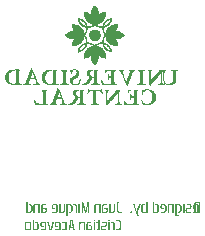
<source format=gbr>
%TF.GenerationSoftware,Altium Limited,Altium Designer,20.0.13 (296)*%
G04 Layer_Color=32896*
%FSLAX45Y45*%
%MOMM*%
%TF.FileFunction,Legend,Bot*%
%TF.Part,Single*%
G01*
G75*
G36*
X14611525Y9146682D02*
X14614729D01*
Y9143479D01*
X14617934D01*
Y9140274D01*
X14621136D01*
Y9137070D01*
Y9133866D01*
X14624342D01*
Y9130662D01*
X14627547D01*
Y9127458D01*
X14630750D01*
Y9124254D01*
Y9121049D01*
X14633954D01*
Y9117845D01*
Y9114641D01*
X14637158D01*
Y9111437D01*
Y9108233D01*
Y9105029D01*
X14640363D01*
Y9101824D01*
Y9098620D01*
Y9095416D01*
Y9092212D01*
Y9089008D01*
X14643565D01*
Y9085804D01*
Y9082600D01*
Y9079395D01*
Y9076191D01*
X14646771D01*
Y9079395D01*
X14653178D01*
Y9082600D01*
X14659587D01*
Y9085804D01*
X14665996D01*
Y9089008D01*
X14678812D01*
Y9092212D01*
X14698038D01*
Y9089008D01*
X14701241D01*
Y9085804D01*
Y9082600D01*
Y9079395D01*
Y9076191D01*
Y9072987D01*
Y9069783D01*
Y9066579D01*
Y9063375D01*
X14698038D01*
Y9060170D01*
Y9056966D01*
Y9053762D01*
Y9050558D01*
X14694833D01*
Y9047354D01*
Y9044150D01*
Y9040945D01*
X14691629D01*
Y9037741D01*
Y9034537D01*
X14688425D01*
Y9031333D01*
Y9028129D01*
X14685220D01*
Y9024925D01*
Y9021720D01*
X14682016D01*
Y9018516D01*
X14678812D01*
Y9015312D01*
X14675607D01*
Y9012108D01*
X14672404D01*
Y9008904D01*
X14669200D01*
Y9005700D01*
X14665996D01*
Y9002496D01*
X14662791D01*
Y8999291D01*
X14656383D01*
Y8996087D01*
X14649976D01*
Y8992883D01*
X14643565D01*
Y8989679D01*
X14633954D01*
Y8986475D01*
X14627547D01*
Y8983271D01*
X14630750D01*
Y8980066D01*
X14637158D01*
Y8976862D01*
X14643565D01*
Y8973658D01*
X14672404D01*
Y8976862D01*
Y8980066D01*
X14675607D01*
Y8983271D01*
Y8986475D01*
Y8989679D01*
X14678812D01*
Y8992883D01*
Y8996087D01*
X14682016D01*
Y8999291D01*
Y9002496D01*
X14685220D01*
Y9005700D01*
X14688425D01*
Y9008904D01*
Y9012108D01*
X14691629D01*
Y9015312D01*
X14694833D01*
Y9018516D01*
X14698038D01*
Y9021720D01*
X14701241D01*
Y9024925D01*
X14707651D01*
Y9028129D01*
X14710854D01*
Y9031333D01*
X14717262D01*
Y9034537D01*
X14723669D01*
Y9037741D01*
X14733282D01*
Y9040945D01*
X14752509D01*
Y9037741D01*
Y9034537D01*
Y9031333D01*
Y9028129D01*
Y9024925D01*
Y9021720D01*
X14749303D01*
Y9018516D01*
Y9015312D01*
Y9012108D01*
X14746100D01*
Y9008904D01*
Y9005700D01*
X14742896D01*
Y9002496D01*
Y8999291D01*
X14739691D01*
Y8996087D01*
X14736487D01*
Y8992883D01*
Y8989679D01*
X14733282D01*
Y8986475D01*
X14730080D01*
Y8983271D01*
X14726875D01*
Y8980066D01*
X14723669D01*
Y8976862D01*
X14717262D01*
Y8973658D01*
X14714058D01*
Y8970454D01*
X14707651D01*
Y8967250D01*
X14701241D01*
Y8964046D01*
X14691629D01*
Y8960841D01*
X14685220D01*
Y8957637D01*
X14682016D01*
Y8954433D01*
Y8951229D01*
Y8948025D01*
X14685220D01*
Y8944821D01*
Y8941617D01*
Y8938412D01*
Y8935208D01*
Y8932004D01*
X14688425D01*
Y8928800D01*
Y8925596D01*
Y8922392D01*
X14691629D01*
Y8919187D01*
Y8915983D01*
X14698038D01*
Y8919187D01*
Y8922392D01*
Y8925596D01*
X14701241D01*
Y8928800D01*
Y8932004D01*
Y8935208D01*
X14704445D01*
Y8938412D01*
Y8941617D01*
X14707651D01*
Y8944821D01*
Y8948025D01*
X14710854D01*
Y8951229D01*
X14714058D01*
Y8954433D01*
X14717262D01*
Y8957637D01*
X14720467D01*
Y8960841D01*
Y8964046D01*
X14726875D01*
Y8967250D01*
X14730080D01*
Y8970454D01*
X14733282D01*
Y8973658D01*
X14736487D01*
Y8976862D01*
X14742896D01*
Y8980066D01*
X14749303D01*
Y8983271D01*
X14758916D01*
Y8986475D01*
X14771733D01*
Y8989679D01*
X14800571D01*
Y8986475D01*
X14803773D01*
Y8983271D01*
Y8980066D01*
Y8976862D01*
Y8973658D01*
Y8970454D01*
X14800571D01*
Y8967250D01*
Y8964046D01*
Y8960841D01*
Y8957637D01*
X14797366D01*
Y8954433D01*
Y8951229D01*
X14794162D01*
Y8948025D01*
Y8944821D01*
X14790958D01*
Y8941617D01*
Y8938412D01*
X14787753D01*
Y8935208D01*
X14784549D01*
Y8932004D01*
X14803773D01*
Y8928800D01*
X14816591D01*
Y8925596D01*
X14826202D01*
Y8922392D01*
X14832613D01*
Y8919187D01*
X14839020D01*
Y8915983D01*
X14842224D01*
Y8912779D01*
X14848631D01*
Y8909575D01*
X14851837D01*
Y8906371D01*
X14855042D01*
Y8903167D01*
X14858244D01*
Y8899962D01*
X14861449D01*
Y8896758D01*
Y8893554D01*
X14858244D01*
Y8890350D01*
X14855042D01*
Y8887146D01*
X14851837D01*
Y8883942D01*
X14848631D01*
Y8880738D01*
X14842224D01*
Y8877533D01*
X14839020D01*
Y8874329D01*
X14832613D01*
Y8871125D01*
X14826202D01*
Y8867921D01*
X14816591D01*
Y8864717D01*
X14803773D01*
Y8861513D01*
X14784549D01*
Y8858308D01*
X14787753D01*
Y8855104D01*
X14790958D01*
Y8851900D01*
Y8848696D01*
X14794162D01*
Y8845492D01*
Y8842288D01*
X14797366D01*
Y8839083D01*
Y8835879D01*
X14800571D01*
Y8832675D01*
Y8829471D01*
Y8826267D01*
Y8823063D01*
X14803773D01*
Y8819859D01*
Y8816654D01*
Y8813450D01*
Y8810246D01*
Y8807042D01*
Y8803838D01*
X14771733D01*
Y8807042D01*
X14758916D01*
Y8810246D01*
X14749303D01*
Y8813450D01*
X14742896D01*
Y8816654D01*
X14736487D01*
Y8819859D01*
X14733282D01*
Y8823063D01*
X14730080D01*
Y8826267D01*
X14723669D01*
Y8829471D01*
X14720467D01*
Y8832675D01*
X14717262D01*
Y8835879D01*
Y8839083D01*
X14714058D01*
Y8842288D01*
X14710854D01*
Y8845492D01*
X14707651D01*
Y8848696D01*
Y8851900D01*
X14704445D01*
Y8855104D01*
Y8858308D01*
X14701241D01*
Y8861513D01*
Y8864717D01*
Y8867921D01*
X14698038D01*
Y8871125D01*
Y8874329D01*
Y8877533D01*
X14691629D01*
Y8874329D01*
Y8871125D01*
X14688425D01*
Y8867921D01*
Y8864717D01*
X14685220D01*
Y8861513D01*
Y8858308D01*
Y8855104D01*
Y8851900D01*
Y8848696D01*
X14682016D01*
Y8845492D01*
Y8842288D01*
Y8839083D01*
Y8835879D01*
Y8832675D01*
X14691629D01*
Y8829471D01*
X14701241D01*
Y8826267D01*
X14707651D01*
Y8823063D01*
X14714058D01*
Y8819859D01*
X14717262D01*
Y8816654D01*
X14720467D01*
Y8813450D01*
X14726875D01*
Y8810246D01*
X14730080D01*
Y8807042D01*
Y8803838D01*
X14733282D01*
Y8800634D01*
X14736487D01*
Y8797429D01*
X14739691D01*
Y8794225D01*
Y8791021D01*
X14742896D01*
Y8787817D01*
X14746100D01*
Y8784613D01*
Y8781409D01*
Y8778204D01*
X14749303D01*
Y8775000D01*
Y8771796D01*
Y8768592D01*
X14752509D01*
Y8765388D01*
Y8762184D01*
Y8758980D01*
Y8755775D01*
Y8752571D01*
X14733282D01*
Y8755775D01*
X14723669D01*
Y8758980D01*
X14717262D01*
Y8762184D01*
X14710854D01*
Y8765388D01*
X14704445D01*
Y8768592D01*
X14701241D01*
Y8771796D01*
X14698038D01*
Y8775000D01*
X14694833D01*
Y8778204D01*
X14691629D01*
Y8781409D01*
X14688425D01*
Y8784613D01*
X14685220D01*
Y8787817D01*
Y8791021D01*
X14682016D01*
Y8794225D01*
X14678812D01*
Y8797429D01*
Y8800634D01*
X14675607D01*
Y8803838D01*
Y8807042D01*
Y8810246D01*
X14672404D01*
Y8813450D01*
Y8816654D01*
Y8819859D01*
X14643565D01*
Y8816654D01*
X14637158D01*
Y8813450D01*
X14630750D01*
Y8810246D01*
X14624342D01*
Y8807042D01*
X14633954D01*
Y8803838D01*
X14643565D01*
Y8800634D01*
X14649976D01*
Y8797429D01*
X14656383D01*
Y8794225D01*
X14659587D01*
Y8791021D01*
X14665996D01*
Y8787817D01*
X14669200D01*
Y8784613D01*
X14672404D01*
Y8781409D01*
X14675607D01*
Y8778204D01*
X14678812D01*
Y8775000D01*
X14682016D01*
Y8771796D01*
Y8768592D01*
X14685220D01*
Y8765388D01*
X14688425D01*
Y8762184D01*
Y8758980D01*
X14691629D01*
Y8755775D01*
Y8752571D01*
X14694833D01*
Y8749367D01*
Y8746163D01*
Y8742959D01*
X14698038D01*
Y8739755D01*
Y8736550D01*
Y8733346D01*
Y8730142D01*
Y8726938D01*
X14701241D01*
Y8723734D01*
Y8720530D01*
Y8717325D01*
Y8714121D01*
Y8710917D01*
Y8707713D01*
X14698038D01*
Y8704509D01*
Y8701305D01*
Y8698100D01*
X14691629D01*
Y8701305D01*
X14675607D01*
Y8704509D01*
X14665996D01*
Y8707713D01*
X14656383D01*
Y8710917D01*
X14653178D01*
Y8714121D01*
X14646771D01*
Y8717325D01*
X14643565D01*
Y8714121D01*
Y8710917D01*
Y8707713D01*
X14640363D01*
Y8704509D01*
Y8701305D01*
Y8698100D01*
Y8694897D01*
Y8691692D01*
X14637158D01*
Y8688488D01*
Y8685284D01*
Y8682080D01*
Y8678876D01*
X14633954D01*
Y8675671D01*
Y8672467D01*
X14630750D01*
Y8669263D01*
Y8666059D01*
X14627547D01*
Y8662855D01*
X14624342D01*
Y8659651D01*
Y8656446D01*
X14621136D01*
Y8653242D01*
X14617934D01*
Y8650038D01*
X14614729D01*
Y8646834D01*
X14611525D01*
Y8643630D01*
X14605116D01*
Y8646834D01*
X14598708D01*
Y8650038D01*
X14595505D01*
Y8653242D01*
Y8656446D01*
X14592300D01*
Y8659651D01*
X14589096D01*
Y8662855D01*
X14585892D01*
Y8666059D01*
Y8669263D01*
X14582687D01*
Y8672467D01*
Y8675671D01*
X14579483D01*
Y8678876D01*
Y8682080D01*
X14576279D01*
Y8685284D01*
Y8688488D01*
Y8691692D01*
Y8694897D01*
X14573074D01*
Y8698100D01*
Y8701305D01*
Y8704509D01*
Y8707713D01*
Y8710917D01*
Y8714121D01*
Y8717325D01*
X14566667D01*
Y8714121D01*
X14563461D01*
Y8710917D01*
X14557054D01*
Y8707713D01*
X14547443D01*
Y8704509D01*
X14537830D01*
Y8701305D01*
X14521808D01*
Y8698100D01*
X14515401D01*
Y8701305D01*
Y8704509D01*
Y8707713D01*
Y8710917D01*
Y8714121D01*
Y8717325D01*
Y8720530D01*
Y8723734D01*
Y8726938D01*
Y8730142D01*
Y8733346D01*
Y8736550D01*
X14518604D01*
Y8739755D01*
Y8742959D01*
Y8746163D01*
Y8749367D01*
X14521808D01*
Y8752571D01*
Y8755775D01*
X14525014D01*
Y8758980D01*
Y8762184D01*
X14528217D01*
Y8765388D01*
Y8768592D01*
X14531421D01*
Y8771796D01*
X14534625D01*
Y8775000D01*
X14537830D01*
Y8778204D01*
X14541032D01*
Y8781409D01*
X14544238D01*
Y8784613D01*
X14547443D01*
Y8787817D01*
X14550645D01*
Y8791021D01*
X14553850D01*
Y8794225D01*
X14560258D01*
Y8797429D01*
X14566667D01*
Y8800634D01*
X14573074D01*
Y8803838D01*
X14582687D01*
Y8807042D01*
X14589096D01*
Y8810246D01*
X14585892D01*
Y8813450D01*
X14579483D01*
Y8816654D01*
X14569872D01*
Y8819859D01*
X14544238D01*
Y8816654D01*
X14541032D01*
Y8813450D01*
Y8810246D01*
Y8807042D01*
X14537830D01*
Y8803838D01*
Y8800634D01*
X14534625D01*
Y8797429D01*
Y8794225D01*
X14531421D01*
Y8791021D01*
Y8787817D01*
X14528217D01*
Y8784613D01*
X14525014D01*
Y8781409D01*
X14521808D01*
Y8778204D01*
X14518604D01*
Y8775000D01*
X14515401D01*
Y8771796D01*
X14512196D01*
Y8768592D01*
X14508992D01*
Y8765388D01*
X14502583D01*
Y8762184D01*
X14499379D01*
Y8758980D01*
X14492970D01*
Y8755775D01*
X14483359D01*
Y8752571D01*
X14470541D01*
Y8749367D01*
X14467339D01*
Y8752571D01*
X14460928D01*
Y8755775D01*
Y8758980D01*
Y8762184D01*
Y8765388D01*
X14464134D01*
Y8768592D01*
Y8771796D01*
Y8775000D01*
Y8778204D01*
X14467339D01*
Y8781409D01*
Y8784613D01*
X14470541D01*
Y8787817D01*
Y8791021D01*
X14473746D01*
Y8794225D01*
Y8797429D01*
X14476950D01*
Y8800634D01*
X14480154D01*
Y8803838D01*
X14483359D01*
Y8807042D01*
X14486563D01*
Y8810246D01*
X14489767D01*
Y8813450D01*
X14492970D01*
Y8816654D01*
X14496175D01*
Y8819859D01*
X14502583D01*
Y8823063D01*
X14505788D01*
Y8826267D01*
X14515401D01*
Y8829471D01*
X14521808D01*
Y8832675D01*
X14531421D01*
Y8835879D01*
Y8839083D01*
Y8842288D01*
Y8845492D01*
Y8848696D01*
Y8851900D01*
Y8855104D01*
X14528217D01*
Y8858308D01*
Y8861513D01*
Y8864717D01*
X14525014D01*
Y8867921D01*
Y8871125D01*
Y8874329D01*
X14521808D01*
Y8877533D01*
X14518604D01*
Y8874329D01*
X14515401D01*
Y8871125D01*
Y8867921D01*
Y8864717D01*
Y8861513D01*
X14512196D01*
Y8858308D01*
Y8855104D01*
X14508992D01*
Y8851900D01*
Y8848696D01*
X14505788D01*
Y8845492D01*
X14502583D01*
Y8842288D01*
Y8839083D01*
X14499379D01*
Y8835879D01*
X14496175D01*
Y8832675D01*
X14492970D01*
Y8829471D01*
X14489767D01*
Y8826267D01*
X14486563D01*
Y8823063D01*
X14483359D01*
Y8819859D01*
X14476950D01*
Y8816654D01*
X14473746D01*
Y8813450D01*
X14467339D01*
Y8810246D01*
X14457726D01*
Y8807042D01*
X14448112D01*
Y8803838D01*
X14409663D01*
Y8807042D01*
Y8810246D01*
Y8813450D01*
Y8816654D01*
X14412868D01*
Y8819859D01*
Y8823063D01*
Y8826267D01*
Y8829471D01*
X14416071D01*
Y8832675D01*
Y8835879D01*
Y8839083D01*
X14419275D01*
Y8842288D01*
Y8845492D01*
X14422479D01*
Y8848696D01*
Y8851900D01*
X14425684D01*
Y8855104D01*
Y8858308D01*
X14428888D01*
Y8861513D01*
X14406459D01*
Y8864717D01*
X14396846D01*
Y8867921D01*
X14387234D01*
Y8871125D01*
X14380824D01*
Y8874329D01*
X14374417D01*
Y8877533D01*
X14371213D01*
Y8880738D01*
X14368008D01*
Y8883942D01*
X14361601D01*
Y8887146D01*
X14358395D01*
Y8890350D01*
X14355193D01*
Y8893554D01*
Y8896758D01*
Y8899962D01*
X14358395D01*
Y8903167D01*
X14361601D01*
Y8906371D01*
X14364806D01*
Y8909575D01*
X14368008D01*
Y8912779D01*
X14371213D01*
Y8915983D01*
X14377621D01*
Y8919187D01*
X14384030D01*
Y8922392D01*
X14390437D01*
Y8925596D01*
X14400050D01*
Y8928800D01*
X14412868D01*
Y8932004D01*
X14428888D01*
Y8935208D01*
X14425684D01*
Y8938412D01*
Y8941617D01*
X14422479D01*
Y8944821D01*
X14419275D01*
Y8948025D01*
Y8951229D01*
Y8954433D01*
X14416071D01*
Y8957637D01*
Y8960841D01*
X14412868D01*
Y8964046D01*
Y8967250D01*
Y8970454D01*
Y8973658D01*
Y8976862D01*
X14409663D01*
Y8980066D01*
Y8983271D01*
Y8986475D01*
X14416071D01*
Y8989679D01*
X14438499D01*
Y8986475D01*
X14454521D01*
Y8983271D01*
X14464134D01*
Y8980066D01*
X14470541D01*
Y8976862D01*
X14476950D01*
Y8973658D01*
X14480154D01*
Y8970454D01*
X14486563D01*
Y8967250D01*
X14489767D01*
Y8964046D01*
X14492970D01*
Y8960841D01*
X14496175D01*
Y8957637D01*
X14499379D01*
Y8954433D01*
Y8951229D01*
X14502583D01*
Y8948025D01*
X14505788D01*
Y8944821D01*
Y8941617D01*
X14508992D01*
Y8938412D01*
X14512196D01*
Y8935208D01*
Y8932004D01*
Y8928800D01*
X14515401D01*
Y8925596D01*
Y8922392D01*
Y8919187D01*
X14518604D01*
Y8915983D01*
Y8912779D01*
X14521808D01*
Y8915983D01*
Y8919187D01*
X14525014D01*
Y8922392D01*
Y8925596D01*
X14528217D01*
Y8928800D01*
Y8932004D01*
Y8935208D01*
X14531421D01*
Y8938412D01*
Y8941617D01*
Y8944821D01*
Y8948025D01*
Y8951229D01*
Y8954433D01*
Y8957637D01*
Y8960841D01*
X14525014D01*
Y8964046D01*
X14515401D01*
Y8967250D01*
X14508992D01*
Y8970454D01*
X14502583D01*
Y8973658D01*
X14496175D01*
Y8976862D01*
X14492970D01*
Y8980066D01*
X14489767D01*
Y8983271D01*
X14486563D01*
Y8986475D01*
X14483359D01*
Y8989679D01*
X14480154D01*
Y8992883D01*
X14476950D01*
Y8996087D01*
Y8999291D01*
X14473746D01*
Y9002496D01*
Y9005700D01*
X14470541D01*
Y9008904D01*
Y9012108D01*
X14467339D01*
Y9015312D01*
Y9018516D01*
X14464134D01*
Y9021720D01*
Y9024925D01*
Y9028129D01*
Y9031333D01*
X14460928D01*
Y9034537D01*
Y9037741D01*
X14464134D01*
Y9040945D01*
X14483359D01*
Y9037741D01*
X14492970D01*
Y9034537D01*
X14499379D01*
Y9031333D01*
X14505788D01*
Y9028129D01*
X14508992D01*
Y9024925D01*
X14512196D01*
Y9021720D01*
X14518604D01*
Y9018516D01*
X14521808D01*
Y9015312D01*
X14525014D01*
Y9012108D01*
Y9008904D01*
X14528217D01*
Y9005700D01*
X14531421D01*
Y9002496D01*
X14534625D01*
Y8999291D01*
Y8996087D01*
X14537830D01*
Y8992883D01*
Y8989679D01*
X14541032D01*
Y8986475D01*
Y8983271D01*
Y8980066D01*
X14544238D01*
Y8976862D01*
Y8973658D01*
X14573074D01*
Y8976862D01*
X14579483D01*
Y8980066D01*
X14585892D01*
Y8983271D01*
X14589096D01*
Y8986475D01*
X14579483D01*
Y8989679D01*
X14569872D01*
Y8992883D01*
X14563461D01*
Y8996087D01*
X14557054D01*
Y8999291D01*
X14553850D01*
Y9002496D01*
X14550645D01*
Y9005700D01*
X14544238D01*
Y9008904D01*
X14541032D01*
Y9012108D01*
X14537830D01*
Y9015312D01*
Y9018516D01*
X14534625D01*
Y9021720D01*
X14531421D01*
Y9024925D01*
X14528217D01*
Y9028129D01*
Y9031333D01*
X14525014D01*
Y9034537D01*
Y9037741D01*
X14521808D01*
Y9040945D01*
Y9044150D01*
Y9047354D01*
X14518604D01*
Y9050558D01*
Y9053762D01*
Y9056966D01*
X14515401D01*
Y9060170D01*
Y9063375D01*
Y9066579D01*
Y9069783D01*
Y9072987D01*
Y9076191D01*
Y9079395D01*
Y9082600D01*
Y9085804D01*
Y9089008D01*
Y9092212D01*
X14537830D01*
Y9089008D01*
X14547443D01*
Y9085804D01*
X14553850D01*
Y9082600D01*
X14560258D01*
Y9079395D01*
X14566667D01*
Y9076191D01*
X14573074D01*
Y9079395D01*
Y9082600D01*
Y9085804D01*
Y9089008D01*
Y9092212D01*
Y9095416D01*
Y9098620D01*
X14576279D01*
Y9101824D01*
Y9105029D01*
Y9108233D01*
X14579483D01*
Y9111437D01*
Y9114641D01*
Y9117845D01*
X14582687D01*
Y9121049D01*
Y9124254D01*
X14585892D01*
Y9127458D01*
X14589096D01*
Y9130662D01*
Y9133866D01*
X14592300D01*
Y9137070D01*
X14595505D01*
Y9140274D01*
X14598708D01*
Y9143479D01*
X14601912D01*
Y9146682D01*
X14605116D01*
Y9149887D01*
X14611525D01*
Y9146682D01*
D02*
G37*
G36*
X14794162Y8601976D02*
Y8598772D01*
X14787753D01*
Y8595568D01*
X14778140D01*
Y8592363D01*
X14774937D01*
Y8589159D01*
Y8585955D01*
Y8582751D01*
X14771733D01*
Y8579547D01*
Y8576343D01*
Y8573139D01*
Y8569934D01*
Y8566730D01*
Y8563526D01*
Y8560322D01*
Y8557118D01*
Y8553914D01*
Y8550709D01*
Y8547505D01*
Y8544301D01*
Y8541097D01*
Y8537893D01*
Y8534689D01*
Y8531484D01*
Y8528280D01*
Y8525076D01*
Y8521872D01*
Y8518668D01*
Y8515464D01*
Y8512260D01*
Y8509055D01*
Y8505851D01*
Y8502647D01*
Y8499443D01*
X14774937D01*
Y8496239D01*
Y8493035D01*
Y8489830D01*
X14778140D01*
Y8486626D01*
X14781345D01*
Y8483422D01*
X14787753D01*
Y8480218D01*
X14794162D01*
Y8477014D01*
Y8473810D01*
X14784549D01*
Y8477014D01*
X14730080D01*
Y8473810D01*
X14669200D01*
Y8477014D01*
X14665996D01*
Y8480218D01*
Y8483422D01*
Y8486626D01*
Y8489830D01*
Y8493035D01*
X14662791D01*
Y8496239D01*
Y8499443D01*
Y8502647D01*
Y8505851D01*
Y8509055D01*
Y8512260D01*
Y8515464D01*
Y8518668D01*
X14669200D01*
Y8515464D01*
Y8512260D01*
Y8509055D01*
X14672404D01*
Y8505851D01*
Y8502647D01*
X14675607D01*
Y8499443D01*
Y8496239D01*
X14678812D01*
Y8493035D01*
X14682016D01*
Y8489830D01*
X14688425D01*
Y8486626D01*
X14694833D01*
Y8483422D01*
X14736487D01*
Y8486626D01*
X14742896D01*
Y8489830D01*
X14746100D01*
Y8493035D01*
Y8496239D01*
Y8499443D01*
Y8502647D01*
Y8505851D01*
Y8509055D01*
Y8512260D01*
Y8515464D01*
Y8518668D01*
Y8521872D01*
Y8525076D01*
Y8528280D01*
Y8531484D01*
Y8534689D01*
Y8537893D01*
X14742896D01*
Y8534689D01*
X14730080D01*
Y8531484D01*
X14726875D01*
Y8528280D01*
Y8525076D01*
X14723669D01*
Y8521872D01*
Y8518668D01*
X14717262D01*
Y8521872D01*
Y8525076D01*
Y8528280D01*
Y8531484D01*
Y8534689D01*
Y8537893D01*
Y8541097D01*
Y8544301D01*
Y8547505D01*
Y8550709D01*
Y8553914D01*
Y8557118D01*
Y8560322D01*
Y8563526D01*
Y8566730D01*
X14723669D01*
Y8563526D01*
Y8560322D01*
Y8557118D01*
X14726875D01*
Y8553914D01*
X14730080D01*
Y8550709D01*
X14739691D01*
Y8547505D01*
X14746100D01*
Y8550709D01*
Y8553914D01*
Y8557118D01*
Y8560322D01*
Y8563526D01*
Y8566730D01*
Y8569934D01*
Y8573139D01*
Y8576343D01*
Y8579547D01*
Y8582751D01*
Y8585955D01*
Y8589159D01*
Y8592363D01*
Y8595568D01*
X14717262D01*
Y8592363D01*
X14710854D01*
Y8589159D01*
X14707651D01*
Y8585955D01*
X14704445D01*
Y8582751D01*
Y8579547D01*
Y8576343D01*
X14701241D01*
Y8573139D01*
Y8569934D01*
X14698038D01*
Y8573139D01*
X14694833D01*
Y8576343D01*
Y8579547D01*
Y8582751D01*
Y8585955D01*
Y8589159D01*
Y8592363D01*
Y8595568D01*
Y8598772D01*
Y8601976D01*
Y8605180D01*
X14794162D01*
Y8601976D01*
D02*
G37*
G36*
X14951164D02*
Y8598772D01*
X14944757D01*
Y8595568D01*
X14941553D01*
Y8592363D01*
X14938348D01*
Y8589159D01*
X14935146D01*
Y8585955D01*
X14931941D01*
Y8582751D01*
Y8579547D01*
X14928735D01*
Y8576343D01*
Y8573139D01*
X14925533D01*
Y8569934D01*
Y8566730D01*
Y8563526D01*
X14922328D01*
Y8560322D01*
Y8557118D01*
X14919124D01*
Y8553914D01*
Y8550709D01*
X14915919D01*
Y8547505D01*
Y8544301D01*
Y8541097D01*
X14912717D01*
Y8537893D01*
Y8534689D01*
X14909511D01*
Y8531484D01*
Y8528280D01*
Y8525076D01*
X14906306D01*
Y8521872D01*
Y8518668D01*
X14903104D01*
Y8515464D01*
Y8512260D01*
X14899899D01*
Y8509055D01*
Y8505851D01*
Y8502647D01*
X14896695D01*
Y8499443D01*
Y8496239D01*
X14893491D01*
Y8493035D01*
Y8489830D01*
Y8486626D01*
X14890286D01*
Y8483422D01*
Y8480218D01*
X14887082D01*
Y8477014D01*
Y8473810D01*
X14883878D01*
Y8470605D01*
X14877470D01*
Y8473810D01*
X14874266D01*
Y8477014D01*
Y8480218D01*
X14871062D01*
Y8483422D01*
Y8486626D01*
X14867857D01*
Y8489830D01*
Y8493035D01*
Y8496239D01*
X14864653D01*
Y8499443D01*
Y8502647D01*
X14861449D01*
Y8505851D01*
Y8509055D01*
X14858244D01*
Y8512260D01*
Y8515464D01*
Y8518668D01*
X14855042D01*
Y8521872D01*
Y8525076D01*
X14851837D01*
Y8528280D01*
Y8531484D01*
Y8534689D01*
X14848631D01*
Y8537893D01*
Y8541097D01*
X14845428D01*
Y8544301D01*
Y8547505D01*
X14842224D01*
Y8550709D01*
Y8553914D01*
Y8557118D01*
X14839020D01*
Y8560322D01*
Y8563526D01*
X14835815D01*
Y8566730D01*
Y8569934D01*
X14832613D01*
Y8573139D01*
Y8576343D01*
Y8579547D01*
X14829407D01*
Y8582751D01*
Y8585955D01*
X14826202D01*
Y8589159D01*
X14823000D01*
Y8592363D01*
X14819795D01*
Y8595568D01*
X14813387D01*
Y8598772D01*
X14806979D01*
Y8601976D01*
Y8605180D01*
X14864653D01*
Y8601976D01*
Y8598772D01*
X14855042D01*
Y8595568D01*
X14848631D01*
Y8592363D01*
X14845428D01*
Y8589159D01*
Y8585955D01*
Y8582751D01*
Y8579547D01*
Y8576343D01*
X14848631D01*
Y8573139D01*
Y8569934D01*
Y8566730D01*
X14851837D01*
Y8563526D01*
Y8560322D01*
Y8557118D01*
X14855042D01*
Y8553914D01*
Y8550709D01*
Y8547505D01*
X14858244D01*
Y8544301D01*
Y8541097D01*
Y8537893D01*
X14861449D01*
Y8534689D01*
Y8531484D01*
Y8528280D01*
X14864653D01*
Y8525076D01*
Y8521872D01*
Y8518668D01*
X14867857D01*
Y8515464D01*
Y8512260D01*
X14871062D01*
Y8509055D01*
Y8505851D01*
X14874266D01*
Y8509055D01*
Y8512260D01*
X14877470D01*
Y8515464D01*
Y8518668D01*
Y8521872D01*
X14880675D01*
Y8525076D01*
Y8528280D01*
Y8531484D01*
X14883878D01*
Y8534689D01*
Y8537893D01*
X14887082D01*
Y8541097D01*
Y8544301D01*
Y8547505D01*
X14890286D01*
Y8550709D01*
Y8553914D01*
X14893491D01*
Y8557118D01*
Y8560322D01*
Y8563526D01*
X14896695D01*
Y8566730D01*
Y8569934D01*
X14899899D01*
Y8573139D01*
Y8576343D01*
Y8579547D01*
X14903104D01*
Y8582751D01*
Y8585955D01*
Y8589159D01*
Y8592363D01*
X14899899D01*
Y8595568D01*
X14893491D01*
Y8598772D01*
X14887082D01*
Y8601976D01*
Y8605180D01*
X14951164D01*
Y8601976D01*
D02*
G37*
G36*
X15316907D02*
Y8598772D01*
X15307294D01*
Y8595568D01*
X15300885D01*
Y8592363D01*
X15297681D01*
Y8589159D01*
X15294476D01*
Y8585955D01*
Y8582751D01*
Y8579547D01*
Y8576343D01*
Y8573139D01*
Y8569934D01*
Y8566730D01*
Y8563526D01*
Y8560322D01*
Y8557118D01*
Y8553914D01*
Y8550709D01*
Y8547505D01*
Y8544301D01*
Y8541097D01*
Y8537893D01*
Y8534689D01*
Y8531484D01*
Y8528280D01*
Y8525076D01*
Y8521872D01*
Y8518668D01*
Y8515464D01*
Y8512260D01*
Y8509055D01*
X15291273D01*
Y8505851D01*
Y8502647D01*
Y8499443D01*
Y8496239D01*
X15288068D01*
Y8493035D01*
Y8489830D01*
X15284863D01*
Y8486626D01*
X15281660D01*
Y8483422D01*
X15278456D01*
Y8480218D01*
X15272047D01*
Y8477014D01*
X15265640D01*
Y8473810D01*
X15217577D01*
Y8477014D01*
X15207965D01*
Y8480218D01*
X15204761D01*
Y8483422D01*
X15198352D01*
Y8486626D01*
X15195148D01*
Y8489830D01*
Y8493035D01*
X15191943D01*
Y8496239D01*
Y8499443D01*
X15188741D01*
Y8502647D01*
Y8505851D01*
Y8509055D01*
Y8512260D01*
X15185536D01*
Y8515464D01*
Y8518668D01*
Y8521872D01*
Y8525076D01*
Y8528280D01*
Y8531484D01*
Y8534689D01*
Y8537893D01*
Y8541097D01*
Y8544301D01*
Y8547505D01*
Y8550709D01*
Y8553914D01*
Y8557118D01*
Y8560322D01*
Y8563526D01*
Y8566730D01*
Y8569934D01*
X15182330D01*
Y8573139D01*
Y8576343D01*
Y8579547D01*
Y8582751D01*
Y8585955D01*
Y8589159D01*
X15178661D01*
Y8585955D01*
Y8582751D01*
Y8579547D01*
X15175456D01*
Y8576343D01*
Y8573139D01*
Y8569934D01*
Y8566730D01*
Y8563526D01*
Y8560322D01*
Y8557118D01*
Y8553914D01*
Y8550709D01*
Y8547505D01*
Y8544301D01*
Y8541097D01*
Y8537893D01*
Y8534689D01*
X15178661D01*
Y8531484D01*
Y8528280D01*
Y8525076D01*
Y8521872D01*
Y8518668D01*
Y8515464D01*
Y8512260D01*
Y8509055D01*
Y8505851D01*
Y8502647D01*
Y8499443D01*
Y8496239D01*
X15181865D01*
Y8493035D01*
Y8489830D01*
X15185069D01*
Y8486626D01*
X15188274D01*
Y8483422D01*
X15194682D01*
Y8480218D01*
X15201089D01*
Y8477014D01*
X15143414D01*
Y8473810D01*
X15140211D01*
Y8477014D01*
Y8480218D01*
X15143414D01*
Y8483422D01*
X15153027D01*
Y8486626D01*
X15159436D01*
Y8489830D01*
X15162640D01*
Y8493035D01*
X15165845D01*
Y8496239D01*
Y8499443D01*
Y8502647D01*
Y8505851D01*
Y8509055D01*
Y8512260D01*
Y8515464D01*
X15169048D01*
Y8518668D01*
Y8521872D01*
Y8525076D01*
Y8528280D01*
Y8531484D01*
Y8534689D01*
Y8537893D01*
Y8541097D01*
Y8544301D01*
Y8547505D01*
Y8550709D01*
Y8553914D01*
Y8557118D01*
Y8560322D01*
Y8563526D01*
Y8566730D01*
Y8569934D01*
X15165845D01*
Y8566730D01*
X15162640D01*
Y8563526D01*
X15159436D01*
Y8560322D01*
X15156232D01*
Y8557118D01*
X15153027D01*
Y8553914D01*
X15149823D01*
Y8550709D01*
X15146619D01*
Y8547505D01*
X15143414D01*
Y8544301D01*
X15140211D01*
Y8541097D01*
Y8537893D01*
X15137007D01*
Y8534689D01*
X15133803D01*
Y8531484D01*
X15130598D01*
Y8528280D01*
X15127394D01*
Y8525076D01*
X15124190D01*
Y8521872D01*
X15120985D01*
Y8518668D01*
X15117783D01*
Y8515464D01*
X15114578D01*
Y8512260D01*
X15111372D01*
Y8509055D01*
X15108170D01*
Y8505851D01*
Y8502647D01*
X15104965D01*
Y8499443D01*
X15101761D01*
Y8496239D01*
X15098557D01*
Y8493035D01*
X15095354D01*
Y8489830D01*
X15092148D01*
Y8486626D01*
X15088943D01*
Y8483422D01*
X15085741D01*
Y8480218D01*
X15082536D01*
Y8477014D01*
Y8473810D01*
X15079332D01*
Y8470605D01*
X15072923D01*
Y8473810D01*
X15069719D01*
Y8477014D01*
Y8480218D01*
Y8483422D01*
Y8486626D01*
Y8489830D01*
Y8493035D01*
Y8496239D01*
Y8499443D01*
Y8502647D01*
Y8505851D01*
Y8509055D01*
Y8512260D01*
Y8515464D01*
Y8518668D01*
Y8521872D01*
Y8525076D01*
Y8528280D01*
Y8531484D01*
Y8534689D01*
Y8537893D01*
Y8541097D01*
Y8544301D01*
Y8547505D01*
Y8550709D01*
Y8553914D01*
Y8557118D01*
Y8560322D01*
Y8563526D01*
Y8566730D01*
Y8569934D01*
Y8573139D01*
Y8576343D01*
X15066515D01*
Y8579547D01*
Y8582751D01*
Y8585955D01*
Y8589159D01*
Y8592363D01*
X15063310D01*
Y8595568D01*
X15056903D01*
Y8598772D01*
X15050494D01*
Y8601976D01*
Y8605180D01*
X15104965D01*
Y8601976D01*
Y8598772D01*
X15095354D01*
Y8595568D01*
X15088943D01*
Y8592363D01*
X15085741D01*
Y8589159D01*
X15082536D01*
Y8585955D01*
Y8582751D01*
X15079332D01*
Y8579547D01*
Y8576343D01*
Y8573139D01*
Y8569934D01*
Y8566730D01*
Y8563526D01*
Y8560322D01*
Y8557118D01*
Y8553914D01*
Y8550709D01*
Y8547505D01*
Y8544301D01*
Y8541097D01*
Y8537893D01*
Y8534689D01*
Y8531484D01*
Y8528280D01*
Y8525076D01*
Y8521872D01*
Y8518668D01*
Y8515464D01*
X15082536D01*
Y8518668D01*
X15085741D01*
Y8521872D01*
X15088943D01*
Y8525076D01*
X15092148D01*
Y8528280D01*
X15095354D01*
Y8531484D01*
X15098557D01*
Y8534689D01*
X15101761D01*
Y8537893D01*
Y8541097D01*
X15104965D01*
Y8544301D01*
X15108170D01*
Y8547505D01*
X15111372D01*
Y8550709D01*
X15114578D01*
Y8553914D01*
X15117783D01*
Y8557118D01*
X15120985D01*
Y8560322D01*
X15124190D01*
Y8563526D01*
X15127394D01*
Y8566730D01*
Y8569934D01*
X15130598D01*
Y8573139D01*
X15133803D01*
Y8576343D01*
X15137007D01*
Y8579547D01*
X15140211D01*
Y8582751D01*
X15143414D01*
Y8585955D01*
X15146619D01*
Y8589159D01*
Y8592363D01*
X15149823D01*
Y8595568D01*
X15153027D01*
Y8598772D01*
X15156232D01*
Y8601976D01*
X15159436D01*
Y8605180D01*
X15220781D01*
Y8601976D01*
Y8598772D01*
X15211169D01*
Y8595568D01*
X15204761D01*
Y8592363D01*
X15201556D01*
Y8589159D01*
X15198352D01*
Y8585955D01*
Y8582751D01*
Y8579547D01*
X15195148D01*
Y8576343D01*
Y8573139D01*
Y8569934D01*
Y8566730D01*
Y8563526D01*
Y8560322D01*
Y8557118D01*
Y8553914D01*
Y8550709D01*
Y8547505D01*
Y8544301D01*
Y8541097D01*
Y8537893D01*
Y8534689D01*
Y8531484D01*
Y8528280D01*
Y8525076D01*
Y8521872D01*
Y8518668D01*
Y8515464D01*
Y8512260D01*
Y8509055D01*
X15198352D01*
Y8505851D01*
Y8502647D01*
Y8499443D01*
X15201556D01*
Y8496239D01*
X15204761D01*
Y8493035D01*
X15207965D01*
Y8489830D01*
X15211169D01*
Y8486626D01*
X15220781D01*
Y8483422D01*
X15236803D01*
Y8486626D01*
X15246416D01*
Y8489830D01*
X15252823D01*
Y8493035D01*
X15256027D01*
Y8496239D01*
X15259232D01*
Y8499443D01*
X15262434D01*
Y8502647D01*
X15265640D01*
Y8505851D01*
Y8509055D01*
Y8512260D01*
X15268843D01*
Y8515464D01*
Y8518668D01*
Y8521872D01*
Y8525076D01*
Y8528280D01*
Y8531484D01*
Y8534689D01*
Y8537893D01*
Y8541097D01*
Y8544301D01*
Y8547505D01*
Y8550709D01*
Y8553914D01*
Y8557118D01*
Y8560322D01*
Y8563526D01*
Y8566730D01*
Y8569934D01*
Y8573139D01*
Y8576343D01*
Y8579547D01*
Y8582751D01*
X15265640D01*
Y8585955D01*
Y8589159D01*
Y8592363D01*
X15262434D01*
Y8595568D01*
X15252823D01*
Y8598772D01*
X15243210D01*
Y8601976D01*
Y8605180D01*
X15316907D01*
Y8601976D01*
D02*
G37*
G36*
X14646771D02*
Y8598772D01*
X14637158D01*
Y8595568D01*
X14630750D01*
Y8592363D01*
X14627547D01*
Y8589159D01*
Y8585955D01*
Y8582751D01*
Y8579547D01*
X14624342D01*
Y8576343D01*
Y8573139D01*
Y8569934D01*
Y8566730D01*
Y8563526D01*
Y8560322D01*
Y8557118D01*
Y8553914D01*
Y8550709D01*
Y8547505D01*
Y8544301D01*
Y8541097D01*
Y8537893D01*
Y8534689D01*
Y8531484D01*
Y8528280D01*
Y8525076D01*
Y8521872D01*
Y8518668D01*
Y8515464D01*
Y8512260D01*
Y8509055D01*
Y8505851D01*
Y8502647D01*
X14627547D01*
Y8499443D01*
Y8496239D01*
Y8493035D01*
Y8489830D01*
X14630750D01*
Y8486626D01*
X14633954D01*
Y8483422D01*
X14646771D01*
Y8480218D01*
Y8477014D01*
X14573074D01*
Y8480218D01*
Y8483422D01*
X14585892D01*
Y8486626D01*
X14592300D01*
Y8489830D01*
X14595505D01*
Y8493035D01*
X14598708D01*
Y8496239D01*
Y8499443D01*
Y8502647D01*
Y8505851D01*
Y8509055D01*
Y8512260D01*
X14601912D01*
Y8515464D01*
Y8518668D01*
Y8521872D01*
Y8525076D01*
Y8528280D01*
Y8531484D01*
Y8534689D01*
X14589096D01*
Y8531484D01*
X14585892D01*
Y8528280D01*
X14582687D01*
Y8525076D01*
X14579483D01*
Y8521872D01*
Y8518668D01*
X14576279D01*
Y8515464D01*
X14573074D01*
Y8512260D01*
Y8509055D01*
X14569872D01*
Y8505851D01*
Y8502647D01*
X14566667D01*
Y8499443D01*
X14563461D01*
Y8496239D01*
Y8493035D01*
X14560258D01*
Y8489830D01*
X14557054D01*
Y8486626D01*
X14553850D01*
Y8483422D01*
X14550645D01*
Y8480218D01*
X14544238D01*
Y8477014D01*
X14528217D01*
Y8473810D01*
X14499379D01*
Y8477014D01*
Y8480218D01*
X14508992D01*
Y8483422D01*
X14515401D01*
Y8486626D01*
X14518604D01*
Y8489830D01*
X14525014D01*
Y8493035D01*
X14528217D01*
Y8496239D01*
X14531421D01*
Y8499443D01*
X14534625D01*
Y8502647D01*
X14537830D01*
Y8505851D01*
X14541032D01*
Y8509055D01*
Y8512260D01*
X14544238D01*
Y8515464D01*
X14547443D01*
Y8518668D01*
X14550645D01*
Y8521872D01*
Y8525076D01*
X14553850D01*
Y8528280D01*
Y8531484D01*
X14557054D01*
Y8534689D01*
X14560258D01*
Y8537893D01*
Y8541097D01*
Y8544301D01*
X14557054D01*
Y8547505D01*
X14550645D01*
Y8550709D01*
X14547443D01*
Y8553914D01*
X14544238D01*
Y8557118D01*
Y8560322D01*
X14541032D01*
Y8563526D01*
Y8566730D01*
Y8569934D01*
Y8573139D01*
Y8576343D01*
Y8579547D01*
Y8582751D01*
Y8585955D01*
X14544238D01*
Y8589159D01*
Y8592363D01*
X14547443D01*
Y8595568D01*
X14550645D01*
Y8598772D01*
X14557054D01*
Y8601976D01*
X14566667D01*
Y8605180D01*
X14646771D01*
Y8601976D01*
D02*
G37*
G36*
X14387234D02*
Y8598772D01*
X14374417D01*
Y8595568D01*
X14368008D01*
Y8592363D01*
Y8589159D01*
X14364806D01*
Y8585955D01*
Y8582751D01*
Y8579547D01*
Y8576343D01*
X14361601D01*
Y8573139D01*
Y8569934D01*
Y8566730D01*
Y8563526D01*
Y8560322D01*
Y8557118D01*
Y8553914D01*
Y8550709D01*
Y8547505D01*
Y8544301D01*
Y8541097D01*
Y8537893D01*
Y8534689D01*
Y8531484D01*
Y8528280D01*
Y8525076D01*
Y8521872D01*
Y8518668D01*
Y8515464D01*
Y8512260D01*
Y8509055D01*
Y8505851D01*
Y8502647D01*
X14364806D01*
Y8499443D01*
Y8496239D01*
Y8493035D01*
Y8489830D01*
X14368008D01*
Y8486626D01*
X14371213D01*
Y8483422D01*
X14380824D01*
Y8480218D01*
X14387234D01*
Y8477014D01*
X14313538D01*
Y8480218D01*
X14319946D01*
Y8483422D01*
X14329559D01*
Y8486626D01*
X14332764D01*
Y8489830D01*
X14335966D01*
Y8493035D01*
Y8496239D01*
Y8499443D01*
Y8502647D01*
Y8505851D01*
Y8509055D01*
Y8512260D01*
X14339171D01*
Y8515464D01*
Y8518668D01*
Y8521872D01*
Y8525076D01*
Y8528280D01*
Y8531484D01*
Y8534689D01*
Y8537893D01*
Y8541097D01*
Y8544301D01*
Y8547505D01*
Y8550709D01*
Y8553914D01*
Y8557118D01*
Y8560322D01*
Y8563526D01*
Y8566730D01*
Y8569934D01*
X14335966D01*
Y8573139D01*
Y8576343D01*
Y8579547D01*
Y8582751D01*
Y8585955D01*
Y8589159D01*
X14332764D01*
Y8592363D01*
X14329559D01*
Y8595568D01*
X14323151D01*
Y8598772D01*
X14313538D01*
Y8601976D01*
Y8605180D01*
X14387234D01*
Y8601976D01*
D02*
G37*
G36*
X14300722D02*
Y8598772D01*
X14291109D01*
Y8595568D01*
X14284702D01*
Y8592363D01*
X14281497D01*
Y8589159D01*
X14278293D01*
Y8585955D01*
Y8582751D01*
Y8579547D01*
Y8576343D01*
Y8573139D01*
X14275089D01*
Y8569934D01*
Y8566730D01*
Y8563526D01*
Y8560322D01*
Y8557118D01*
Y8553914D01*
Y8550709D01*
Y8547505D01*
Y8544301D01*
Y8541097D01*
Y8537893D01*
Y8534689D01*
Y8531484D01*
Y8528280D01*
Y8525076D01*
Y8521872D01*
Y8518668D01*
Y8515464D01*
Y8512260D01*
Y8509055D01*
X14278293D01*
Y8505851D01*
Y8502647D01*
Y8499443D01*
Y8496239D01*
Y8493035D01*
Y8489830D01*
X14281497D01*
Y8486626D01*
X14284702D01*
Y8483422D01*
X14294313D01*
Y8480218D01*
X14300722D01*
Y8477014D01*
X14204597D01*
Y8480218D01*
X14194984D01*
Y8483422D01*
X14188576D01*
Y8486626D01*
X14185371D01*
Y8489830D01*
X14178964D01*
Y8493035D01*
X14175760D01*
Y8496239D01*
X14172556D01*
Y8499443D01*
X14169351D01*
Y8502647D01*
X14166147D01*
Y8505851D01*
Y8509055D01*
X14162943D01*
Y8512260D01*
Y8515464D01*
X14159740D01*
Y8518668D01*
Y8521872D01*
Y8525076D01*
Y8528280D01*
X14156535D01*
Y8531484D01*
Y8534689D01*
Y8537893D01*
Y8541097D01*
Y8544301D01*
Y8547505D01*
X14159740D01*
Y8550709D01*
Y8553914D01*
Y8557118D01*
Y8560322D01*
Y8563526D01*
X14162943D01*
Y8566730D01*
Y8569934D01*
X14166147D01*
Y8573139D01*
X14169351D01*
Y8576343D01*
Y8579547D01*
X14172556D01*
Y8582751D01*
X14175760D01*
Y8585955D01*
X14178964D01*
Y8589159D01*
X14182169D01*
Y8592363D01*
X14188576D01*
Y8595568D01*
X14194984D01*
Y8598772D01*
X14204597D01*
Y8601976D01*
X14217413D01*
Y8605180D01*
X14300722D01*
Y8601976D01*
D02*
G37*
G36*
X14073225Y8617997D02*
Y8614793D01*
Y8611588D01*
Y8608384D01*
X14076431D01*
Y8605180D01*
X14079636D01*
Y8601976D01*
X14082838D01*
Y8598772D01*
X14086043D01*
Y8595568D01*
Y8592363D01*
Y8589159D01*
X14089247D01*
Y8585955D01*
Y8582751D01*
X14092451D01*
Y8579547D01*
Y8576343D01*
Y8573139D01*
X14095656D01*
Y8569934D01*
Y8566730D01*
X14098860D01*
Y8563526D01*
Y8560322D01*
Y8557118D01*
X14102065D01*
Y8553914D01*
Y8550709D01*
X14105267D01*
Y8547505D01*
Y8544301D01*
Y8541097D01*
X14108472D01*
Y8537893D01*
Y8534689D01*
Y8531484D01*
X14111676D01*
Y8528280D01*
Y8525076D01*
X14114880D01*
Y8521872D01*
Y8518668D01*
Y8515464D01*
X14118085D01*
Y8512260D01*
Y8509055D01*
X14121289D01*
Y8505851D01*
Y8502647D01*
X14124493D01*
Y8499443D01*
Y8496239D01*
X14127698D01*
Y8493035D01*
Y8489830D01*
X14130901D01*
Y8486626D01*
X14137309D01*
Y8483422D01*
X14143718D01*
Y8480218D01*
Y8477014D01*
X14086043D01*
Y8480218D01*
X14092451D01*
Y8483422D01*
X14102065D01*
Y8486626D01*
X14105267D01*
Y8489830D01*
X14108472D01*
Y8493035D01*
Y8496239D01*
Y8499443D01*
Y8502647D01*
Y8505851D01*
X14105267D01*
Y8509055D01*
Y8512260D01*
Y8515464D01*
Y8518668D01*
X14102065D01*
Y8521872D01*
Y8525076D01*
X14098860D01*
Y8528280D01*
X14063614D01*
Y8525076D01*
X14060410D01*
Y8521872D01*
Y8518668D01*
X14057207D01*
Y8515464D01*
Y8512260D01*
X14054002D01*
Y8509055D01*
Y8505851D01*
Y8502647D01*
X14050797D01*
Y8499443D01*
Y8496239D01*
Y8493035D01*
Y8489830D01*
Y8486626D01*
X14054002D01*
Y8483422D01*
X14063614D01*
Y8480218D01*
Y8477014D01*
X14002734D01*
Y8480218D01*
Y8483422D01*
X14012347D01*
Y8486626D01*
X14015552D01*
Y8489830D01*
X14018756D01*
Y8493035D01*
X14021960D01*
Y8496239D01*
Y8499443D01*
X14025163D01*
Y8502647D01*
Y8505851D01*
X14028368D01*
Y8509055D01*
Y8512260D01*
Y8515464D01*
X14031572D01*
Y8518668D01*
Y8521872D01*
Y8525076D01*
X14034776D01*
Y8528280D01*
Y8531484D01*
X14037981D01*
Y8534689D01*
Y8537893D01*
Y8541097D01*
X14041185D01*
Y8544301D01*
Y8547505D01*
Y8550709D01*
X14044389D01*
Y8553914D01*
Y8557118D01*
X14047594D01*
Y8560322D01*
Y8563526D01*
Y8566730D01*
X14050797D01*
Y8569934D01*
Y8573139D01*
Y8576343D01*
X14054002D01*
Y8579547D01*
Y8582751D01*
X14057207D01*
Y8585955D01*
Y8589159D01*
Y8592363D01*
X14060410D01*
Y8595568D01*
Y8598772D01*
Y8601976D01*
X14063614D01*
Y8605180D01*
Y8608384D01*
X14066818D01*
Y8611588D01*
Y8614793D01*
Y8617997D01*
X14070023D01*
Y8621201D01*
X14073225D01*
Y8617997D01*
D02*
G37*
G36*
X13964285Y8605180D02*
X13989919D01*
Y8601976D01*
X13986714D01*
Y8598772D01*
X13977103D01*
Y8595568D01*
X13973898D01*
Y8592363D01*
X13967490D01*
Y8589159D01*
Y8585955D01*
Y8582751D01*
Y8579547D01*
Y8576343D01*
X13964285D01*
Y8573139D01*
Y8569934D01*
Y8566730D01*
Y8563526D01*
Y8560322D01*
Y8557118D01*
Y8553914D01*
Y8550709D01*
Y8547505D01*
Y8544301D01*
Y8541097D01*
Y8537893D01*
Y8534689D01*
Y8531484D01*
Y8528280D01*
Y8525076D01*
Y8521872D01*
Y8518668D01*
Y8515464D01*
Y8512260D01*
Y8509055D01*
Y8505851D01*
X13967490D01*
Y8502647D01*
Y8499443D01*
Y8496239D01*
Y8493035D01*
Y8489830D01*
X13970692D01*
Y8486626D01*
X13977103D01*
Y8483422D01*
X13986714D01*
Y8480218D01*
X13989919D01*
Y8477014D01*
X13900201D01*
Y8480218D01*
X13887386D01*
Y8483422D01*
X13880977D01*
Y8486626D01*
X13874570D01*
Y8489830D01*
X13871364D01*
Y8493035D01*
X13864957D01*
Y8496239D01*
X13861752D01*
Y8499443D01*
X13858548D01*
Y8502647D01*
Y8505851D01*
X13855344D01*
Y8509055D01*
X13852139D01*
Y8512260D01*
Y8515464D01*
X13848935D01*
Y8518668D01*
Y8521872D01*
Y8525076D01*
Y8528280D01*
X13845731D01*
Y8531484D01*
Y8534689D01*
Y8537893D01*
Y8541097D01*
Y8544301D01*
Y8547505D01*
Y8550709D01*
X13848935D01*
Y8553914D01*
Y8557118D01*
Y8560322D01*
Y8563526D01*
X13852139D01*
Y8566730D01*
Y8569934D01*
X13855344D01*
Y8573139D01*
Y8576343D01*
X13858548D01*
Y8579547D01*
X13861752D01*
Y8582751D01*
X13864957D01*
Y8585955D01*
X13868159D01*
Y8589159D01*
X13871364D01*
Y8592363D01*
X13877773D01*
Y8595568D01*
X13880977D01*
Y8598772D01*
X13890588D01*
Y8601976D01*
X13900201D01*
Y8605180D01*
X13929039D01*
Y8608384D01*
X13964285D01*
Y8605180D01*
D02*
G37*
G36*
X15037679Y8601976D02*
Y8598772D01*
X15028065D01*
Y8595568D01*
X15021657D01*
Y8592363D01*
X15018452D01*
Y8589159D01*
X15015250D01*
Y8585955D01*
Y8582751D01*
Y8579547D01*
Y8576343D01*
Y8573139D01*
Y8569934D01*
Y8566730D01*
Y8563526D01*
X15012044D01*
Y8560322D01*
Y8557118D01*
Y8553914D01*
Y8550709D01*
Y8547505D01*
Y8544301D01*
Y8541097D01*
Y8537893D01*
Y8534689D01*
Y8531484D01*
Y8528280D01*
Y8525076D01*
Y8521872D01*
Y8518668D01*
Y8515464D01*
X15015250D01*
Y8512260D01*
Y8509055D01*
Y8505851D01*
Y8502647D01*
Y8499443D01*
Y8496239D01*
Y8493035D01*
X15018452D01*
Y8489830D01*
Y8486626D01*
X15021657D01*
Y8483422D01*
X15031268D01*
Y8480218D01*
X15037679D01*
Y8477014D01*
Y8473810D01*
X15034474D01*
Y8477014D01*
X14967186D01*
Y8473810D01*
X14963982D01*
Y8477014D01*
Y8480218D01*
X14973595D01*
Y8483422D01*
X14980003D01*
Y8486626D01*
X14983208D01*
Y8489830D01*
X14986411D01*
Y8493035D01*
Y8496239D01*
Y8499443D01*
Y8502647D01*
X14989615D01*
Y8505851D01*
Y8509055D01*
Y8512260D01*
Y8515464D01*
Y8518668D01*
Y8521872D01*
Y8525076D01*
Y8528280D01*
Y8531484D01*
Y8534689D01*
Y8537893D01*
Y8541097D01*
Y8544301D01*
Y8547505D01*
Y8550709D01*
Y8553914D01*
Y8557118D01*
Y8560322D01*
Y8563526D01*
Y8566730D01*
Y8569934D01*
Y8573139D01*
Y8576343D01*
Y8579547D01*
X14986411D01*
Y8582751D01*
Y8585955D01*
Y8589159D01*
X14983208D01*
Y8592363D01*
Y8595568D01*
X14973595D01*
Y8598772D01*
X14963982D01*
Y8601976D01*
Y8605180D01*
X15037679D01*
Y8601976D01*
D02*
G37*
G36*
X14444910Y8605180D02*
X14454521D01*
Y8601976D01*
X14460928D01*
Y8598772D01*
X14467339D01*
Y8595568D01*
X14470541D01*
Y8592363D01*
X14473746D01*
Y8589159D01*
Y8585955D01*
X14476950D01*
Y8582751D01*
Y8579547D01*
Y8576343D01*
Y8573139D01*
Y8569934D01*
Y8566730D01*
Y8563526D01*
Y8560322D01*
Y8557118D01*
Y8553914D01*
X14473746D01*
Y8550709D01*
X14470541D01*
Y8547505D01*
X14467339D01*
Y8544301D01*
X14464134D01*
Y8541097D01*
X14460928D01*
Y8537893D01*
X14454521D01*
Y8534689D01*
X14448112D01*
Y8531484D01*
X14444910D01*
Y8528280D01*
X14438499D01*
Y8525076D01*
X14435297D01*
Y8521872D01*
X14432092D01*
Y8518668D01*
X14428888D01*
Y8515464D01*
X14425684D01*
Y8512260D01*
X14422479D01*
Y8509055D01*
Y8505851D01*
Y8502647D01*
X14419275D01*
Y8499443D01*
X14422479D01*
Y8496239D01*
Y8493035D01*
Y8489830D01*
X14425684D01*
Y8486626D01*
X14428888D01*
Y8483422D01*
X14435297D01*
Y8480218D01*
X14444910D01*
Y8483422D01*
X14454521D01*
Y8486626D01*
X14460928D01*
Y8489830D01*
X14464134D01*
Y8493035D01*
X14467339D01*
Y8496239D01*
X14470541D01*
Y8499443D01*
Y8502647D01*
X14473746D01*
Y8505851D01*
Y8509055D01*
X14476950D01*
Y8512260D01*
Y8515464D01*
X14480154D01*
Y8518668D01*
Y8521872D01*
X14486563D01*
Y8518668D01*
Y8515464D01*
Y8512260D01*
Y8509055D01*
Y8505851D01*
X14483359D01*
Y8502647D01*
Y8499443D01*
Y8496239D01*
Y8493035D01*
Y8489830D01*
Y8486626D01*
Y8483422D01*
X14480154D01*
Y8480218D01*
X14473746D01*
Y8477014D01*
X14464134D01*
Y8473810D01*
X14422479D01*
Y8477014D01*
X14416071D01*
Y8480218D01*
X14409663D01*
Y8483422D01*
X14406459D01*
Y8486626D01*
X14403255D01*
Y8489830D01*
X14400050D01*
Y8493035D01*
Y8496239D01*
X14396846D01*
Y8499443D01*
Y8502647D01*
Y8505851D01*
Y8509055D01*
Y8512260D01*
Y8515464D01*
Y8518668D01*
Y8521872D01*
Y8525076D01*
X14400050D01*
Y8528280D01*
Y8531484D01*
X14403255D01*
Y8534689D01*
X14406459D01*
Y8537893D01*
X14409663D01*
Y8541097D01*
X14416071D01*
Y8544301D01*
X14419275D01*
Y8547505D01*
X14425684D01*
Y8550709D01*
X14428888D01*
Y8553914D01*
X14435297D01*
Y8557118D01*
X14438499D01*
Y8560322D01*
X14441704D01*
Y8563526D01*
X14444910D01*
Y8566730D01*
X14448112D01*
Y8569934D01*
X14451317D01*
Y8573139D01*
X14454521D01*
Y8576343D01*
Y8579547D01*
Y8582751D01*
Y8585955D01*
X14451317D01*
Y8589159D01*
Y8592363D01*
X14448112D01*
Y8595568D01*
X14444910D01*
Y8598772D01*
X14425684D01*
Y8595568D01*
X14422479D01*
Y8592363D01*
X14419275D01*
Y8589159D01*
X14416071D01*
Y8585955D01*
Y8582751D01*
X14412868D01*
Y8579547D01*
Y8576343D01*
Y8573139D01*
X14409663D01*
Y8569934D01*
Y8566730D01*
X14403255D01*
Y8569934D01*
Y8573139D01*
Y8576343D01*
Y8579547D01*
Y8582751D01*
Y8585955D01*
X14400050D01*
Y8589159D01*
Y8592363D01*
Y8595568D01*
Y8598772D01*
X14403255D01*
Y8601976D01*
X14409663D01*
Y8605180D01*
X14419275D01*
Y8608384D01*
X14444910D01*
Y8605180D01*
D02*
G37*
G36*
X14669200Y8438564D02*
Y8435360D01*
Y8432156D01*
Y8428951D01*
Y8425747D01*
Y8422543D01*
Y8419339D01*
Y8416135D01*
Y8412931D01*
X14672404D01*
Y8409726D01*
Y8406522D01*
Y8403318D01*
Y8400114D01*
Y8396910D01*
X14665996D01*
Y8400114D01*
Y8403318D01*
X14662791D01*
Y8406522D01*
Y8409726D01*
Y8412931D01*
X14659587D01*
Y8416135D01*
X14656383D01*
Y8419339D01*
X14653178D01*
Y8422543D01*
X14643565D01*
Y8425747D01*
X14621136D01*
Y8422543D01*
Y8419339D01*
Y8416135D01*
Y8412931D01*
Y8409726D01*
Y8406522D01*
Y8403318D01*
Y8400114D01*
Y8396910D01*
Y8393706D01*
Y8390501D01*
Y8387297D01*
Y8384093D01*
Y8380889D01*
Y8377685D01*
Y8374481D01*
Y8371277D01*
Y8368072D01*
Y8364868D01*
Y8361664D01*
Y8358460D01*
Y8355256D01*
Y8352052D01*
Y8348847D01*
Y8345643D01*
Y8342439D01*
Y8339235D01*
Y8336031D01*
Y8332827D01*
Y8329622D01*
Y8326418D01*
X14624342D01*
Y8323214D01*
Y8320010D01*
X14627547D01*
Y8316806D01*
X14630750D01*
Y8313602D01*
X14643565D01*
Y8310398D01*
Y8307193D01*
X14573074D01*
Y8310398D01*
X14576279D01*
Y8313602D01*
X14585892D01*
Y8316806D01*
X14589096D01*
Y8320010D01*
X14592300D01*
Y8323214D01*
Y8326418D01*
X14595505D01*
Y8329622D01*
Y8332827D01*
Y8336031D01*
Y8339235D01*
Y8342439D01*
Y8345643D01*
Y8348847D01*
Y8352052D01*
Y8355256D01*
Y8358460D01*
Y8361664D01*
Y8364868D01*
Y8368072D01*
Y8371277D01*
Y8374481D01*
Y8377685D01*
Y8380889D01*
Y8384093D01*
Y8387297D01*
Y8390501D01*
Y8393706D01*
Y8396910D01*
Y8400114D01*
Y8403318D01*
Y8406522D01*
Y8409726D01*
Y8412931D01*
Y8416135D01*
Y8419339D01*
Y8422543D01*
Y8425747D01*
X14573074D01*
Y8422543D01*
X14563461D01*
Y8419339D01*
X14560258D01*
Y8416135D01*
X14557054D01*
Y8412931D01*
Y8409726D01*
X14553850D01*
Y8406522D01*
Y8403318D01*
X14550645D01*
Y8400114D01*
Y8396910D01*
X14544238D01*
Y8400114D01*
Y8403318D01*
Y8406522D01*
Y8409726D01*
X14547443D01*
Y8412931D01*
Y8416135D01*
Y8419339D01*
Y8422543D01*
Y8425747D01*
Y8428951D01*
Y8432156D01*
Y8435360D01*
Y8438564D01*
Y8441768D01*
X14553850D01*
Y8438564D01*
X14560258D01*
Y8435360D01*
X14659587D01*
Y8438564D01*
X14662791D01*
Y8441768D01*
X14669200D01*
Y8438564D01*
D02*
G37*
G36*
X14983208Y8432156D02*
X14980003D01*
Y8428951D01*
X14970390D01*
Y8425747D01*
X14967186D01*
Y8422543D01*
X14963982D01*
Y8419339D01*
Y8416135D01*
Y8412931D01*
X14960777D01*
Y8409726D01*
Y8406522D01*
Y8403318D01*
Y8400114D01*
Y8396910D01*
Y8393706D01*
Y8390501D01*
Y8387297D01*
Y8384093D01*
Y8380889D01*
Y8377685D01*
Y8374481D01*
Y8371277D01*
Y8368072D01*
Y8364868D01*
Y8361664D01*
Y8358460D01*
Y8355256D01*
Y8352052D01*
Y8348847D01*
Y8345643D01*
Y8342439D01*
Y8339235D01*
Y8336031D01*
Y8332827D01*
X14963982D01*
Y8329622D01*
Y8326418D01*
Y8323214D01*
Y8320010D01*
X14967186D01*
Y8316806D01*
X14973595D01*
Y8313602D01*
X14983208D01*
Y8310398D01*
Y8307193D01*
X14858244D01*
Y8310398D01*
X14855042D01*
Y8313602D01*
Y8316806D01*
Y8320010D01*
Y8323214D01*
Y8326418D01*
X14851837D01*
Y8329622D01*
Y8332827D01*
Y8336031D01*
Y8339235D01*
Y8342439D01*
Y8345643D01*
Y8348847D01*
X14858244D01*
Y8345643D01*
Y8342439D01*
X14861449D01*
Y8339235D01*
Y8336031D01*
Y8332827D01*
X14864653D01*
Y8329622D01*
X14867857D01*
Y8326418D01*
X14871062D01*
Y8323214D01*
X14874266D01*
Y8320010D01*
X14880675D01*
Y8316806D01*
X14890286D01*
Y8313602D01*
X14919124D01*
Y8316806D01*
X14928735D01*
Y8320010D01*
X14931941D01*
Y8323214D01*
X14935146D01*
Y8326418D01*
Y8329622D01*
Y8332827D01*
Y8336031D01*
Y8339235D01*
Y8342439D01*
Y8345643D01*
Y8348847D01*
Y8352052D01*
Y8355256D01*
Y8358460D01*
Y8361664D01*
Y8364868D01*
Y8368072D01*
X14925533D01*
Y8364868D01*
X14919124D01*
Y8361664D01*
X14915919D01*
Y8358460D01*
X14912717D01*
Y8355256D01*
Y8352052D01*
Y8348847D01*
X14906306D01*
Y8352052D01*
Y8355256D01*
Y8358460D01*
Y8361664D01*
Y8364868D01*
Y8368072D01*
Y8371277D01*
Y8374481D01*
Y8377685D01*
Y8380889D01*
Y8384093D01*
Y8387297D01*
Y8390501D01*
Y8393706D01*
Y8396910D01*
X14912717D01*
Y8393706D01*
Y8390501D01*
X14915919D01*
Y8387297D01*
X14919124D01*
Y8384093D01*
X14922328D01*
Y8380889D01*
X14935146D01*
Y8384093D01*
Y8387297D01*
Y8390501D01*
Y8393706D01*
Y8396910D01*
Y8400114D01*
Y8403318D01*
Y8406522D01*
Y8409726D01*
Y8412931D01*
Y8416135D01*
Y8419339D01*
Y8422543D01*
Y8425747D01*
Y8428951D01*
X14912717D01*
Y8425747D01*
X14903104D01*
Y8422543D01*
X14899899D01*
Y8419339D01*
X14896695D01*
Y8416135D01*
X14893491D01*
Y8412931D01*
Y8409726D01*
Y8406522D01*
X14890286D01*
Y8403318D01*
X14887082D01*
Y8406522D01*
X14883878D01*
Y8409726D01*
Y8412931D01*
Y8416135D01*
Y8419339D01*
Y8422543D01*
Y8425747D01*
Y8428951D01*
Y8432156D01*
Y8435360D01*
X14983208D01*
Y8432156D01*
D02*
G37*
G36*
X14835815D02*
Y8428951D01*
X14823000D01*
Y8425747D01*
X14819795D01*
Y8422543D01*
X14816591D01*
Y8419339D01*
X14813387D01*
Y8416135D01*
Y8412931D01*
Y8409726D01*
Y8406522D01*
X14810182D01*
Y8403318D01*
Y8400114D01*
Y8396910D01*
Y8393706D01*
Y8390501D01*
Y8387297D01*
X14813387D01*
Y8384093D01*
Y8380889D01*
Y8377685D01*
Y8374481D01*
Y8371277D01*
Y8368072D01*
Y8364868D01*
Y8361664D01*
Y8358460D01*
Y8355256D01*
Y8352052D01*
Y8348847D01*
Y8345643D01*
Y8342439D01*
Y8339235D01*
Y8336031D01*
Y8332827D01*
Y8329622D01*
X14816591D01*
Y8326418D01*
Y8323214D01*
X14819795D01*
Y8320010D01*
X14823000D01*
Y8316806D01*
X14826202D01*
Y8313602D01*
X14835815D01*
Y8310398D01*
Y8307193D01*
X14774937D01*
Y8310398D01*
Y8313602D01*
X14784549D01*
Y8316806D01*
X14794162D01*
Y8320010D01*
X14797366D01*
Y8323214D01*
X14800571D01*
Y8326418D01*
Y8329622D01*
Y8332827D01*
Y8336031D01*
Y8339235D01*
X14803773D01*
Y8342439D01*
Y8345643D01*
Y8348847D01*
Y8352052D01*
Y8355256D01*
Y8358460D01*
Y8361664D01*
Y8364868D01*
Y8368072D01*
Y8371277D01*
Y8374481D01*
Y8377685D01*
Y8380889D01*
Y8384093D01*
Y8387297D01*
Y8390501D01*
Y8393706D01*
Y8396910D01*
Y8400114D01*
X14797366D01*
Y8396910D01*
Y8393706D01*
X14794162D01*
Y8390501D01*
X14790958D01*
Y8387297D01*
X14787753D01*
Y8384093D01*
X14784549D01*
Y8380889D01*
X14781345D01*
Y8377685D01*
X14778140D01*
Y8374481D01*
X14774937D01*
Y8371277D01*
X14771733D01*
Y8368072D01*
X14768529D01*
Y8364868D01*
X14765324D01*
Y8361664D01*
Y8358460D01*
X14762120D01*
Y8355256D01*
X14758916D01*
Y8352052D01*
X14755711D01*
Y8348847D01*
X14752509D01*
Y8345643D01*
X14749303D01*
Y8342439D01*
X14746100D01*
Y8339235D01*
X14742896D01*
Y8336031D01*
X14739691D01*
Y8332827D01*
X14736487D01*
Y8329622D01*
X14733282D01*
Y8326418D01*
Y8323214D01*
X14730080D01*
Y8320010D01*
X14726875D01*
Y8316806D01*
X14723669D01*
Y8313602D01*
X14720467D01*
Y8310398D01*
X14717262D01*
Y8307193D01*
X14714058D01*
Y8303989D01*
X14704445D01*
Y8307193D01*
Y8310398D01*
Y8313602D01*
Y8316806D01*
Y8320010D01*
Y8323214D01*
Y8326418D01*
Y8329622D01*
Y8332827D01*
Y8336031D01*
Y8339235D01*
Y8342439D01*
Y8345643D01*
Y8348847D01*
Y8352052D01*
Y8355256D01*
Y8358460D01*
Y8361664D01*
Y8364868D01*
Y8368072D01*
Y8371277D01*
Y8374481D01*
Y8377685D01*
Y8380889D01*
Y8384093D01*
Y8387297D01*
Y8390501D01*
Y8393706D01*
Y8396910D01*
Y8400114D01*
Y8403318D01*
Y8406522D01*
Y8409726D01*
Y8412931D01*
X14701241D01*
Y8416135D01*
Y8419339D01*
Y8422543D01*
X14698038D01*
Y8425747D01*
X14694833D01*
Y8428951D01*
X14688425D01*
Y8432156D01*
X14685220D01*
Y8435360D01*
X14742896D01*
Y8432156D01*
X14736487D01*
Y8428951D01*
X14726875D01*
Y8425747D01*
X14720467D01*
Y8422543D01*
X14717262D01*
Y8419339D01*
Y8416135D01*
Y8412931D01*
Y8409726D01*
X14714058D01*
Y8406522D01*
Y8403318D01*
Y8400114D01*
Y8396910D01*
Y8393706D01*
Y8390501D01*
Y8387297D01*
Y8384093D01*
Y8380889D01*
Y8377685D01*
Y8374481D01*
Y8371277D01*
Y8368072D01*
Y8364868D01*
Y8361664D01*
Y8358460D01*
Y8355256D01*
Y8352052D01*
Y8348847D01*
Y8345643D01*
X14717262D01*
Y8348847D01*
X14720467D01*
Y8352052D01*
X14723669D01*
Y8355256D01*
X14726875D01*
Y8358460D01*
X14730080D01*
Y8361664D01*
Y8364868D01*
X14733282D01*
Y8368072D01*
X14736487D01*
Y8371277D01*
X14739691D01*
Y8374481D01*
X14742896D01*
Y8377685D01*
X14746100D01*
Y8380889D01*
X14749303D01*
Y8384093D01*
X14752509D01*
Y8387297D01*
X14755711D01*
Y8390501D01*
Y8393706D01*
X14758916D01*
Y8396910D01*
X14762120D01*
Y8400114D01*
X14765324D01*
Y8403318D01*
X14768529D01*
Y8406522D01*
X14771733D01*
Y8409726D01*
X14774937D01*
Y8412931D01*
Y8416135D01*
X14778140D01*
Y8419339D01*
X14781345D01*
Y8422543D01*
X14784549D01*
Y8425747D01*
X14787753D01*
Y8428951D01*
X14790958D01*
Y8432156D01*
Y8435360D01*
X14835815D01*
Y8432156D01*
D02*
G37*
G36*
X14214209D02*
X14211005D01*
Y8428951D01*
X14201393D01*
Y8425747D01*
X14194984D01*
Y8422543D01*
Y8419339D01*
X14191780D01*
Y8416135D01*
Y8412931D01*
Y8409726D01*
Y8406522D01*
Y8403318D01*
Y8400114D01*
Y8396910D01*
Y8393706D01*
Y8390501D01*
Y8387297D01*
Y8384093D01*
Y8380889D01*
Y8377685D01*
Y8374481D01*
Y8371277D01*
Y8368072D01*
Y8364868D01*
Y8361664D01*
Y8358460D01*
Y8355256D01*
Y8352052D01*
Y8348847D01*
Y8345643D01*
Y8342439D01*
Y8339235D01*
Y8336031D01*
Y8332827D01*
Y8329622D01*
Y8326418D01*
Y8323214D01*
X14194984D01*
Y8320010D01*
Y8316806D01*
X14201393D01*
Y8313602D01*
X14214209D01*
Y8310398D01*
Y8307193D01*
X14102065D01*
Y8310398D01*
Y8313602D01*
Y8316806D01*
X14098860D01*
Y8320010D01*
Y8323214D01*
Y8326418D01*
X14095656D01*
Y8329622D01*
Y8332827D01*
Y8336031D01*
Y8339235D01*
X14092451D01*
Y8342439D01*
Y8345643D01*
Y8348847D01*
X14089247D01*
Y8352052D01*
X14098860D01*
Y8348847D01*
Y8345643D01*
X14102065D01*
Y8342439D01*
Y8339235D01*
X14105267D01*
Y8336031D01*
X14108472D01*
Y8332827D01*
X14111676D01*
Y8329622D01*
Y8326418D01*
X14118085D01*
Y8323214D01*
X14121289D01*
Y8320010D01*
X14130901D01*
Y8316806D01*
X14166147D01*
Y8320010D01*
Y8323214D01*
Y8326418D01*
Y8329622D01*
Y8332827D01*
Y8336031D01*
Y8339235D01*
Y8342439D01*
Y8345643D01*
Y8348847D01*
Y8352052D01*
Y8355256D01*
Y8358460D01*
Y8361664D01*
Y8364868D01*
Y8368072D01*
Y8371277D01*
Y8374481D01*
Y8377685D01*
Y8380889D01*
Y8384093D01*
Y8387297D01*
Y8390501D01*
Y8393706D01*
Y8396910D01*
Y8400114D01*
Y8403318D01*
Y8406522D01*
Y8409726D01*
Y8412931D01*
X14162943D01*
Y8416135D01*
Y8419339D01*
Y8422543D01*
X14159740D01*
Y8425747D01*
X14156535D01*
Y8428951D01*
X14143718D01*
Y8432156D01*
X14140514D01*
Y8435360D01*
X14214209D01*
Y8432156D01*
D02*
G37*
G36*
X15069719Y8435360D02*
X15082536D01*
Y8432156D01*
X15088943D01*
Y8428951D01*
X15095354D01*
Y8425747D01*
X15098557D01*
Y8422543D01*
X15104965D01*
Y8419339D01*
X15108170D01*
Y8416135D01*
X15111372D01*
Y8412931D01*
Y8409726D01*
X15114578D01*
Y8406522D01*
X15117783D01*
Y8403318D01*
Y8400114D01*
X15120985D01*
Y8396910D01*
Y8393706D01*
X15124190D01*
Y8390501D01*
Y8387297D01*
Y8384093D01*
Y8380889D01*
Y8377685D01*
Y8374481D01*
X15127394D01*
Y8371277D01*
Y8368072D01*
Y8364868D01*
X15124190D01*
Y8361664D01*
Y8358460D01*
Y8355256D01*
Y8352052D01*
Y8348847D01*
Y8345643D01*
X15120985D01*
Y8342439D01*
Y8339235D01*
X15117783D01*
Y8336031D01*
Y8332827D01*
X15114578D01*
Y8329622D01*
X15111372D01*
Y8326418D01*
Y8323214D01*
X15108170D01*
Y8320010D01*
X15101761D01*
Y8316806D01*
X15098557D01*
Y8313602D01*
X15092148D01*
Y8310398D01*
X15085741D01*
Y8307193D01*
X15076128D01*
Y8303989D01*
X15024861D01*
Y8307193D01*
X15015250D01*
Y8310398D01*
X15008839D01*
Y8313602D01*
Y8316806D01*
X15005637D01*
Y8320010D01*
Y8323214D01*
Y8326418D01*
X15002432D01*
Y8329622D01*
Y8332827D01*
Y8336031D01*
Y8339235D01*
X14999228D01*
Y8342439D01*
Y8345643D01*
Y8348847D01*
Y8352052D01*
X15005637D01*
Y8348847D01*
Y8345643D01*
X15008839D01*
Y8342439D01*
Y8339235D01*
X15012044D01*
Y8336031D01*
Y8332827D01*
X15015250D01*
Y8329622D01*
X15018452D01*
Y8326418D01*
X15021657D01*
Y8323214D01*
X15024861D01*
Y8320010D01*
X15028065D01*
Y8316806D01*
X15034474D01*
Y8313602D01*
X15044086D01*
Y8310398D01*
X15053699D01*
Y8313602D01*
X15063310D01*
Y8316806D01*
X15069719D01*
Y8320010D01*
X15072923D01*
Y8323214D01*
X15079332D01*
Y8326418D01*
X15082536D01*
Y8329622D01*
Y8332827D01*
X15085741D01*
Y8336031D01*
X15088943D01*
Y8339235D01*
Y8342439D01*
X15092148D01*
Y8345643D01*
Y8348847D01*
Y8352052D01*
X15095354D01*
Y8355256D01*
Y8358460D01*
Y8361664D01*
Y8364868D01*
Y8368072D01*
Y8371277D01*
Y8374481D01*
Y8377685D01*
Y8380889D01*
Y8384093D01*
Y8387297D01*
Y8390501D01*
Y8393706D01*
X15092148D01*
Y8396910D01*
Y8400114D01*
Y8403318D01*
X15088943D01*
Y8406522D01*
Y8409726D01*
X15085741D01*
Y8412931D01*
X15082536D01*
Y8416135D01*
X15079332D01*
Y8419339D01*
X15076128D01*
Y8422543D01*
X15072923D01*
Y8425747D01*
X15063310D01*
Y8428951D01*
X15037679D01*
Y8425747D01*
X15031268D01*
Y8422543D01*
X15028065D01*
Y8419339D01*
X15024861D01*
Y8416135D01*
X15021657D01*
Y8412931D01*
X15018452D01*
Y8409726D01*
Y8406522D01*
X15015250D01*
Y8403318D01*
Y8400114D01*
Y8396910D01*
X15012044D01*
Y8393706D01*
Y8390501D01*
X15005637D01*
Y8393706D01*
Y8396910D01*
Y8400114D01*
Y8403318D01*
Y8406522D01*
Y8409726D01*
Y8412931D01*
Y8416135D01*
Y8419339D01*
Y8422543D01*
Y8425747D01*
Y8428951D01*
X15008839D01*
Y8432156D01*
X15018452D01*
Y8435360D01*
X15031268D01*
Y8438564D01*
X15069719D01*
Y8435360D01*
D02*
G37*
G36*
X14531421Y8432156D02*
X14528217D01*
Y8428951D01*
X14518604D01*
Y8425747D01*
X14515401D01*
Y8422543D01*
X14508992D01*
Y8419339D01*
Y8416135D01*
Y8412931D01*
Y8409726D01*
Y8406522D01*
Y8403318D01*
X14505788D01*
Y8400114D01*
Y8396910D01*
Y8393706D01*
Y8390501D01*
Y8387297D01*
Y8384093D01*
Y8380889D01*
Y8377685D01*
Y8374481D01*
Y8371277D01*
Y8368072D01*
Y8364868D01*
Y8361664D01*
Y8358460D01*
Y8355256D01*
Y8352052D01*
Y8348847D01*
Y8345643D01*
Y8342439D01*
Y8339235D01*
X14508992D01*
Y8336031D01*
Y8332827D01*
Y8329622D01*
Y8326418D01*
Y8323214D01*
X14512196D01*
Y8320010D01*
Y8316806D01*
X14518604D01*
Y8313602D01*
X14528217D01*
Y8310398D01*
X14531421D01*
Y8307193D01*
X14454521D01*
Y8310398D01*
Y8313602D01*
X14467339D01*
Y8316806D01*
X14476950D01*
Y8320010D01*
X14480154D01*
Y8323214D01*
Y8326418D01*
Y8329622D01*
X14483359D01*
Y8332827D01*
Y8336031D01*
Y8339235D01*
Y8342439D01*
Y8345643D01*
Y8348847D01*
Y8352052D01*
Y8355256D01*
Y8358460D01*
Y8361664D01*
Y8364868D01*
X14470541D01*
Y8361664D01*
X14467339D01*
Y8358460D01*
X14464134D01*
Y8355256D01*
X14460928D01*
Y8352052D01*
Y8348847D01*
X14457726D01*
Y8345643D01*
Y8342439D01*
X14454521D01*
Y8339235D01*
X14451317D01*
Y8336031D01*
Y8332827D01*
X14448112D01*
Y8329622D01*
X14444910D01*
Y8326418D01*
Y8323214D01*
X14441704D01*
Y8320010D01*
X14438499D01*
Y8316806D01*
X14435297D01*
Y8313602D01*
X14432092D01*
Y8310398D01*
X14425684D01*
Y8307193D01*
X14406459D01*
Y8303989D01*
X14384030D01*
Y8307193D01*
Y8310398D01*
X14390437D01*
Y8313602D01*
X14396846D01*
Y8316806D01*
X14400050D01*
Y8320010D01*
X14406459D01*
Y8323214D01*
X14409663D01*
Y8326418D01*
X14412868D01*
Y8329622D01*
X14416071D01*
Y8332827D01*
X14419275D01*
Y8336031D01*
X14422479D01*
Y8339235D01*
X14425684D01*
Y8342439D01*
Y8345643D01*
X14428888D01*
Y8348847D01*
X14432092D01*
Y8352052D01*
Y8355256D01*
X14435297D01*
Y8358460D01*
X14438499D01*
Y8361664D01*
Y8364868D01*
X14441704D01*
Y8368072D01*
Y8371277D01*
X14444910D01*
Y8374481D01*
X14438499D01*
Y8377685D01*
X14435297D01*
Y8380889D01*
X14432092D01*
Y8384093D01*
X14428888D01*
Y8387297D01*
X14425684D01*
Y8390501D01*
X14422479D01*
Y8393706D01*
Y8396910D01*
Y8400114D01*
Y8403318D01*
Y8406522D01*
Y8409726D01*
Y8412931D01*
Y8416135D01*
X14425684D01*
Y8419339D01*
Y8422543D01*
X14428888D01*
Y8425747D01*
X14432092D01*
Y8428951D01*
X14438499D01*
Y8432156D01*
X14448112D01*
Y8435360D01*
X14531421D01*
Y8432156D01*
D02*
G37*
G36*
X14297517Y8448176D02*
Y8444972D01*
Y8441768D01*
Y8438564D01*
X14300722D01*
Y8435360D01*
X14303926D01*
Y8432156D01*
X14310333D01*
Y8428951D01*
Y8425747D01*
Y8422543D01*
Y8419339D01*
X14313538D01*
Y8416135D01*
Y8412931D01*
X14316742D01*
Y8409726D01*
Y8406522D01*
Y8403318D01*
X14319946D01*
Y8400114D01*
Y8396910D01*
X14323151D01*
Y8393706D01*
Y8390501D01*
Y8387297D01*
X14326355D01*
Y8384093D01*
Y8380889D01*
Y8377685D01*
X14329559D01*
Y8374481D01*
Y8371277D01*
X14332764D01*
Y8368072D01*
Y8364868D01*
Y8361664D01*
X14335966D01*
Y8358460D01*
Y8355256D01*
X14339171D01*
Y8352052D01*
Y8348847D01*
Y8345643D01*
X14342377D01*
Y8342439D01*
Y8339235D01*
X14345580D01*
Y8336031D01*
Y8332827D01*
X14348784D01*
Y8329622D01*
Y8326418D01*
X14351988D01*
Y8323214D01*
Y8320010D01*
X14355193D01*
Y8316806D01*
X14361601D01*
Y8313602D01*
X14368008D01*
Y8310398D01*
Y8307193D01*
X14310333D01*
Y8310398D01*
X14313538D01*
Y8313602D01*
X14326355D01*
Y8316806D01*
X14329559D01*
Y8320010D01*
X14332764D01*
Y8323214D01*
Y8326418D01*
Y8329622D01*
Y8332827D01*
Y8336031D01*
X14329559D01*
Y8339235D01*
Y8342439D01*
Y8345643D01*
X14326355D01*
Y8348847D01*
Y8352052D01*
Y8355256D01*
X14323151D01*
Y8358460D01*
X14287904D01*
Y8355256D01*
X14284702D01*
Y8352052D01*
X14281497D01*
Y8348847D01*
Y8345643D01*
Y8342439D01*
X14278293D01*
Y8339235D01*
Y8336031D01*
Y8332827D01*
X14275089D01*
Y8329622D01*
Y8326418D01*
Y8323214D01*
Y8320010D01*
Y8316806D01*
X14278293D01*
Y8313602D01*
X14287904D01*
Y8310398D01*
Y8307193D01*
X14227026D01*
Y8310398D01*
Y8313602D01*
X14233434D01*
Y8316806D01*
X14239842D01*
Y8320010D01*
X14243047D01*
Y8323214D01*
Y8326418D01*
X14246251D01*
Y8329622D01*
X14249455D01*
Y8332827D01*
Y8336031D01*
X14252660D01*
Y8339235D01*
Y8342439D01*
Y8345643D01*
X14255862D01*
Y8348847D01*
Y8352052D01*
Y8355256D01*
X14259067D01*
Y8358460D01*
Y8361664D01*
Y8364868D01*
X14262273D01*
Y8368072D01*
Y8371277D01*
X14265475D01*
Y8374481D01*
Y8377685D01*
Y8380889D01*
X14268680D01*
Y8384093D01*
Y8387297D01*
Y8390501D01*
X14271884D01*
Y8393706D01*
Y8396910D01*
X14275089D01*
Y8400114D01*
Y8403318D01*
Y8406522D01*
X14278293D01*
Y8409726D01*
Y8412931D01*
Y8416135D01*
X14281497D01*
Y8419339D01*
Y8422543D01*
X14284702D01*
Y8425747D01*
Y8428951D01*
Y8432156D01*
X14287904D01*
Y8435360D01*
Y8438564D01*
Y8441768D01*
X14291109D01*
Y8444972D01*
Y8448176D01*
X14294313D01*
Y8451380D01*
X14297517D01*
Y8448176D01*
D02*
G37*
G36*
X14561047Y7481062D02*
Y7479039D01*
Y7477017D01*
Y7474994D01*
Y7472971D01*
Y7470948D01*
Y7468926D01*
Y7466903D01*
Y7464880D01*
Y7462858D01*
Y7460835D01*
Y7458812D01*
Y7456790D01*
Y7454767D01*
Y7452744D01*
Y7450721D01*
Y7448699D01*
Y7446676D01*
Y7444653D01*
Y7442631D01*
Y7440608D01*
Y7438585D01*
Y7436562D01*
Y7434540D01*
Y7432517D01*
Y7430494D01*
Y7428472D01*
Y7426449D01*
Y7424426D01*
Y7422403D01*
Y7420381D01*
Y7418358D01*
Y7416335D01*
Y7414313D01*
Y7412290D01*
Y7410267D01*
Y7408245D01*
Y7406222D01*
Y7404199D01*
Y7402176D01*
Y7400154D01*
Y7398131D01*
Y7396108D01*
Y7394086D01*
X14550934D01*
Y7396108D01*
Y7398131D01*
Y7400154D01*
Y7402176D01*
Y7404199D01*
Y7406222D01*
Y7408245D01*
Y7410267D01*
Y7412290D01*
Y7414313D01*
Y7416335D01*
Y7418358D01*
Y7420381D01*
Y7422403D01*
Y7424426D01*
Y7426449D01*
Y7428472D01*
Y7430494D01*
Y7432517D01*
Y7434540D01*
Y7436562D01*
Y7438585D01*
Y7440608D01*
Y7442631D01*
Y7444653D01*
Y7446676D01*
Y7448699D01*
Y7450721D01*
Y7452744D01*
Y7454767D01*
X14548911D01*
Y7452744D01*
Y7450721D01*
Y7448699D01*
X14546889D01*
Y7446676D01*
Y7444653D01*
Y7442631D01*
Y7440608D01*
X14544865D01*
Y7438585D01*
Y7436562D01*
Y7434540D01*
Y7432517D01*
X14542844D01*
Y7430494D01*
Y7428472D01*
Y7426449D01*
X14540820D01*
Y7424426D01*
Y7422403D01*
Y7420381D01*
Y7418358D01*
X14538797D01*
Y7416335D01*
Y7414313D01*
Y7412290D01*
Y7410267D01*
X14536775D01*
Y7408245D01*
Y7406222D01*
Y7404199D01*
Y7402176D01*
X14534752D01*
Y7400154D01*
Y7398131D01*
Y7396108D01*
Y7394086D01*
X14522617D01*
Y7396108D01*
X14520593D01*
Y7398131D01*
Y7400154D01*
Y7402176D01*
Y7404199D01*
X14518570D01*
Y7406222D01*
Y7408245D01*
Y7410267D01*
Y7412290D01*
X14516548D01*
Y7414313D01*
Y7416335D01*
Y7418358D01*
Y7420381D01*
X14514525D01*
Y7422403D01*
Y7424426D01*
Y7426449D01*
Y7428472D01*
X14512502D01*
Y7430494D01*
Y7432517D01*
Y7434540D01*
Y7436562D01*
X14510480D01*
Y7438585D01*
Y7440608D01*
Y7442631D01*
Y7444653D01*
X14508456D01*
Y7446676D01*
Y7448699D01*
Y7450721D01*
Y7452744D01*
X14506435D01*
Y7450721D01*
Y7448699D01*
Y7446676D01*
Y7444653D01*
Y7442631D01*
Y7440608D01*
Y7438585D01*
Y7436562D01*
Y7434540D01*
Y7432517D01*
Y7430494D01*
Y7428472D01*
Y7426449D01*
Y7424426D01*
Y7422403D01*
Y7420381D01*
Y7418358D01*
Y7416335D01*
Y7414313D01*
Y7412290D01*
Y7410267D01*
Y7408245D01*
Y7406222D01*
Y7404199D01*
Y7402176D01*
Y7400154D01*
Y7398131D01*
Y7396108D01*
Y7394086D01*
X14496321D01*
Y7396108D01*
Y7398131D01*
Y7400154D01*
Y7402176D01*
Y7404199D01*
Y7406222D01*
Y7408245D01*
Y7410267D01*
Y7412290D01*
Y7414313D01*
Y7416335D01*
Y7418358D01*
Y7420381D01*
Y7422403D01*
Y7424426D01*
Y7426449D01*
Y7428472D01*
Y7430494D01*
Y7432517D01*
Y7434540D01*
Y7436562D01*
Y7438585D01*
Y7440608D01*
Y7442631D01*
Y7444653D01*
Y7446676D01*
Y7448699D01*
Y7450721D01*
Y7452744D01*
Y7454767D01*
Y7456790D01*
Y7458812D01*
Y7460835D01*
Y7462858D01*
Y7464880D01*
Y7466903D01*
Y7468926D01*
Y7470948D01*
Y7472971D01*
Y7474994D01*
Y7477017D01*
Y7479039D01*
Y7481062D01*
Y7483085D01*
X14510480D01*
Y7481062D01*
Y7479039D01*
X14512502D01*
Y7477017D01*
Y7474994D01*
Y7472971D01*
Y7470948D01*
X14514525D01*
Y7468926D01*
Y7466903D01*
Y7464880D01*
Y7462858D01*
X14516548D01*
Y7460835D01*
Y7458812D01*
Y7456790D01*
Y7454767D01*
X14518570D01*
Y7452744D01*
Y7450721D01*
Y7448699D01*
Y7446676D01*
X14520593D01*
Y7444653D01*
Y7442631D01*
Y7440608D01*
Y7438585D01*
X14522617D01*
Y7436562D01*
Y7434540D01*
Y7432517D01*
Y7430494D01*
X14524638D01*
Y7428472D01*
Y7426449D01*
Y7424426D01*
Y7422403D01*
X14526662D01*
Y7420381D01*
Y7418358D01*
Y7416335D01*
X14528683D01*
Y7418358D01*
Y7420381D01*
X14530707D01*
Y7422403D01*
Y7424426D01*
Y7426449D01*
Y7428472D01*
X14532729D01*
Y7430494D01*
Y7432517D01*
Y7434540D01*
Y7436562D01*
X14534752D01*
Y7438585D01*
Y7440608D01*
Y7442631D01*
Y7444653D01*
X14536775D01*
Y7446676D01*
Y7448699D01*
Y7450721D01*
Y7452744D01*
X14538797D01*
Y7454767D01*
Y7456790D01*
Y7458812D01*
X14540820D01*
Y7460835D01*
Y7462858D01*
Y7464880D01*
Y7466903D01*
X14542844D01*
Y7468926D01*
Y7470948D01*
Y7472971D01*
Y7474994D01*
X14544865D01*
Y7477017D01*
Y7479039D01*
Y7481062D01*
Y7483085D01*
X14561047D01*
Y7481062D01*
D02*
G37*
G36*
X14995929Y7462858D02*
X14993907D01*
Y7460835D01*
Y7458812D01*
Y7456790D01*
X14991884D01*
Y7454767D01*
Y7452744D01*
X14989861D01*
Y7450721D01*
Y7448699D01*
Y7446676D01*
X14987839D01*
Y7444653D01*
Y7442631D01*
X14985815D01*
Y7440608D01*
Y7438585D01*
Y7436562D01*
X14983794D01*
Y7434540D01*
Y7432517D01*
Y7430494D01*
X14981770D01*
Y7428472D01*
Y7426449D01*
X14979749D01*
Y7424426D01*
Y7422403D01*
Y7420381D01*
X14977725D01*
Y7418358D01*
Y7416335D01*
Y7414313D01*
X14975702D01*
Y7412290D01*
Y7410267D01*
X14973679D01*
Y7408245D01*
Y7406222D01*
Y7404199D01*
X14971657D01*
Y7402176D01*
Y7400154D01*
X14969633D01*
Y7398131D01*
Y7396108D01*
Y7394086D01*
Y7392063D01*
Y7390040D01*
X14971657D01*
Y7388017D01*
Y7385995D01*
Y7383972D01*
X14973679D01*
Y7381949D01*
Y7379927D01*
Y7377904D01*
X14975702D01*
Y7375881D01*
Y7373859D01*
Y7371836D01*
X14977725D01*
Y7369813D01*
Y7367790D01*
X14979749D01*
Y7365768D01*
Y7363745D01*
X14967612D01*
Y7365768D01*
Y7367790D01*
X14965588D01*
Y7369813D01*
Y7371836D01*
Y7373859D01*
X14963567D01*
Y7375881D01*
Y7377904D01*
Y7379927D01*
X14961543D01*
Y7381949D01*
Y7383972D01*
X14959521D01*
Y7385995D01*
Y7388017D01*
Y7390040D01*
X14957498D01*
Y7392063D01*
Y7394086D01*
Y7396108D01*
X14955475D01*
Y7398131D01*
Y7400154D01*
Y7402176D01*
X14953452D01*
Y7404199D01*
Y7406222D01*
Y7408245D01*
X14951430D01*
Y7410267D01*
Y7412290D01*
Y7414313D01*
X14949406D01*
Y7416335D01*
Y7418358D01*
X14947385D01*
Y7420381D01*
Y7422403D01*
Y7424426D01*
X14945361D01*
Y7426449D01*
Y7428472D01*
Y7430494D01*
X14943340D01*
Y7432517D01*
Y7434540D01*
Y7436562D01*
X14941316D01*
Y7438585D01*
Y7440608D01*
Y7442631D01*
X14939293D01*
Y7444653D01*
Y7446676D01*
Y7448699D01*
X14937271D01*
Y7450721D01*
Y7452744D01*
X14935248D01*
Y7454767D01*
Y7456790D01*
Y7458812D01*
X14933224D01*
Y7460835D01*
Y7462858D01*
Y7464880D01*
X14943340D01*
Y7462858D01*
Y7460835D01*
Y7458812D01*
X14945361D01*
Y7456790D01*
Y7454767D01*
Y7452744D01*
X14947385D01*
Y7450721D01*
Y7448699D01*
X14949406D01*
Y7446676D01*
Y7444653D01*
Y7442631D01*
X14951430D01*
Y7440608D01*
Y7438585D01*
Y7436562D01*
X14953452D01*
Y7434540D01*
Y7432517D01*
Y7430494D01*
X14955475D01*
Y7428472D01*
Y7426449D01*
Y7424426D01*
X14957498D01*
Y7422403D01*
Y7420381D01*
Y7418358D01*
X14959521D01*
Y7416335D01*
Y7414313D01*
Y7412290D01*
X14961543D01*
Y7414313D01*
Y7416335D01*
X14963567D01*
Y7418358D01*
Y7420381D01*
X14965588D01*
Y7422403D01*
Y7424426D01*
Y7426449D01*
X14967612D01*
Y7428472D01*
Y7430494D01*
Y7432517D01*
X14969633D01*
Y7434540D01*
Y7436562D01*
Y7438585D01*
X14971657D01*
Y7440608D01*
Y7442631D01*
X14973679D01*
Y7444653D01*
Y7446676D01*
Y7448699D01*
X14975702D01*
Y7450721D01*
Y7452744D01*
Y7454767D01*
X14977725D01*
Y7456790D01*
Y7458812D01*
Y7460835D01*
X14979749D01*
Y7462858D01*
Y7464880D01*
X14995929D01*
Y7462858D01*
D02*
G37*
G36*
X15054588Y7481062D02*
Y7479039D01*
Y7477017D01*
Y7474994D01*
Y7472971D01*
Y7470948D01*
Y7468926D01*
Y7466903D01*
Y7464880D01*
Y7462858D01*
Y7460835D01*
Y7458812D01*
Y7456790D01*
Y7454767D01*
Y7452744D01*
Y7450721D01*
Y7448699D01*
Y7446676D01*
Y7444653D01*
Y7442631D01*
Y7440608D01*
Y7438585D01*
Y7436562D01*
Y7434540D01*
Y7432517D01*
Y7430494D01*
Y7428472D01*
Y7426449D01*
Y7424426D01*
Y7422403D01*
Y7420381D01*
Y7418358D01*
Y7416335D01*
Y7414313D01*
Y7412290D01*
Y7410267D01*
Y7408245D01*
Y7406222D01*
Y7404199D01*
Y7402176D01*
Y7400154D01*
Y7398131D01*
Y7396108D01*
Y7394086D01*
X15010088D01*
Y7396108D01*
X15006042D01*
Y7398131D01*
X15004021D01*
Y7400154D01*
X15001997D01*
Y7402176D01*
Y7404199D01*
Y7406222D01*
X14999976D01*
Y7408245D01*
Y7410267D01*
Y7412290D01*
Y7414313D01*
Y7416335D01*
Y7418358D01*
Y7420381D01*
Y7422403D01*
Y7424426D01*
Y7426449D01*
Y7428472D01*
Y7430494D01*
Y7432517D01*
Y7434540D01*
Y7436562D01*
Y7438585D01*
Y7440608D01*
Y7442631D01*
Y7444653D01*
Y7446676D01*
Y7448699D01*
Y7450721D01*
Y7452744D01*
X15001997D01*
Y7454767D01*
Y7456790D01*
Y7458812D01*
X15004021D01*
Y7460835D01*
X15006042D01*
Y7462858D01*
X15010088D01*
Y7464880D01*
X15034361D01*
Y7462858D01*
Y7460835D01*
Y7458812D01*
Y7456790D01*
X15018179D01*
Y7454767D01*
X15016156D01*
Y7452744D01*
X15014134D01*
Y7450721D01*
Y7448699D01*
Y7446676D01*
Y7444653D01*
Y7442631D01*
Y7440608D01*
Y7438585D01*
Y7436562D01*
Y7434540D01*
Y7432517D01*
Y7430494D01*
Y7428472D01*
Y7426449D01*
Y7424426D01*
Y7422403D01*
Y7420381D01*
Y7418358D01*
Y7416335D01*
Y7414313D01*
Y7412290D01*
Y7410267D01*
Y7408245D01*
Y7406222D01*
X15016156D01*
Y7404199D01*
X15018179D01*
Y7402176D01*
X15040430D01*
Y7404199D01*
Y7406222D01*
Y7408245D01*
Y7410267D01*
Y7412290D01*
Y7414313D01*
Y7416335D01*
Y7418358D01*
Y7420381D01*
Y7422403D01*
Y7424426D01*
Y7426449D01*
Y7428472D01*
Y7430494D01*
Y7432517D01*
Y7434540D01*
Y7436562D01*
Y7438585D01*
Y7440608D01*
Y7442631D01*
Y7444653D01*
Y7446676D01*
Y7448699D01*
Y7450721D01*
Y7452744D01*
Y7454767D01*
Y7456790D01*
Y7458812D01*
Y7460835D01*
Y7462858D01*
Y7464880D01*
Y7466903D01*
Y7468926D01*
Y7470948D01*
Y7472971D01*
Y7474994D01*
Y7477017D01*
Y7479039D01*
Y7481062D01*
Y7483085D01*
X15054588D01*
Y7481062D01*
D02*
G37*
G36*
X14781522Y7462858D02*
Y7460835D01*
Y7458812D01*
Y7456790D01*
Y7454767D01*
Y7452744D01*
Y7450721D01*
Y7448699D01*
Y7446676D01*
Y7444653D01*
Y7442631D01*
Y7440608D01*
Y7438585D01*
Y7436562D01*
Y7434540D01*
Y7432517D01*
Y7430494D01*
Y7428472D01*
Y7426449D01*
Y7424426D01*
Y7422403D01*
Y7420381D01*
Y7418358D01*
Y7416335D01*
Y7414313D01*
Y7412290D01*
Y7410267D01*
Y7408245D01*
Y7406222D01*
Y7404199D01*
X14779500D01*
Y7402176D01*
Y7400154D01*
X14777477D01*
Y7398131D01*
X14775455D01*
Y7396108D01*
X14771410D01*
Y7394086D01*
X14726909D01*
Y7396108D01*
Y7398131D01*
Y7400154D01*
Y7402176D01*
Y7404199D01*
Y7406222D01*
Y7408245D01*
Y7410267D01*
Y7412290D01*
Y7414313D01*
Y7416335D01*
Y7418358D01*
Y7420381D01*
Y7422403D01*
Y7424426D01*
Y7426449D01*
Y7428472D01*
Y7430494D01*
Y7432517D01*
Y7434540D01*
Y7436562D01*
Y7438585D01*
Y7440608D01*
Y7442631D01*
Y7444653D01*
Y7446676D01*
Y7448699D01*
Y7450721D01*
Y7452744D01*
Y7454767D01*
Y7456790D01*
Y7458812D01*
Y7460835D01*
Y7462858D01*
Y7464880D01*
X14741068D01*
Y7462858D01*
Y7460835D01*
Y7458812D01*
Y7456790D01*
Y7454767D01*
Y7452744D01*
Y7450721D01*
Y7448699D01*
Y7446676D01*
Y7444653D01*
Y7442631D01*
Y7440608D01*
Y7438585D01*
Y7436562D01*
Y7434540D01*
Y7432517D01*
Y7430494D01*
Y7428472D01*
Y7426449D01*
Y7424426D01*
Y7422403D01*
Y7420381D01*
Y7418358D01*
Y7416335D01*
Y7414313D01*
Y7412290D01*
Y7410267D01*
Y7408245D01*
Y7406222D01*
Y7404199D01*
Y7402176D01*
X14763318D01*
Y7404199D01*
X14765341D01*
Y7406222D01*
X14767363D01*
Y7408245D01*
Y7410267D01*
Y7412290D01*
Y7414313D01*
X14769386D01*
Y7416335D01*
Y7418358D01*
Y7420381D01*
Y7422403D01*
Y7424426D01*
Y7426449D01*
Y7428472D01*
Y7430494D01*
Y7432517D01*
Y7434540D01*
Y7436562D01*
Y7438585D01*
Y7440608D01*
Y7442631D01*
Y7444653D01*
Y7446676D01*
Y7448699D01*
Y7450721D01*
Y7452744D01*
Y7454767D01*
Y7456790D01*
Y7458812D01*
Y7460835D01*
Y7462858D01*
Y7464880D01*
X14781522D01*
Y7462858D01*
D02*
G37*
G36*
X14358775D02*
Y7460835D01*
Y7458812D01*
Y7456790D01*
Y7454767D01*
Y7452744D01*
Y7450721D01*
Y7448699D01*
Y7446676D01*
Y7444653D01*
Y7442631D01*
Y7440608D01*
Y7438585D01*
Y7436562D01*
Y7434540D01*
Y7432517D01*
Y7430494D01*
Y7428472D01*
Y7426449D01*
Y7424426D01*
Y7422403D01*
Y7420381D01*
Y7418358D01*
Y7416335D01*
Y7414313D01*
Y7412290D01*
Y7410267D01*
Y7408245D01*
Y7406222D01*
Y7404199D01*
X14356754D01*
Y7402176D01*
Y7400154D01*
X14354732D01*
Y7398131D01*
X14352708D01*
Y7396108D01*
X14348663D01*
Y7394086D01*
X14304163D01*
Y7396108D01*
Y7398131D01*
Y7400154D01*
Y7402176D01*
Y7404199D01*
Y7406222D01*
Y7408245D01*
Y7410267D01*
Y7412290D01*
Y7414313D01*
Y7416335D01*
Y7418358D01*
Y7420381D01*
Y7422403D01*
Y7424426D01*
Y7426449D01*
Y7428472D01*
Y7430494D01*
Y7432517D01*
Y7434540D01*
Y7436562D01*
Y7438585D01*
Y7440608D01*
Y7442631D01*
Y7444653D01*
Y7446676D01*
Y7448699D01*
Y7450721D01*
Y7452744D01*
Y7454767D01*
Y7456790D01*
Y7458812D01*
Y7460835D01*
Y7462858D01*
Y7464880D01*
X14318323D01*
Y7462858D01*
Y7460835D01*
Y7458812D01*
Y7456790D01*
Y7454767D01*
Y7452744D01*
Y7450721D01*
Y7448699D01*
Y7446676D01*
Y7444653D01*
Y7442631D01*
Y7440608D01*
Y7438585D01*
Y7436562D01*
Y7434540D01*
Y7432517D01*
Y7430494D01*
Y7428472D01*
Y7426449D01*
Y7424426D01*
Y7422403D01*
Y7420381D01*
Y7418358D01*
Y7416335D01*
Y7414313D01*
Y7412290D01*
Y7410267D01*
Y7408245D01*
Y7406222D01*
Y7404199D01*
Y7402176D01*
X14340572D01*
Y7404199D01*
X14342595D01*
Y7406222D01*
X14344617D01*
Y7408245D01*
Y7410267D01*
Y7412290D01*
Y7414313D01*
X14346640D01*
Y7416335D01*
Y7418358D01*
Y7420381D01*
Y7422403D01*
Y7424426D01*
Y7426449D01*
Y7428472D01*
Y7430494D01*
Y7432517D01*
Y7434540D01*
Y7436562D01*
Y7438585D01*
Y7440608D01*
Y7442631D01*
Y7444653D01*
Y7446676D01*
Y7448699D01*
Y7450721D01*
Y7452744D01*
Y7454767D01*
Y7456790D01*
Y7458812D01*
Y7460835D01*
Y7462858D01*
Y7464880D01*
X14358775D01*
Y7462858D01*
D02*
G37*
G36*
X15501373Y7481062D02*
Y7479039D01*
Y7477017D01*
Y7474994D01*
Y7472971D01*
Y7470948D01*
Y7468926D01*
Y7466903D01*
Y7464880D01*
Y7462858D01*
Y7460835D01*
Y7458812D01*
Y7456790D01*
Y7454767D01*
Y7452744D01*
Y7450721D01*
Y7448699D01*
Y7446676D01*
Y7444653D01*
Y7442631D01*
Y7440608D01*
Y7438585D01*
Y7436562D01*
Y7434540D01*
Y7432517D01*
Y7430494D01*
Y7428472D01*
Y7426449D01*
Y7424426D01*
Y7422403D01*
Y7420381D01*
Y7418358D01*
Y7416335D01*
Y7414313D01*
Y7412290D01*
Y7410267D01*
Y7408245D01*
Y7406222D01*
Y7404199D01*
Y7402176D01*
Y7400154D01*
Y7398131D01*
Y7396108D01*
Y7394086D01*
X15440926D01*
Y7396108D01*
Y7398131D01*
Y7400154D01*
Y7402176D01*
X15450806D01*
Y7404199D01*
Y7406222D01*
X15448784D01*
Y7408245D01*
Y7410267D01*
Y7412290D01*
Y7414313D01*
Y7416335D01*
Y7418358D01*
Y7420381D01*
Y7422403D01*
Y7424426D01*
X15444971D01*
Y7426449D01*
X15442947D01*
Y7428472D01*
X15440926D01*
Y7430494D01*
X15438902D01*
Y7432517D01*
Y7434540D01*
Y7436562D01*
X15436880D01*
Y7438585D01*
Y7440608D01*
Y7442631D01*
Y7444653D01*
Y7446676D01*
Y7448699D01*
Y7450721D01*
Y7452744D01*
X15438902D01*
Y7454767D01*
Y7456790D01*
Y7458812D01*
X15440926D01*
Y7460835D01*
X15442947D01*
Y7462858D01*
X15444971D01*
Y7464880D01*
X15448784D01*
Y7466903D01*
Y7468926D01*
Y7470948D01*
X15450806D01*
Y7472971D01*
Y7474994D01*
X15452829D01*
Y7477017D01*
Y7479039D01*
X15454852D01*
Y7481062D01*
X15458897D01*
Y7483085D01*
X15501373D01*
Y7481062D01*
D02*
G37*
G36*
X15418675Y7462858D02*
X15420699D01*
Y7460835D01*
X15422720D01*
Y7458812D01*
X15424744D01*
Y7456790D01*
Y7454767D01*
Y7452744D01*
X15426765D01*
Y7450721D01*
Y7448699D01*
Y7446676D01*
Y7444653D01*
Y7442631D01*
Y7440608D01*
Y7438585D01*
X15424744D01*
Y7436562D01*
Y7434540D01*
Y7432517D01*
X15422720D01*
Y7430494D01*
Y7428472D01*
X15420699D01*
Y7426449D01*
X15418675D01*
Y7424426D01*
X15390356D01*
Y7422403D01*
X15388335D01*
Y7420381D01*
Y7418358D01*
X15386311D01*
Y7416335D01*
Y7414313D01*
Y7412290D01*
Y7410267D01*
Y7408245D01*
X15388335D01*
Y7406222D01*
Y7404199D01*
X15390356D01*
Y7402176D01*
X15420699D01*
Y7400154D01*
Y7398131D01*
Y7396108D01*
Y7394086D01*
X15382268D01*
Y7396108D01*
X15380244D01*
Y7398131D01*
X15378221D01*
Y7400154D01*
Y7402176D01*
X15376199D01*
Y7404199D01*
Y7406222D01*
Y7408245D01*
Y7410267D01*
Y7412290D01*
X15374176D01*
Y7414313D01*
X15376199D01*
Y7416335D01*
Y7418358D01*
Y7420381D01*
Y7422403D01*
Y7424426D01*
Y7426449D01*
X15378221D01*
Y7428472D01*
Y7430494D01*
X15380244D01*
Y7432517D01*
X15382268D01*
Y7434540D01*
X15410585D01*
Y7436562D01*
X15412607D01*
Y7438585D01*
X15414630D01*
Y7440608D01*
Y7442631D01*
Y7444653D01*
Y7446676D01*
Y7448699D01*
Y7450721D01*
Y7452744D01*
X15412607D01*
Y7454767D01*
Y7456790D01*
X15384290D01*
Y7458812D01*
Y7460835D01*
Y7462858D01*
Y7464880D01*
X15418675D01*
Y7462858D01*
D02*
G37*
G36*
X15368108D02*
Y7460835D01*
Y7458812D01*
Y7456790D01*
Y7454767D01*
Y7452744D01*
Y7450721D01*
Y7448699D01*
Y7446676D01*
Y7444653D01*
Y7442631D01*
Y7440608D01*
Y7438585D01*
Y7436562D01*
Y7434540D01*
Y7432517D01*
Y7430494D01*
Y7428472D01*
Y7426449D01*
Y7424426D01*
Y7422403D01*
Y7420381D01*
Y7418358D01*
Y7416335D01*
Y7414313D01*
Y7412290D01*
Y7410267D01*
Y7408245D01*
Y7406222D01*
Y7404199D01*
Y7402176D01*
Y7400154D01*
Y7398131D01*
Y7396108D01*
Y7394086D01*
X15353949D01*
Y7396108D01*
Y7398131D01*
Y7400154D01*
Y7402176D01*
Y7404199D01*
Y7406222D01*
Y7408245D01*
Y7410267D01*
Y7412290D01*
Y7414313D01*
Y7416335D01*
Y7418358D01*
Y7420381D01*
Y7422403D01*
Y7424426D01*
Y7426449D01*
Y7428472D01*
Y7430494D01*
Y7432517D01*
Y7434540D01*
Y7436562D01*
Y7438585D01*
Y7440608D01*
Y7442631D01*
Y7444653D01*
Y7446676D01*
Y7448699D01*
Y7450721D01*
Y7452744D01*
Y7454767D01*
Y7456790D01*
Y7458812D01*
Y7460835D01*
Y7462858D01*
Y7464880D01*
X15368108D01*
Y7462858D01*
D02*
G37*
G36*
X15331699D02*
X15335744D01*
Y7460835D01*
X15337767D01*
Y7458812D01*
X15339790D01*
Y7456790D01*
Y7454767D01*
Y7452744D01*
Y7450721D01*
X15341812D01*
Y7448699D01*
Y7446676D01*
Y7444653D01*
Y7442631D01*
Y7440608D01*
Y7438585D01*
Y7436562D01*
Y7434540D01*
Y7432517D01*
Y7430494D01*
Y7428472D01*
Y7426449D01*
Y7424426D01*
Y7422403D01*
Y7420381D01*
Y7418358D01*
Y7416335D01*
Y7414313D01*
Y7412290D01*
Y7410267D01*
Y7408245D01*
Y7406222D01*
X15339790D01*
Y7404199D01*
Y7402176D01*
Y7400154D01*
X15337767D01*
Y7398131D01*
X15335744D01*
Y7396108D01*
X15331699D01*
Y7394086D01*
X15307426D01*
Y7396108D01*
Y7398131D01*
Y7400154D01*
Y7402176D01*
X15323608D01*
Y7404199D01*
X15325632D01*
Y7406222D01*
X15327654D01*
Y7408245D01*
Y7410267D01*
Y7412290D01*
Y7414313D01*
Y7416335D01*
Y7418358D01*
Y7420381D01*
Y7422403D01*
Y7424426D01*
Y7426449D01*
Y7428472D01*
Y7430494D01*
Y7432517D01*
Y7434540D01*
Y7436562D01*
Y7438585D01*
Y7440608D01*
Y7442631D01*
Y7444653D01*
Y7446676D01*
Y7448699D01*
Y7450721D01*
Y7452744D01*
X15325632D01*
Y7454767D01*
X15321585D01*
Y7456790D01*
X15299336D01*
Y7454767D01*
Y7452744D01*
Y7450721D01*
Y7448699D01*
Y7446676D01*
Y7444653D01*
Y7442631D01*
Y7440608D01*
Y7438585D01*
Y7436562D01*
Y7434540D01*
Y7432517D01*
Y7430494D01*
Y7428472D01*
Y7426449D01*
Y7424426D01*
Y7422403D01*
Y7420381D01*
Y7418358D01*
Y7416335D01*
Y7414313D01*
Y7412290D01*
Y7410267D01*
Y7408245D01*
Y7406222D01*
Y7404199D01*
Y7402176D01*
Y7400154D01*
Y7398131D01*
Y7396108D01*
Y7394086D01*
Y7392063D01*
Y7390040D01*
Y7388017D01*
Y7385995D01*
Y7383972D01*
Y7381949D01*
X15301358D01*
Y7379927D01*
Y7377904D01*
Y7375881D01*
X15303381D01*
Y7373859D01*
X15305405D01*
Y7371836D01*
X15323608D01*
Y7369813D01*
Y7367790D01*
Y7365768D01*
Y7363745D01*
X15297313D01*
Y7365768D01*
X15293266D01*
Y7367790D01*
X15291245D01*
Y7369813D01*
X15289223D01*
Y7371836D01*
Y7373859D01*
X15287199D01*
Y7375881D01*
Y7377904D01*
Y7379927D01*
Y7381949D01*
Y7383972D01*
Y7385995D01*
Y7388017D01*
Y7390040D01*
Y7392063D01*
Y7394086D01*
Y7396108D01*
Y7398131D01*
Y7400154D01*
Y7402176D01*
Y7404199D01*
Y7406222D01*
Y7408245D01*
Y7410267D01*
Y7412290D01*
Y7414313D01*
Y7416335D01*
Y7418358D01*
Y7420381D01*
Y7422403D01*
Y7424426D01*
Y7426449D01*
Y7428472D01*
Y7430494D01*
Y7432517D01*
Y7434540D01*
Y7436562D01*
Y7438585D01*
Y7440608D01*
Y7442631D01*
Y7444653D01*
Y7446676D01*
Y7448699D01*
Y7450721D01*
Y7452744D01*
Y7454767D01*
Y7456790D01*
Y7458812D01*
Y7460835D01*
Y7462858D01*
Y7464880D01*
X15331699D01*
Y7462858D01*
D02*
G37*
G36*
X15277086D02*
Y7460835D01*
Y7458812D01*
Y7456790D01*
Y7454767D01*
Y7452744D01*
Y7450721D01*
Y7448699D01*
Y7446676D01*
Y7444653D01*
Y7442631D01*
Y7440608D01*
Y7438585D01*
Y7436562D01*
Y7434540D01*
Y7432517D01*
Y7430494D01*
Y7428472D01*
Y7426449D01*
Y7424426D01*
Y7422403D01*
Y7420381D01*
Y7418358D01*
Y7416335D01*
Y7414313D01*
Y7412290D01*
Y7410267D01*
Y7408245D01*
Y7406222D01*
Y7404199D01*
Y7402176D01*
Y7400154D01*
Y7398131D01*
Y7396108D01*
Y7394086D01*
X15262927D01*
Y7396108D01*
Y7398131D01*
Y7400154D01*
Y7402176D01*
Y7404199D01*
Y7406222D01*
Y7408245D01*
Y7410267D01*
Y7412290D01*
Y7414313D01*
Y7416335D01*
Y7418358D01*
Y7420381D01*
Y7422403D01*
Y7424426D01*
Y7426449D01*
Y7428472D01*
Y7430494D01*
Y7432517D01*
Y7434540D01*
Y7436562D01*
Y7438585D01*
Y7440608D01*
Y7442631D01*
Y7444653D01*
Y7446676D01*
Y7448699D01*
Y7450721D01*
Y7452744D01*
Y7454767D01*
Y7456790D01*
X15238654D01*
Y7454767D01*
X15236632D01*
Y7452744D01*
Y7450721D01*
Y7448699D01*
X15234608D01*
Y7446676D01*
Y7444653D01*
Y7442631D01*
Y7440608D01*
Y7438585D01*
Y7436562D01*
Y7434540D01*
Y7432517D01*
Y7430494D01*
Y7428472D01*
Y7426449D01*
Y7424426D01*
Y7422403D01*
Y7420381D01*
Y7418358D01*
Y7416335D01*
Y7414313D01*
Y7412290D01*
Y7410267D01*
Y7408245D01*
Y7406222D01*
Y7404199D01*
Y7402176D01*
Y7400154D01*
Y7398131D01*
Y7396108D01*
Y7394086D01*
X15222473D01*
Y7396108D01*
Y7398131D01*
Y7400154D01*
Y7402176D01*
Y7404199D01*
Y7406222D01*
Y7408245D01*
Y7410267D01*
Y7412290D01*
Y7414313D01*
Y7416335D01*
Y7418358D01*
Y7420381D01*
Y7422403D01*
Y7424426D01*
Y7426449D01*
Y7428472D01*
Y7430494D01*
Y7432517D01*
Y7434540D01*
Y7436562D01*
Y7438585D01*
Y7440608D01*
Y7442631D01*
Y7444653D01*
Y7446676D01*
Y7448699D01*
Y7450721D01*
Y7452744D01*
Y7454767D01*
Y7456790D01*
X15224495D01*
Y7458812D01*
Y7460835D01*
X15226518D01*
Y7462858D01*
X15230563D01*
Y7464880D01*
X15277086D01*
Y7462858D01*
D02*
G37*
G36*
X15204268D02*
X15208315D01*
Y7460835D01*
X15210336D01*
Y7458812D01*
X15212360D01*
Y7456790D01*
Y7454767D01*
Y7452744D01*
X15214381D01*
Y7450721D01*
Y7448699D01*
Y7446676D01*
Y7444653D01*
Y7442631D01*
Y7440608D01*
Y7438585D01*
Y7436562D01*
Y7434540D01*
Y7432517D01*
Y7430494D01*
Y7428472D01*
Y7426449D01*
Y7424426D01*
Y7422403D01*
Y7420381D01*
Y7418358D01*
Y7416335D01*
Y7414313D01*
Y7412290D01*
Y7410267D01*
Y7408245D01*
Y7406222D01*
X15212360D01*
Y7404199D01*
Y7402176D01*
Y7400154D01*
X15210336D01*
Y7398131D01*
X15208315D01*
Y7396108D01*
X15204268D01*
Y7394086D01*
X15165837D01*
Y7396108D01*
Y7398131D01*
Y7400154D01*
Y7402176D01*
X15196178D01*
Y7404199D01*
X15198199D01*
Y7406222D01*
X15200223D01*
Y7408245D01*
Y7410267D01*
Y7412290D01*
Y7414313D01*
Y7416335D01*
Y7418358D01*
Y7420381D01*
Y7422403D01*
Y7424426D01*
Y7426449D01*
Y7428472D01*
Y7430494D01*
Y7432517D01*
Y7434540D01*
Y7436562D01*
Y7438585D01*
Y7440608D01*
Y7442631D01*
Y7444653D01*
Y7446676D01*
Y7448699D01*
Y7450721D01*
Y7452744D01*
X15198199D01*
Y7454767D01*
X15196178D01*
Y7456790D01*
X15175951D01*
Y7454767D01*
Y7452744D01*
X15173927D01*
Y7450721D01*
Y7448699D01*
Y7446676D01*
Y7444653D01*
Y7442631D01*
Y7440608D01*
Y7438585D01*
X15175951D01*
Y7436562D01*
Y7434540D01*
X15177972D01*
Y7432517D01*
X15192133D01*
Y7430494D01*
Y7428472D01*
Y7426449D01*
Y7424426D01*
X15169882D01*
Y7426449D01*
X15167860D01*
Y7428472D01*
X15165837D01*
Y7430494D01*
X15163814D01*
Y7432517D01*
Y7434540D01*
Y7436562D01*
X15161790D01*
Y7438585D01*
Y7440608D01*
Y7442631D01*
Y7444653D01*
Y7446676D01*
Y7448699D01*
Y7450721D01*
Y7452744D01*
X15163814D01*
Y7454767D01*
Y7456790D01*
Y7458812D01*
X15165837D01*
Y7460835D01*
X15167860D01*
Y7462858D01*
X15169882D01*
Y7464880D01*
X15204268D01*
Y7462858D01*
D02*
G37*
G36*
X15111224Y7481062D02*
Y7479039D01*
Y7477017D01*
Y7474994D01*
Y7472971D01*
Y7470948D01*
Y7468926D01*
Y7466903D01*
Y7464880D01*
Y7462858D01*
Y7460835D01*
Y7458812D01*
Y7456790D01*
Y7454767D01*
Y7452744D01*
Y7450721D01*
Y7448699D01*
Y7446676D01*
Y7444653D01*
Y7442631D01*
Y7440608D01*
Y7438585D01*
Y7436562D01*
Y7434540D01*
Y7432517D01*
Y7430494D01*
Y7428472D01*
Y7426449D01*
Y7424426D01*
Y7422403D01*
Y7420381D01*
Y7418358D01*
Y7416335D01*
Y7414313D01*
Y7412290D01*
Y7410267D01*
Y7408245D01*
Y7406222D01*
Y7404199D01*
Y7402176D01*
X15131451D01*
Y7404199D01*
X15133473D01*
Y7406222D01*
X15135497D01*
Y7408245D01*
X15137518D01*
Y7410267D01*
Y7412290D01*
Y7414313D01*
Y7416335D01*
Y7418358D01*
Y7420381D01*
Y7422403D01*
Y7424426D01*
Y7426449D01*
Y7428472D01*
Y7430494D01*
Y7432517D01*
Y7434540D01*
Y7436562D01*
Y7438585D01*
Y7440608D01*
Y7442631D01*
Y7444653D01*
Y7446676D01*
Y7448699D01*
Y7450721D01*
Y7452744D01*
X15135497D01*
Y7454767D01*
X15133473D01*
Y7456790D01*
X15119315D01*
Y7458812D01*
Y7460835D01*
Y7462858D01*
Y7464880D01*
X15141563D01*
Y7462858D01*
X15145610D01*
Y7460835D01*
X15147632D01*
Y7458812D01*
Y7456790D01*
X15149655D01*
Y7454767D01*
Y7452744D01*
Y7450721D01*
X15151678D01*
Y7448699D01*
Y7446676D01*
Y7444653D01*
Y7442631D01*
Y7440608D01*
Y7438585D01*
Y7436562D01*
Y7434540D01*
Y7432517D01*
Y7430494D01*
Y7428472D01*
Y7426449D01*
Y7424426D01*
Y7422403D01*
Y7420381D01*
Y7418358D01*
Y7416335D01*
Y7414313D01*
Y7412290D01*
Y7410267D01*
Y7408245D01*
X15149655D01*
Y7406222D01*
Y7404199D01*
Y7402176D01*
X15147632D01*
Y7400154D01*
Y7398131D01*
X15145610D01*
Y7396108D01*
X15141563D01*
Y7394086D01*
X15099088D01*
Y7396108D01*
Y7398131D01*
Y7400154D01*
Y7402176D01*
Y7404199D01*
Y7406222D01*
Y7408245D01*
Y7410267D01*
Y7412290D01*
Y7414313D01*
Y7416335D01*
Y7418358D01*
Y7420381D01*
Y7422403D01*
Y7424426D01*
Y7426449D01*
Y7428472D01*
Y7430494D01*
Y7432517D01*
Y7434540D01*
Y7436562D01*
Y7438585D01*
Y7440608D01*
Y7442631D01*
Y7444653D01*
Y7446676D01*
Y7448699D01*
Y7450721D01*
Y7452744D01*
Y7454767D01*
Y7456790D01*
Y7458812D01*
Y7460835D01*
Y7462858D01*
Y7464880D01*
Y7466903D01*
Y7468926D01*
Y7470948D01*
Y7472971D01*
Y7474994D01*
Y7477017D01*
Y7479039D01*
Y7481062D01*
Y7483085D01*
X15111224D01*
Y7481062D01*
D02*
G37*
G36*
X14813885D02*
Y7479039D01*
Y7477017D01*
Y7474994D01*
X14803772D01*
Y7472971D01*
Y7470948D01*
Y7468926D01*
Y7466903D01*
Y7464880D01*
Y7462858D01*
Y7460835D01*
Y7458812D01*
Y7456790D01*
Y7454767D01*
Y7452744D01*
Y7450721D01*
Y7448699D01*
Y7446676D01*
Y7444653D01*
Y7442631D01*
Y7440608D01*
Y7438585D01*
Y7436562D01*
Y7434540D01*
Y7432517D01*
Y7430494D01*
Y7428472D01*
Y7426449D01*
Y7424426D01*
Y7422403D01*
Y7420381D01*
Y7418358D01*
Y7416335D01*
Y7414313D01*
Y7412290D01*
X14805795D01*
Y7410267D01*
Y7408245D01*
Y7406222D01*
X14807817D01*
Y7404199D01*
X14809840D01*
Y7402176D01*
X14838158D01*
Y7400154D01*
Y7398131D01*
Y7396108D01*
Y7394086D01*
X14801749D01*
Y7396108D01*
X14799727D01*
Y7398131D01*
X14797704D01*
Y7400154D01*
X14795682D01*
Y7402176D01*
X14793658D01*
Y7404199D01*
Y7406222D01*
Y7408245D01*
X14791637D01*
Y7410267D01*
Y7412290D01*
Y7414313D01*
Y7416335D01*
Y7418358D01*
Y7420381D01*
Y7422403D01*
Y7424426D01*
Y7426449D01*
Y7428472D01*
Y7430494D01*
Y7432517D01*
Y7434540D01*
Y7436562D01*
Y7438585D01*
Y7440608D01*
Y7442631D01*
Y7444653D01*
Y7446676D01*
Y7448699D01*
Y7450721D01*
Y7452744D01*
Y7454767D01*
Y7456790D01*
Y7458812D01*
Y7460835D01*
Y7462858D01*
Y7464880D01*
Y7466903D01*
Y7468926D01*
Y7470948D01*
Y7472971D01*
Y7474994D01*
Y7477017D01*
Y7479039D01*
Y7481062D01*
Y7483085D01*
X14813885D01*
Y7481062D01*
D02*
G37*
G36*
X14706682Y7462858D02*
Y7460835D01*
Y7458812D01*
Y7456790D01*
X14684431D01*
Y7454767D01*
X14682410D01*
Y7452744D01*
X14680386D01*
Y7450721D01*
Y7448699D01*
Y7446676D01*
Y7444653D01*
Y7442631D01*
Y7440608D01*
Y7438585D01*
Y7436562D01*
Y7434540D01*
Y7432517D01*
Y7430494D01*
Y7428472D01*
Y7426449D01*
Y7424426D01*
Y7422403D01*
Y7420381D01*
Y7418358D01*
Y7416335D01*
Y7414313D01*
Y7412290D01*
Y7410267D01*
Y7408245D01*
Y7406222D01*
Y7404199D01*
Y7402176D01*
X14702637D01*
Y7404199D01*
X14704659D01*
Y7406222D01*
Y7408245D01*
Y7410267D01*
Y7412290D01*
X14706682D01*
Y7414313D01*
Y7416335D01*
Y7418358D01*
Y7420381D01*
X14704659D01*
Y7422403D01*
Y7424426D01*
Y7426449D01*
X14702637D01*
Y7428472D01*
X14686455D01*
Y7430494D01*
Y7432517D01*
Y7434540D01*
Y7436562D01*
X14708705D01*
Y7434540D01*
X14712750D01*
Y7432517D01*
X14714774D01*
Y7430494D01*
Y7428472D01*
X14716795D01*
Y7426449D01*
Y7424426D01*
Y7422403D01*
X14718819D01*
Y7420381D01*
Y7418358D01*
Y7416335D01*
Y7414313D01*
Y7412290D01*
Y7410267D01*
Y7408245D01*
X14716795D01*
Y7406222D01*
Y7404199D01*
Y7402176D01*
X14714774D01*
Y7400154D01*
Y7398131D01*
X14712750D01*
Y7396108D01*
X14708705D01*
Y7394086D01*
X14666228D01*
Y7396108D01*
Y7398131D01*
Y7400154D01*
Y7402176D01*
Y7404199D01*
Y7406222D01*
Y7408245D01*
Y7410267D01*
Y7412290D01*
Y7414313D01*
Y7416335D01*
Y7418358D01*
Y7420381D01*
Y7422403D01*
Y7424426D01*
Y7426449D01*
Y7428472D01*
Y7430494D01*
Y7432517D01*
Y7434540D01*
Y7436562D01*
Y7438585D01*
Y7440608D01*
Y7442631D01*
Y7444653D01*
Y7446676D01*
Y7448699D01*
X14668251D01*
Y7450721D01*
Y7452744D01*
Y7454767D01*
Y7456790D01*
Y7458812D01*
X14670273D01*
Y7460835D01*
X14672296D01*
Y7462858D01*
X14676341D01*
Y7464880D01*
X14706682D01*
Y7462858D01*
D02*
G37*
G36*
X14658138D02*
Y7460835D01*
Y7458812D01*
Y7456790D01*
Y7454767D01*
Y7452744D01*
Y7450721D01*
Y7448699D01*
Y7446676D01*
Y7444653D01*
Y7442631D01*
Y7440608D01*
Y7438585D01*
Y7436562D01*
Y7434540D01*
Y7432517D01*
Y7430494D01*
Y7428472D01*
Y7426449D01*
Y7424426D01*
Y7422403D01*
Y7420381D01*
Y7418358D01*
Y7416335D01*
Y7414313D01*
Y7412290D01*
Y7410267D01*
Y7408245D01*
Y7406222D01*
Y7404199D01*
Y7402176D01*
Y7400154D01*
Y7398131D01*
Y7396108D01*
Y7394086D01*
X14643977D01*
Y7396108D01*
Y7398131D01*
Y7400154D01*
Y7402176D01*
Y7404199D01*
Y7406222D01*
Y7408245D01*
Y7410267D01*
Y7412290D01*
Y7414313D01*
Y7416335D01*
Y7418358D01*
Y7420381D01*
Y7422403D01*
Y7424426D01*
Y7426449D01*
Y7428472D01*
Y7430494D01*
Y7432517D01*
Y7434540D01*
Y7436562D01*
Y7438585D01*
Y7440608D01*
Y7442631D01*
Y7444653D01*
Y7446676D01*
Y7448699D01*
Y7450721D01*
Y7452744D01*
Y7454767D01*
Y7456790D01*
X14619707D01*
Y7454767D01*
X14617683D01*
Y7452744D01*
Y7450721D01*
Y7448699D01*
X14615660D01*
Y7446676D01*
Y7444653D01*
Y7442631D01*
Y7440608D01*
Y7438585D01*
Y7436562D01*
Y7434540D01*
Y7432517D01*
Y7430494D01*
Y7428472D01*
Y7426449D01*
Y7424426D01*
Y7422403D01*
Y7420381D01*
Y7418358D01*
Y7416335D01*
Y7414313D01*
Y7412290D01*
Y7410267D01*
Y7408245D01*
Y7406222D01*
Y7404199D01*
Y7402176D01*
Y7400154D01*
Y7398131D01*
Y7396108D01*
Y7394086D01*
X14603523D01*
Y7396108D01*
Y7398131D01*
Y7400154D01*
Y7402176D01*
Y7404199D01*
Y7406222D01*
Y7408245D01*
Y7410267D01*
Y7412290D01*
Y7414313D01*
Y7416335D01*
Y7418358D01*
Y7420381D01*
Y7422403D01*
Y7424426D01*
Y7426449D01*
Y7428472D01*
Y7430494D01*
Y7432517D01*
Y7434540D01*
Y7436562D01*
Y7438585D01*
Y7440608D01*
Y7442631D01*
Y7444653D01*
Y7446676D01*
Y7448699D01*
Y7450721D01*
Y7452744D01*
Y7454767D01*
Y7456790D01*
X14605547D01*
Y7458812D01*
Y7460835D01*
X14607568D01*
Y7462858D01*
X14611615D01*
Y7464880D01*
X14658138D01*
Y7462858D01*
D02*
G37*
G36*
X14482162D02*
Y7460835D01*
Y7458812D01*
Y7456790D01*
Y7454767D01*
Y7452744D01*
Y7450721D01*
Y7448699D01*
Y7446676D01*
Y7444653D01*
Y7442631D01*
Y7440608D01*
Y7438585D01*
Y7436562D01*
Y7434540D01*
Y7432517D01*
Y7430494D01*
Y7428472D01*
Y7426449D01*
Y7424426D01*
Y7422403D01*
Y7420381D01*
Y7418358D01*
Y7416335D01*
Y7414313D01*
Y7412290D01*
Y7410267D01*
Y7408245D01*
Y7406222D01*
Y7404199D01*
Y7402176D01*
Y7400154D01*
Y7398131D01*
Y7396108D01*
Y7394086D01*
X14468002D01*
Y7396108D01*
Y7398131D01*
Y7400154D01*
Y7402176D01*
Y7404199D01*
Y7406222D01*
Y7408245D01*
Y7410267D01*
Y7412290D01*
Y7414313D01*
Y7416335D01*
Y7418358D01*
Y7420381D01*
Y7422403D01*
Y7424426D01*
Y7426449D01*
Y7428472D01*
Y7430494D01*
Y7432517D01*
Y7434540D01*
Y7436562D01*
Y7438585D01*
Y7440608D01*
Y7442631D01*
Y7444653D01*
Y7446676D01*
Y7448699D01*
Y7450721D01*
Y7452744D01*
Y7454767D01*
Y7456790D01*
Y7458812D01*
Y7460835D01*
Y7462858D01*
Y7464880D01*
X14482162D01*
Y7462858D01*
D02*
G37*
G36*
X14443730D02*
X14449799D01*
Y7460835D01*
X14451820D01*
Y7458812D01*
X14453844D01*
Y7456790D01*
X14455865D01*
Y7454767D01*
Y7452744D01*
X14457889D01*
Y7450721D01*
Y7448699D01*
Y7446676D01*
Y7444653D01*
Y7442631D01*
Y7440608D01*
Y7438585D01*
Y7436562D01*
Y7434540D01*
Y7432517D01*
Y7430494D01*
Y7428472D01*
Y7426449D01*
Y7424426D01*
Y7422403D01*
Y7420381D01*
Y7418358D01*
Y7416335D01*
Y7414313D01*
Y7412290D01*
Y7410267D01*
Y7408245D01*
Y7406222D01*
Y7404199D01*
Y7402176D01*
Y7400154D01*
Y7398131D01*
Y7396108D01*
Y7394086D01*
X14445753D01*
Y7396108D01*
Y7398131D01*
Y7400154D01*
Y7402176D01*
Y7404199D01*
Y7406222D01*
Y7408245D01*
Y7410267D01*
Y7412290D01*
Y7414313D01*
Y7416335D01*
Y7418358D01*
Y7420381D01*
Y7422403D01*
Y7424426D01*
Y7426449D01*
Y7428472D01*
Y7430494D01*
Y7432517D01*
Y7434540D01*
Y7436562D01*
Y7438585D01*
Y7440608D01*
Y7442631D01*
Y7444653D01*
X14443730D01*
Y7446676D01*
Y7448699D01*
Y7450721D01*
Y7452744D01*
Y7454767D01*
X14439685D01*
Y7456790D01*
X14425526D01*
Y7458812D01*
Y7460835D01*
Y7462858D01*
Y7464880D01*
X14443730D01*
Y7462858D01*
D02*
G37*
G36*
X14409344D02*
X14413390D01*
Y7460835D01*
X14415411D01*
Y7458812D01*
X14417435D01*
Y7456790D01*
Y7454767D01*
Y7452744D01*
X14419458D01*
Y7450721D01*
Y7448699D01*
Y7446676D01*
Y7444653D01*
Y7442631D01*
Y7440608D01*
Y7438585D01*
Y7436562D01*
Y7434540D01*
Y7432517D01*
Y7430494D01*
Y7428472D01*
Y7426449D01*
Y7424426D01*
Y7422403D01*
Y7420381D01*
Y7418358D01*
Y7416335D01*
Y7414313D01*
Y7412290D01*
Y7410267D01*
Y7408245D01*
Y7406222D01*
X14417435D01*
Y7404199D01*
Y7402176D01*
Y7400154D01*
X14415411D01*
Y7398131D01*
X14413390D01*
Y7396108D01*
X14409344D01*
Y7394086D01*
X14385072D01*
Y7396108D01*
Y7398131D01*
Y7400154D01*
Y7402176D01*
X14401253D01*
Y7404199D01*
X14403276D01*
Y7406222D01*
X14405299D01*
Y7408245D01*
Y7410267D01*
Y7412290D01*
Y7414313D01*
Y7416335D01*
Y7418358D01*
Y7420381D01*
Y7422403D01*
Y7424426D01*
Y7426449D01*
Y7428472D01*
Y7430494D01*
Y7432517D01*
Y7434540D01*
Y7436562D01*
Y7438585D01*
Y7440608D01*
Y7442631D01*
Y7444653D01*
Y7446676D01*
Y7448699D01*
Y7450721D01*
Y7452744D01*
X14403276D01*
Y7454767D01*
X14399231D01*
Y7456790D01*
X14379002D01*
Y7454767D01*
Y7452744D01*
Y7450721D01*
Y7448699D01*
Y7446676D01*
Y7444653D01*
Y7442631D01*
Y7440608D01*
Y7438585D01*
Y7436562D01*
Y7434540D01*
Y7432517D01*
Y7430494D01*
Y7428472D01*
Y7426449D01*
Y7424426D01*
Y7422403D01*
Y7420381D01*
Y7418358D01*
Y7416335D01*
Y7414313D01*
Y7412290D01*
Y7410267D01*
Y7408245D01*
Y7406222D01*
Y7404199D01*
Y7402176D01*
Y7400154D01*
Y7398131D01*
Y7396108D01*
Y7394086D01*
Y7392063D01*
Y7390040D01*
Y7388017D01*
Y7385995D01*
Y7383972D01*
Y7381949D01*
Y7379927D01*
Y7377904D01*
Y7375881D01*
Y7373859D01*
Y7371836D01*
Y7369813D01*
Y7367790D01*
Y7365768D01*
Y7363745D01*
X14364844D01*
Y7365768D01*
Y7367790D01*
Y7369813D01*
Y7371836D01*
Y7373859D01*
Y7375881D01*
Y7377904D01*
Y7379927D01*
Y7381949D01*
Y7383972D01*
Y7385995D01*
Y7388017D01*
Y7390040D01*
Y7392063D01*
Y7394086D01*
Y7396108D01*
Y7398131D01*
Y7400154D01*
Y7402176D01*
Y7404199D01*
Y7406222D01*
Y7408245D01*
Y7410267D01*
Y7412290D01*
Y7414313D01*
Y7416335D01*
Y7418358D01*
Y7420381D01*
Y7422403D01*
Y7424426D01*
Y7426449D01*
Y7428472D01*
Y7430494D01*
Y7432517D01*
Y7434540D01*
Y7436562D01*
Y7438585D01*
Y7440608D01*
Y7442631D01*
Y7444653D01*
Y7446676D01*
Y7448699D01*
Y7450721D01*
Y7452744D01*
Y7454767D01*
Y7456790D01*
Y7458812D01*
Y7460835D01*
Y7462858D01*
Y7464880D01*
X14409344D01*
Y7462858D01*
D02*
G37*
G36*
X14283936D02*
X14287982D01*
Y7460835D01*
X14290004D01*
Y7458812D01*
X14292027D01*
Y7456790D01*
Y7454767D01*
Y7452744D01*
X14294051D01*
Y7450721D01*
Y7448699D01*
Y7446676D01*
Y7444653D01*
Y7442631D01*
Y7440608D01*
Y7438585D01*
Y7436562D01*
Y7434540D01*
Y7432517D01*
Y7430494D01*
Y7428472D01*
Y7426449D01*
Y7424426D01*
Y7422403D01*
Y7420381D01*
Y7418358D01*
Y7416335D01*
Y7414313D01*
Y7412290D01*
Y7410267D01*
Y7408245D01*
Y7406222D01*
X14292027D01*
Y7404199D01*
Y7402176D01*
Y7400154D01*
X14290004D01*
Y7398131D01*
X14287982D01*
Y7396108D01*
X14283936D01*
Y7394086D01*
X14245505D01*
Y7396108D01*
Y7398131D01*
Y7400154D01*
Y7402176D01*
X14275845D01*
Y7404199D01*
X14277869D01*
Y7406222D01*
X14279890D01*
Y7408245D01*
Y7410267D01*
Y7412290D01*
Y7414313D01*
Y7416335D01*
Y7418358D01*
Y7420381D01*
Y7422403D01*
Y7424426D01*
Y7426449D01*
Y7428472D01*
Y7430494D01*
Y7432517D01*
Y7434540D01*
Y7436562D01*
Y7438585D01*
Y7440608D01*
Y7442631D01*
Y7444653D01*
Y7446676D01*
Y7448699D01*
Y7450721D01*
Y7452744D01*
X14277869D01*
Y7454767D01*
X14275845D01*
Y7456790D01*
X14255618D01*
Y7454767D01*
Y7452744D01*
X14253596D01*
Y7450721D01*
Y7448699D01*
Y7446676D01*
Y7444653D01*
Y7442631D01*
Y7440608D01*
Y7438585D01*
X14255618D01*
Y7436562D01*
Y7434540D01*
X14257642D01*
Y7432517D01*
X14271800D01*
Y7430494D01*
Y7428472D01*
Y7426449D01*
Y7424426D01*
X14249550D01*
Y7426449D01*
X14247528D01*
Y7428472D01*
X14245505D01*
Y7430494D01*
X14243481D01*
Y7432517D01*
Y7434540D01*
Y7436562D01*
X14241460D01*
Y7438585D01*
Y7440608D01*
Y7442631D01*
Y7444653D01*
Y7446676D01*
Y7448699D01*
Y7450721D01*
Y7452744D01*
X14243481D01*
Y7454767D01*
Y7456790D01*
Y7458812D01*
X14245505D01*
Y7460835D01*
X14247528D01*
Y7462858D01*
X14249550D01*
Y7464880D01*
X14283936D01*
Y7462858D01*
D02*
G37*
G36*
X14190892D02*
Y7460835D01*
Y7458812D01*
Y7456790D01*
X14168642D01*
Y7454767D01*
X14166618D01*
Y7452744D01*
X14164597D01*
Y7450721D01*
Y7448699D01*
Y7446676D01*
Y7444653D01*
Y7442631D01*
Y7440608D01*
Y7438585D01*
Y7436562D01*
Y7434540D01*
Y7432517D01*
Y7430494D01*
Y7428472D01*
Y7426449D01*
Y7424426D01*
Y7422403D01*
Y7420381D01*
Y7418358D01*
Y7416335D01*
Y7414313D01*
Y7412290D01*
Y7410267D01*
Y7408245D01*
Y7406222D01*
Y7404199D01*
Y7402176D01*
X14186845D01*
Y7404199D01*
X14188869D01*
Y7406222D01*
Y7408245D01*
Y7410267D01*
Y7412290D01*
X14190892D01*
Y7414313D01*
Y7416335D01*
Y7418358D01*
Y7420381D01*
X14188869D01*
Y7422403D01*
Y7424426D01*
Y7426449D01*
X14186845D01*
Y7428472D01*
X14170665D01*
Y7430494D01*
Y7432517D01*
Y7434540D01*
Y7436562D01*
X14192914D01*
Y7434540D01*
X14196960D01*
Y7432517D01*
X14198982D01*
Y7430494D01*
Y7428472D01*
X14201006D01*
Y7426449D01*
Y7424426D01*
Y7422403D01*
X14203027D01*
Y7420381D01*
Y7418358D01*
Y7416335D01*
Y7414313D01*
Y7412290D01*
Y7410267D01*
Y7408245D01*
X14201006D01*
Y7406222D01*
Y7404199D01*
Y7402176D01*
X14198982D01*
Y7400154D01*
Y7398131D01*
X14196960D01*
Y7396108D01*
X14192914D01*
Y7394086D01*
X14150438D01*
Y7396108D01*
Y7398131D01*
Y7400154D01*
Y7402176D01*
Y7404199D01*
Y7406222D01*
Y7408245D01*
Y7410267D01*
Y7412290D01*
Y7414313D01*
Y7416335D01*
Y7418358D01*
Y7420381D01*
Y7422403D01*
Y7424426D01*
Y7426449D01*
Y7428472D01*
Y7430494D01*
Y7432517D01*
Y7434540D01*
Y7436562D01*
Y7438585D01*
Y7440608D01*
Y7442631D01*
Y7444653D01*
Y7446676D01*
Y7448699D01*
X14152460D01*
Y7450721D01*
Y7452744D01*
Y7454767D01*
Y7456790D01*
Y7458812D01*
X14154483D01*
Y7460835D01*
X14156505D01*
Y7462858D01*
X14160551D01*
Y7464880D01*
X14190892D01*
Y7462858D01*
D02*
G37*
G36*
X14142348D02*
Y7460835D01*
Y7458812D01*
Y7456790D01*
Y7454767D01*
Y7452744D01*
Y7450721D01*
Y7448699D01*
Y7446676D01*
Y7444653D01*
Y7442631D01*
Y7440608D01*
Y7438585D01*
Y7436562D01*
Y7434540D01*
Y7432517D01*
Y7430494D01*
Y7428472D01*
Y7426449D01*
Y7424426D01*
Y7422403D01*
Y7420381D01*
Y7418358D01*
Y7416335D01*
Y7414313D01*
Y7412290D01*
Y7410267D01*
Y7408245D01*
Y7406222D01*
Y7404199D01*
Y7402176D01*
Y7400154D01*
Y7398131D01*
Y7396108D01*
Y7394086D01*
X14128188D01*
Y7396108D01*
Y7398131D01*
Y7400154D01*
Y7402176D01*
Y7404199D01*
Y7406222D01*
Y7408245D01*
Y7410267D01*
Y7412290D01*
Y7414313D01*
Y7416335D01*
Y7418358D01*
Y7420381D01*
Y7422403D01*
Y7424426D01*
Y7426449D01*
Y7428472D01*
Y7430494D01*
Y7432517D01*
Y7434540D01*
Y7436562D01*
Y7438585D01*
Y7440608D01*
Y7442631D01*
Y7444653D01*
Y7446676D01*
Y7448699D01*
Y7450721D01*
Y7452744D01*
Y7454767D01*
Y7456790D01*
X14103915D01*
Y7454767D01*
X14101892D01*
Y7452744D01*
Y7450721D01*
Y7448699D01*
X14099870D01*
Y7446676D01*
Y7444653D01*
Y7442631D01*
Y7440608D01*
Y7438585D01*
Y7436562D01*
Y7434540D01*
Y7432517D01*
Y7430494D01*
Y7428472D01*
Y7426449D01*
Y7424426D01*
Y7422403D01*
Y7420381D01*
Y7418358D01*
Y7416335D01*
Y7414313D01*
Y7412290D01*
Y7410267D01*
Y7408245D01*
Y7406222D01*
Y7404199D01*
Y7402176D01*
Y7400154D01*
Y7398131D01*
Y7396108D01*
Y7394086D01*
X14087733D01*
Y7396108D01*
Y7398131D01*
Y7400154D01*
Y7402176D01*
Y7404199D01*
Y7406222D01*
Y7408245D01*
Y7410267D01*
Y7412290D01*
Y7414313D01*
Y7416335D01*
Y7418358D01*
Y7420381D01*
Y7422403D01*
Y7424426D01*
Y7426449D01*
Y7428472D01*
Y7430494D01*
Y7432517D01*
Y7434540D01*
Y7436562D01*
Y7438585D01*
Y7440608D01*
Y7442631D01*
Y7444653D01*
Y7446676D01*
Y7448699D01*
Y7450721D01*
Y7452744D01*
Y7454767D01*
Y7456790D01*
X14089755D01*
Y7458812D01*
Y7460835D01*
X14091779D01*
Y7462858D01*
X14095824D01*
Y7464880D01*
X14142348D01*
Y7462858D01*
D02*
G37*
G36*
X14039189Y7481062D02*
Y7479039D01*
Y7477017D01*
Y7474994D01*
Y7472971D01*
Y7470948D01*
Y7468926D01*
Y7466903D01*
Y7464880D01*
Y7462858D01*
Y7460835D01*
Y7458812D01*
Y7456790D01*
Y7454767D01*
Y7452744D01*
Y7450721D01*
Y7448699D01*
Y7446676D01*
Y7444653D01*
Y7442631D01*
Y7440608D01*
Y7438585D01*
Y7436562D01*
Y7434540D01*
Y7432517D01*
Y7430494D01*
Y7428472D01*
Y7426449D01*
Y7424426D01*
Y7422403D01*
Y7420381D01*
Y7418358D01*
Y7416335D01*
Y7414313D01*
Y7412290D01*
Y7410267D01*
Y7408245D01*
Y7406222D01*
Y7404199D01*
Y7402176D01*
X14059416D01*
Y7404199D01*
X14061438D01*
Y7406222D01*
X14063461D01*
Y7408245D01*
X14065485D01*
Y7410267D01*
Y7412290D01*
Y7414313D01*
Y7416335D01*
Y7418358D01*
Y7420381D01*
Y7422403D01*
Y7424426D01*
Y7426449D01*
Y7428472D01*
Y7430494D01*
Y7432517D01*
Y7434540D01*
Y7436562D01*
Y7438585D01*
Y7440608D01*
Y7442631D01*
Y7444653D01*
Y7446676D01*
Y7448699D01*
Y7450721D01*
Y7452744D01*
X14063461D01*
Y7454767D01*
X14061438D01*
Y7456790D01*
X14047279D01*
Y7458812D01*
Y7460835D01*
Y7462858D01*
Y7464880D01*
X14069530D01*
Y7462858D01*
X14073573D01*
Y7460835D01*
X14075597D01*
Y7458812D01*
Y7456790D01*
X14077620D01*
Y7454767D01*
Y7452744D01*
Y7450721D01*
X14079643D01*
Y7448699D01*
Y7446676D01*
Y7444653D01*
Y7442631D01*
Y7440608D01*
Y7438585D01*
Y7436562D01*
Y7434540D01*
Y7432517D01*
Y7430494D01*
Y7428472D01*
Y7426449D01*
Y7424426D01*
Y7422403D01*
Y7420381D01*
Y7418358D01*
Y7416335D01*
Y7414313D01*
Y7412290D01*
Y7410267D01*
Y7408245D01*
X14077620D01*
Y7406222D01*
Y7404199D01*
Y7402176D01*
X14075597D01*
Y7400154D01*
Y7398131D01*
X14073573D01*
Y7396108D01*
X14069530D01*
Y7394086D01*
X14027052D01*
Y7396108D01*
Y7398131D01*
Y7400154D01*
Y7402176D01*
Y7404199D01*
Y7406222D01*
Y7408245D01*
Y7410267D01*
Y7412290D01*
Y7414313D01*
Y7416335D01*
Y7418358D01*
Y7420381D01*
Y7422403D01*
Y7424426D01*
Y7426449D01*
Y7428472D01*
Y7430494D01*
Y7432517D01*
Y7434540D01*
Y7436562D01*
Y7438585D01*
Y7440608D01*
Y7442631D01*
Y7444653D01*
Y7446676D01*
Y7448699D01*
Y7450721D01*
Y7452744D01*
Y7454767D01*
Y7456790D01*
Y7458812D01*
Y7460835D01*
Y7462858D01*
Y7464880D01*
Y7466903D01*
Y7468926D01*
Y7470948D01*
Y7472971D01*
Y7474994D01*
Y7477017D01*
Y7479039D01*
Y7481062D01*
Y7483085D01*
X14039189D01*
Y7481062D01*
D02*
G37*
G36*
X14917044Y7404199D02*
X14919066D01*
Y7402176D01*
X14921089D01*
Y7400154D01*
Y7398131D01*
Y7396108D01*
Y7394086D01*
X14919066D01*
Y7392063D01*
X14917044D01*
Y7390040D01*
X14912997D01*
Y7392063D01*
X14910976D01*
Y7394086D01*
X14908952D01*
Y7396108D01*
Y7398131D01*
Y7400154D01*
Y7402176D01*
X14910976D01*
Y7404199D01*
X14912997D01*
Y7406222D01*
X14917044D01*
Y7404199D01*
D02*
G37*
G36*
X14735001Y7331382D02*
Y7329359D01*
Y7327336D01*
Y7325314D01*
Y7323291D01*
Y7321268D01*
X14720840D01*
Y7323291D01*
Y7325314D01*
Y7327336D01*
Y7329359D01*
Y7331382D01*
Y7333404D01*
X14735001D01*
Y7331382D01*
D02*
G37*
G36*
X14611615D02*
Y7329359D01*
Y7327336D01*
Y7325314D01*
Y7323291D01*
Y7321268D01*
X14597456D01*
Y7323291D01*
Y7325314D01*
Y7327336D01*
Y7329359D01*
Y7331382D01*
Y7333404D01*
X14611615D01*
Y7331382D01*
D02*
G37*
G36*
X14261687Y7313177D02*
Y7311155D01*
X14259663D01*
Y7309132D01*
Y7307109D01*
Y7305086D01*
X14257642D01*
Y7303064D01*
Y7301041D01*
Y7299018D01*
Y7296996D01*
X14255618D01*
Y7294973D01*
Y7292950D01*
Y7290928D01*
Y7288905D01*
X14253596D01*
Y7286882D01*
Y7284859D01*
Y7282837D01*
X14251573D01*
Y7280814D01*
Y7278791D01*
Y7276769D01*
Y7274746D01*
X14249550D01*
Y7272723D01*
Y7270700D01*
Y7268678D01*
Y7266655D01*
X14247528D01*
Y7264632D01*
Y7262610D01*
Y7260587D01*
X14245505D01*
Y7258564D01*
Y7256541D01*
Y7254519D01*
Y7252496D01*
X14243481D01*
Y7250473D01*
Y7248451D01*
Y7246428D01*
Y7244405D01*
X14223254D01*
Y7246428D01*
Y7248451D01*
X14221233D01*
Y7250473D01*
Y7252496D01*
Y7254519D01*
Y7256541D01*
X14219209D01*
Y7258564D01*
Y7260587D01*
Y7262610D01*
Y7264632D01*
X14217188D01*
Y7266655D01*
Y7268678D01*
Y7270700D01*
X14215164D01*
Y7272723D01*
Y7274746D01*
Y7276769D01*
Y7278791D01*
X14213141D01*
Y7280814D01*
Y7282837D01*
Y7284859D01*
Y7286882D01*
X14211119D01*
Y7288905D01*
Y7290928D01*
Y7292950D01*
X14209096D01*
Y7294973D01*
Y7296996D01*
Y7299018D01*
Y7301041D01*
X14207072D01*
Y7303064D01*
Y7305086D01*
Y7307109D01*
Y7309132D01*
X14205051D01*
Y7311155D01*
Y7313177D01*
Y7315200D01*
X14217188D01*
Y7313177D01*
X14219209D01*
Y7311155D01*
Y7309132D01*
Y7307109D01*
Y7305086D01*
X14221233D01*
Y7303064D01*
Y7301041D01*
Y7299018D01*
Y7296996D01*
X14223254D01*
Y7294973D01*
Y7292950D01*
Y7290928D01*
Y7288905D01*
X14225278D01*
Y7286882D01*
Y7284859D01*
Y7282837D01*
Y7280814D01*
Y7278791D01*
X14227299D01*
Y7276769D01*
Y7274746D01*
Y7272723D01*
Y7270700D01*
X14229323D01*
Y7268678D01*
Y7266655D01*
Y7264632D01*
Y7262610D01*
X14231346D01*
Y7260587D01*
Y7258564D01*
Y7256541D01*
Y7254519D01*
X14233368D01*
Y7256541D01*
Y7258564D01*
X14235391D01*
Y7260587D01*
Y7262610D01*
Y7264632D01*
Y7266655D01*
X14237415D01*
Y7268678D01*
Y7270700D01*
Y7272723D01*
Y7274746D01*
X14239436D01*
Y7276769D01*
Y7278791D01*
Y7280814D01*
Y7282837D01*
X14241460D01*
Y7284859D01*
Y7286882D01*
Y7288905D01*
Y7290928D01*
X14243481D01*
Y7292950D01*
Y7294973D01*
Y7296996D01*
Y7299018D01*
Y7301041D01*
X14245505D01*
Y7303064D01*
Y7305086D01*
Y7307109D01*
Y7309132D01*
X14247528D01*
Y7311155D01*
Y7313177D01*
Y7315200D01*
X14261687D01*
Y7313177D01*
D02*
G37*
G36*
X14819954Y7331382D02*
X14821976D01*
Y7329359D01*
X14823999D01*
Y7327336D01*
X14826022D01*
Y7325314D01*
Y7323291D01*
X14828046D01*
Y7321268D01*
Y7319245D01*
Y7317223D01*
X14830067D01*
Y7315200D01*
Y7313177D01*
Y7311155D01*
Y7309132D01*
Y7307109D01*
Y7305086D01*
Y7303064D01*
Y7301041D01*
Y7299018D01*
Y7296996D01*
Y7294973D01*
Y7292950D01*
Y7290928D01*
Y7288905D01*
Y7286882D01*
Y7284859D01*
Y7282837D01*
Y7280814D01*
Y7278791D01*
Y7276769D01*
Y7274746D01*
Y7272723D01*
Y7270700D01*
Y7268678D01*
Y7266655D01*
Y7264632D01*
Y7262610D01*
Y7260587D01*
Y7258564D01*
X14828046D01*
Y7256541D01*
Y7254519D01*
X14826022D01*
Y7252496D01*
Y7250473D01*
X14823999D01*
Y7248451D01*
X14821976D01*
Y7246428D01*
X14819954D01*
Y7244405D01*
X14783545D01*
Y7246428D01*
Y7248451D01*
Y7250473D01*
Y7252496D01*
X14811864D01*
Y7254519D01*
X14813885D01*
Y7256541D01*
X14815907D01*
Y7258564D01*
Y7260587D01*
Y7262610D01*
X14817931D01*
Y7264632D01*
Y7266655D01*
Y7268678D01*
Y7270700D01*
Y7272723D01*
Y7274746D01*
Y7276769D01*
Y7278791D01*
Y7280814D01*
Y7282837D01*
Y7284859D01*
Y7286882D01*
Y7288905D01*
Y7290928D01*
Y7292950D01*
Y7294973D01*
Y7296996D01*
Y7299018D01*
Y7301041D01*
Y7303064D01*
Y7305086D01*
Y7307109D01*
Y7309132D01*
Y7311155D01*
Y7313177D01*
Y7315200D01*
X14815907D01*
Y7317223D01*
Y7319245D01*
Y7321268D01*
X14813885D01*
Y7323291D01*
X14811864D01*
Y7325314D01*
X14783545D01*
Y7327336D01*
Y7329359D01*
Y7331382D01*
Y7333404D01*
X14819954D01*
Y7331382D01*
D02*
G37*
G36*
X14761295Y7313177D02*
X14767363D01*
Y7311155D01*
X14769386D01*
Y7309132D01*
X14771410D01*
Y7307109D01*
X14773431D01*
Y7305086D01*
Y7303064D01*
X14775455D01*
Y7301041D01*
Y7299018D01*
Y7296996D01*
Y7294973D01*
Y7292950D01*
Y7290928D01*
Y7288905D01*
Y7286882D01*
Y7284859D01*
Y7282837D01*
Y7280814D01*
Y7278791D01*
Y7276769D01*
Y7274746D01*
Y7272723D01*
Y7270700D01*
Y7268678D01*
Y7266655D01*
Y7264632D01*
Y7262610D01*
Y7260587D01*
Y7258564D01*
Y7256541D01*
Y7254519D01*
Y7252496D01*
Y7250473D01*
Y7248451D01*
Y7246428D01*
Y7244405D01*
X14763318D01*
Y7246428D01*
Y7248451D01*
Y7250473D01*
Y7252496D01*
Y7254519D01*
Y7256541D01*
Y7258564D01*
Y7260587D01*
Y7262610D01*
Y7264632D01*
Y7266655D01*
Y7268678D01*
Y7270700D01*
Y7272723D01*
Y7274746D01*
Y7276769D01*
Y7278791D01*
Y7280814D01*
Y7282837D01*
Y7284859D01*
Y7286882D01*
Y7288905D01*
Y7290928D01*
Y7292950D01*
Y7294973D01*
X14761295D01*
Y7296996D01*
Y7299018D01*
Y7301041D01*
Y7303064D01*
Y7305086D01*
X14757249D01*
Y7307109D01*
X14743091D01*
Y7309132D01*
Y7311155D01*
Y7313177D01*
Y7315200D01*
X14761295D01*
Y7313177D01*
D02*
G37*
G36*
X14735001D02*
Y7311155D01*
Y7309132D01*
Y7307109D01*
Y7305086D01*
Y7303064D01*
Y7301041D01*
Y7299018D01*
Y7296996D01*
Y7294973D01*
Y7292950D01*
Y7290928D01*
Y7288905D01*
Y7286882D01*
Y7284859D01*
Y7282837D01*
Y7280814D01*
Y7278791D01*
Y7276769D01*
Y7274746D01*
Y7272723D01*
Y7270700D01*
Y7268678D01*
Y7266655D01*
Y7264632D01*
Y7262610D01*
Y7260587D01*
Y7258564D01*
Y7256541D01*
Y7254519D01*
Y7252496D01*
Y7250473D01*
Y7248451D01*
Y7246428D01*
Y7244405D01*
X14720840D01*
Y7246428D01*
Y7248451D01*
Y7250473D01*
Y7252496D01*
Y7254519D01*
Y7256541D01*
Y7258564D01*
Y7260587D01*
Y7262610D01*
Y7264632D01*
Y7266655D01*
Y7268678D01*
Y7270700D01*
Y7272723D01*
Y7274746D01*
Y7276769D01*
Y7278791D01*
Y7280814D01*
Y7282837D01*
Y7284859D01*
Y7286882D01*
Y7288905D01*
Y7290928D01*
Y7292950D01*
Y7294973D01*
Y7296996D01*
Y7299018D01*
Y7301041D01*
Y7303064D01*
Y7305086D01*
Y7307109D01*
Y7309132D01*
Y7311155D01*
Y7313177D01*
Y7315200D01*
X14735001D01*
Y7313177D01*
D02*
G37*
G36*
X14702637D02*
X14704659D01*
Y7311155D01*
X14706682D01*
Y7309132D01*
X14708705D01*
Y7307109D01*
Y7305086D01*
Y7303064D01*
X14710727D01*
Y7301041D01*
Y7299018D01*
Y7296996D01*
Y7294973D01*
Y7292950D01*
Y7290928D01*
Y7288905D01*
X14708705D01*
Y7286882D01*
Y7284859D01*
Y7282837D01*
X14706682D01*
Y7280814D01*
Y7278791D01*
X14704659D01*
Y7276769D01*
X14702637D01*
Y7274746D01*
X14674319D01*
Y7272723D01*
X14672296D01*
Y7270700D01*
Y7268678D01*
X14670273D01*
Y7266655D01*
Y7264632D01*
Y7262610D01*
Y7260587D01*
Y7258564D01*
X14672296D01*
Y7256541D01*
Y7254519D01*
X14674319D01*
Y7252496D01*
X14704659D01*
Y7250473D01*
Y7248451D01*
Y7246428D01*
Y7244405D01*
X14666228D01*
Y7246428D01*
X14664204D01*
Y7248451D01*
X14662183D01*
Y7250473D01*
Y7252496D01*
X14660159D01*
Y7254519D01*
Y7256541D01*
Y7258564D01*
Y7260587D01*
Y7262610D01*
X14658138D01*
Y7264632D01*
X14660159D01*
Y7266655D01*
Y7268678D01*
Y7270700D01*
Y7272723D01*
Y7274746D01*
Y7276769D01*
X14662183D01*
Y7278791D01*
Y7280814D01*
X14664204D01*
Y7282837D01*
X14666228D01*
Y7284859D01*
X14694547D01*
Y7286882D01*
X14696568D01*
Y7288905D01*
X14698592D01*
Y7290928D01*
Y7292950D01*
Y7294973D01*
Y7296996D01*
Y7299018D01*
Y7301041D01*
Y7303064D01*
X14696568D01*
Y7305086D01*
Y7307109D01*
X14668251D01*
Y7309132D01*
Y7311155D01*
Y7313177D01*
Y7315200D01*
X14702637D01*
Y7313177D01*
D02*
G37*
G36*
X14650046Y7331382D02*
Y7329359D01*
Y7327336D01*
Y7325314D01*
Y7323291D01*
Y7321268D01*
Y7319245D01*
Y7317223D01*
Y7315200D01*
Y7313177D01*
Y7311155D01*
Y7309132D01*
Y7307109D01*
Y7305086D01*
Y7303064D01*
Y7301041D01*
Y7299018D01*
Y7296996D01*
Y7294973D01*
Y7292950D01*
Y7290928D01*
Y7288905D01*
Y7286882D01*
Y7284859D01*
Y7282837D01*
Y7280814D01*
Y7278791D01*
Y7276769D01*
Y7274746D01*
Y7272723D01*
Y7270700D01*
Y7268678D01*
Y7266655D01*
Y7264632D01*
Y7262610D01*
Y7260587D01*
Y7258564D01*
Y7256541D01*
Y7254519D01*
Y7252496D01*
X14648024D01*
Y7250473D01*
Y7248451D01*
X14646001D01*
Y7246428D01*
X14641956D01*
Y7244405D01*
X14623750D01*
Y7246428D01*
Y7248451D01*
Y7250473D01*
Y7252496D01*
X14633865D01*
Y7254519D01*
X14635887D01*
Y7256541D01*
Y7258564D01*
Y7260587D01*
Y7262610D01*
Y7264632D01*
Y7266655D01*
Y7268678D01*
Y7270700D01*
Y7272723D01*
Y7274746D01*
Y7276769D01*
Y7278791D01*
Y7280814D01*
Y7282837D01*
Y7284859D01*
Y7286882D01*
Y7288905D01*
Y7290928D01*
Y7292950D01*
Y7294973D01*
Y7296996D01*
Y7299018D01*
Y7301041D01*
Y7303064D01*
Y7305086D01*
Y7307109D01*
X14619707D01*
Y7309132D01*
Y7311155D01*
Y7313177D01*
Y7315200D01*
X14635887D01*
Y7317223D01*
Y7319245D01*
Y7321268D01*
Y7323291D01*
Y7325314D01*
Y7327336D01*
Y7329359D01*
Y7331382D01*
Y7333404D01*
X14650046D01*
Y7331382D01*
D02*
G37*
G36*
X14611615Y7313177D02*
Y7311155D01*
Y7309132D01*
Y7307109D01*
Y7305086D01*
Y7303064D01*
Y7301041D01*
Y7299018D01*
Y7296996D01*
Y7294973D01*
Y7292950D01*
Y7290928D01*
Y7288905D01*
Y7286882D01*
Y7284859D01*
Y7282837D01*
Y7280814D01*
Y7278791D01*
Y7276769D01*
Y7274746D01*
Y7272723D01*
Y7270700D01*
Y7268678D01*
Y7266655D01*
Y7264632D01*
Y7262610D01*
Y7260587D01*
Y7258564D01*
Y7256541D01*
Y7254519D01*
Y7252496D01*
Y7250473D01*
Y7248451D01*
Y7246428D01*
Y7244405D01*
X14597456D01*
Y7246428D01*
Y7248451D01*
Y7250473D01*
Y7252496D01*
Y7254519D01*
Y7256541D01*
Y7258564D01*
Y7260587D01*
Y7262610D01*
Y7264632D01*
Y7266655D01*
Y7268678D01*
Y7270700D01*
Y7272723D01*
Y7274746D01*
Y7276769D01*
Y7278791D01*
Y7280814D01*
Y7282837D01*
Y7284859D01*
Y7286882D01*
Y7288905D01*
Y7290928D01*
Y7292950D01*
Y7294973D01*
Y7296996D01*
Y7299018D01*
Y7301041D01*
Y7303064D01*
Y7305086D01*
Y7307109D01*
Y7309132D01*
Y7311155D01*
Y7313177D01*
Y7315200D01*
X14611615D01*
Y7313177D01*
D02*
G37*
G36*
X14575206D02*
Y7311155D01*
Y7309132D01*
Y7307109D01*
X14552956D01*
Y7305086D01*
X14550934D01*
Y7303064D01*
X14548911D01*
Y7301041D01*
Y7299018D01*
Y7296996D01*
Y7294973D01*
Y7292950D01*
Y7290928D01*
Y7288905D01*
Y7286882D01*
Y7284859D01*
Y7282837D01*
Y7280814D01*
Y7278791D01*
Y7276769D01*
Y7274746D01*
Y7272723D01*
Y7270700D01*
Y7268678D01*
Y7266655D01*
Y7264632D01*
Y7262610D01*
Y7260587D01*
Y7258564D01*
Y7256541D01*
Y7254519D01*
Y7252496D01*
X14571161D01*
Y7254519D01*
X14573183D01*
Y7256541D01*
Y7258564D01*
Y7260587D01*
Y7262610D01*
X14575206D01*
Y7264632D01*
Y7266655D01*
Y7268678D01*
Y7270700D01*
X14573183D01*
Y7272723D01*
Y7274746D01*
Y7276769D01*
X14571161D01*
Y7278791D01*
X14554979D01*
Y7280814D01*
Y7282837D01*
Y7284859D01*
Y7286882D01*
X14577229D01*
Y7284859D01*
X14581274D01*
Y7282837D01*
X14583298D01*
Y7280814D01*
Y7278791D01*
X14585320D01*
Y7276769D01*
Y7274746D01*
Y7272723D01*
X14587341D01*
Y7270700D01*
Y7268678D01*
Y7266655D01*
Y7264632D01*
Y7262610D01*
Y7260587D01*
Y7258564D01*
X14585320D01*
Y7256541D01*
Y7254519D01*
Y7252496D01*
X14583298D01*
Y7250473D01*
Y7248451D01*
X14581274D01*
Y7246428D01*
X14577229D01*
Y7244405D01*
X14534752D01*
Y7246428D01*
Y7248451D01*
Y7250473D01*
Y7252496D01*
Y7254519D01*
Y7256541D01*
Y7258564D01*
Y7260587D01*
Y7262610D01*
Y7264632D01*
Y7266655D01*
Y7268678D01*
Y7270700D01*
Y7272723D01*
Y7274746D01*
Y7276769D01*
Y7278791D01*
Y7280814D01*
Y7282837D01*
Y7284859D01*
Y7286882D01*
Y7288905D01*
Y7290928D01*
Y7292950D01*
Y7294973D01*
Y7296996D01*
Y7299018D01*
X14536775D01*
Y7301041D01*
Y7303064D01*
Y7305086D01*
Y7307109D01*
Y7309132D01*
X14538797D01*
Y7311155D01*
X14540820D01*
Y7313177D01*
X14544865D01*
Y7315200D01*
X14575206D01*
Y7313177D01*
D02*
G37*
G36*
X14526662D02*
Y7311155D01*
Y7309132D01*
Y7307109D01*
Y7305086D01*
Y7303064D01*
Y7301041D01*
Y7299018D01*
Y7296996D01*
Y7294973D01*
Y7292950D01*
Y7290928D01*
Y7288905D01*
Y7286882D01*
Y7284859D01*
Y7282837D01*
Y7280814D01*
Y7278791D01*
Y7276769D01*
Y7274746D01*
Y7272723D01*
Y7270700D01*
Y7268678D01*
Y7266655D01*
Y7264632D01*
Y7262610D01*
Y7260587D01*
Y7258564D01*
Y7256541D01*
Y7254519D01*
Y7252496D01*
Y7250473D01*
Y7248451D01*
Y7246428D01*
Y7244405D01*
X14512502D01*
Y7246428D01*
Y7248451D01*
Y7250473D01*
Y7252496D01*
Y7254519D01*
Y7256541D01*
Y7258564D01*
Y7260587D01*
Y7262610D01*
Y7264632D01*
Y7266655D01*
Y7268678D01*
Y7270700D01*
Y7272723D01*
Y7274746D01*
Y7276769D01*
Y7278791D01*
Y7280814D01*
Y7282837D01*
Y7284859D01*
Y7286882D01*
Y7288905D01*
Y7290928D01*
Y7292950D01*
Y7294973D01*
Y7296996D01*
Y7299018D01*
Y7301041D01*
Y7303064D01*
Y7305086D01*
Y7307109D01*
X14488229D01*
Y7305086D01*
X14486208D01*
Y7303064D01*
Y7301041D01*
Y7299018D01*
X14484184D01*
Y7296996D01*
Y7294973D01*
Y7292950D01*
Y7290928D01*
Y7288905D01*
Y7286882D01*
Y7284859D01*
Y7282837D01*
Y7280814D01*
Y7278791D01*
Y7276769D01*
Y7274746D01*
Y7272723D01*
Y7270700D01*
Y7268678D01*
Y7266655D01*
Y7264632D01*
Y7262610D01*
Y7260587D01*
Y7258564D01*
Y7256541D01*
Y7254519D01*
Y7252496D01*
Y7250473D01*
Y7248451D01*
Y7246428D01*
Y7244405D01*
X14472047D01*
Y7246428D01*
Y7248451D01*
Y7250473D01*
Y7252496D01*
Y7254519D01*
Y7256541D01*
Y7258564D01*
Y7260587D01*
Y7262610D01*
Y7264632D01*
Y7266655D01*
Y7268678D01*
Y7270700D01*
Y7272723D01*
Y7274746D01*
Y7276769D01*
Y7278791D01*
Y7280814D01*
Y7282837D01*
Y7284859D01*
Y7286882D01*
Y7288905D01*
Y7290928D01*
Y7292950D01*
Y7294973D01*
Y7296996D01*
Y7299018D01*
Y7301041D01*
Y7303064D01*
Y7305086D01*
Y7307109D01*
X14474071D01*
Y7309132D01*
Y7311155D01*
X14476093D01*
Y7313177D01*
X14480139D01*
Y7315200D01*
X14526662D01*
Y7313177D01*
D02*
G37*
G36*
X14419458Y7331382D02*
Y7329359D01*
Y7327336D01*
X14421480D01*
Y7325314D01*
Y7323291D01*
Y7321268D01*
Y7319245D01*
Y7317223D01*
X14423503D01*
Y7315200D01*
Y7313177D01*
Y7311155D01*
Y7309132D01*
Y7307109D01*
X14425526D01*
Y7305086D01*
Y7303064D01*
Y7301041D01*
Y7299018D01*
Y7296996D01*
X14427548D01*
Y7294973D01*
Y7292950D01*
Y7290928D01*
Y7288905D01*
Y7286882D01*
X14429572D01*
Y7284859D01*
Y7282837D01*
Y7280814D01*
Y7278791D01*
X14431593D01*
Y7276769D01*
Y7274746D01*
Y7272723D01*
Y7270700D01*
Y7268678D01*
X14433617D01*
Y7266655D01*
Y7264632D01*
Y7262610D01*
Y7260587D01*
Y7258564D01*
X14435638D01*
Y7256541D01*
Y7254519D01*
Y7252496D01*
Y7250473D01*
Y7248451D01*
X14437662D01*
Y7246428D01*
Y7244405D01*
X14423503D01*
Y7246428D01*
Y7248451D01*
Y7250473D01*
Y7252496D01*
Y7254519D01*
X14421480D01*
Y7256541D01*
Y7258564D01*
Y7260587D01*
Y7262610D01*
Y7264632D01*
X14399231D01*
Y7262610D01*
Y7260587D01*
Y7258564D01*
X14397208D01*
Y7256541D01*
Y7254519D01*
Y7252496D01*
Y7250473D01*
Y7248451D01*
Y7246428D01*
X14395184D01*
Y7244405D01*
X14383049D01*
Y7246428D01*
Y7248451D01*
Y7250473D01*
X14385072D01*
Y7252496D01*
Y7254519D01*
Y7256541D01*
Y7258564D01*
Y7260587D01*
X14387094D01*
Y7262610D01*
Y7264632D01*
Y7266655D01*
Y7268678D01*
Y7270700D01*
X14389117D01*
Y7272723D01*
Y7274746D01*
Y7276769D01*
Y7278791D01*
Y7280814D01*
X14391141D01*
Y7282837D01*
Y7284859D01*
Y7286882D01*
Y7288905D01*
Y7290928D01*
X14393163D01*
Y7292950D01*
Y7294973D01*
Y7296996D01*
Y7299018D01*
Y7301041D01*
X14395184D01*
Y7303064D01*
Y7305086D01*
Y7307109D01*
Y7309132D01*
X14397208D01*
Y7311155D01*
Y7313177D01*
Y7315200D01*
Y7317223D01*
Y7319245D01*
X14399231D01*
Y7321268D01*
Y7323291D01*
Y7325314D01*
Y7327336D01*
Y7329359D01*
X14401253D01*
Y7331382D01*
Y7333404D01*
X14419458D01*
Y7331382D01*
D02*
G37*
G36*
X14362822Y7313177D02*
X14366867D01*
Y7311155D01*
X14368890D01*
Y7309132D01*
X14370914D01*
Y7307109D01*
Y7305086D01*
Y7303064D01*
X14372935D01*
Y7301041D01*
Y7299018D01*
Y7296996D01*
Y7294973D01*
Y7292950D01*
Y7290928D01*
Y7288905D01*
Y7286882D01*
Y7284859D01*
Y7282837D01*
Y7280814D01*
Y7278791D01*
Y7276769D01*
Y7274746D01*
Y7272723D01*
Y7270700D01*
Y7268678D01*
Y7266655D01*
Y7264632D01*
Y7262610D01*
Y7260587D01*
Y7258564D01*
Y7256541D01*
X14370914D01*
Y7254519D01*
Y7252496D01*
Y7250473D01*
X14368890D01*
Y7248451D01*
X14366867D01*
Y7246428D01*
X14362822D01*
Y7244405D01*
X14330460D01*
Y7246428D01*
Y7248451D01*
Y7250473D01*
Y7252496D01*
X14354732D01*
Y7254519D01*
X14356754D01*
Y7256541D01*
X14358775D01*
Y7258564D01*
Y7260587D01*
Y7262610D01*
Y7264632D01*
Y7266655D01*
Y7268678D01*
Y7270700D01*
Y7272723D01*
Y7274746D01*
Y7276769D01*
Y7278791D01*
Y7280814D01*
Y7282837D01*
Y7284859D01*
Y7286882D01*
Y7288905D01*
Y7290928D01*
Y7292950D01*
Y7294973D01*
Y7296996D01*
Y7299018D01*
Y7301041D01*
Y7303064D01*
X14356754D01*
Y7305086D01*
X14354732D01*
Y7307109D01*
X14330460D01*
Y7309132D01*
Y7311155D01*
Y7313177D01*
Y7315200D01*
X14362822D01*
Y7313177D01*
D02*
G37*
G36*
X14310231D02*
X14314278D01*
Y7311155D01*
X14316299D01*
Y7309132D01*
X14318323D01*
Y7307109D01*
Y7305086D01*
Y7303064D01*
X14320345D01*
Y7301041D01*
Y7299018D01*
Y7296996D01*
Y7294973D01*
Y7292950D01*
Y7290928D01*
Y7288905D01*
Y7286882D01*
Y7284859D01*
Y7282837D01*
Y7280814D01*
Y7278791D01*
Y7276769D01*
Y7274746D01*
Y7272723D01*
Y7270700D01*
Y7268678D01*
Y7266655D01*
Y7264632D01*
Y7262610D01*
Y7260587D01*
Y7258564D01*
Y7256541D01*
X14318323D01*
Y7254519D01*
Y7252496D01*
Y7250473D01*
X14316299D01*
Y7248451D01*
X14314278D01*
Y7246428D01*
X14310231D01*
Y7244405D01*
X14271800D01*
Y7246428D01*
Y7248451D01*
Y7250473D01*
Y7252496D01*
X14302141D01*
Y7254519D01*
X14304163D01*
Y7256541D01*
X14306186D01*
Y7258564D01*
Y7260587D01*
Y7262610D01*
Y7264632D01*
Y7266655D01*
Y7268678D01*
Y7270700D01*
Y7272723D01*
Y7274746D01*
Y7276769D01*
Y7278791D01*
Y7280814D01*
Y7282837D01*
Y7284859D01*
Y7286882D01*
Y7288905D01*
Y7290928D01*
Y7292950D01*
Y7294973D01*
Y7296996D01*
Y7299018D01*
Y7301041D01*
Y7303064D01*
X14304163D01*
Y7305086D01*
X14302141D01*
Y7307109D01*
X14281914D01*
Y7305086D01*
Y7303064D01*
X14279890D01*
Y7301041D01*
Y7299018D01*
Y7296996D01*
Y7294973D01*
Y7292950D01*
Y7290928D01*
Y7288905D01*
X14281914D01*
Y7286882D01*
Y7284859D01*
X14283936D01*
Y7282837D01*
X14298096D01*
Y7280814D01*
Y7278791D01*
Y7276769D01*
Y7274746D01*
X14275845D01*
Y7276769D01*
X14273824D01*
Y7278791D01*
X14271800D01*
Y7280814D01*
X14269777D01*
Y7282837D01*
Y7284859D01*
Y7286882D01*
X14267755D01*
Y7288905D01*
Y7290928D01*
Y7292950D01*
Y7294973D01*
Y7296996D01*
Y7299018D01*
Y7301041D01*
Y7303064D01*
X14269777D01*
Y7305086D01*
Y7307109D01*
Y7309132D01*
X14271800D01*
Y7311155D01*
X14273824D01*
Y7313177D01*
X14275845D01*
Y7315200D01*
X14310231D01*
Y7313177D01*
D02*
G37*
G36*
X14186845D02*
X14190892D01*
Y7311155D01*
X14192914D01*
Y7309132D01*
X14194937D01*
Y7307109D01*
Y7305086D01*
Y7303064D01*
X14196960D01*
Y7301041D01*
Y7299018D01*
Y7296996D01*
Y7294973D01*
Y7292950D01*
Y7290928D01*
Y7288905D01*
Y7286882D01*
Y7284859D01*
Y7282837D01*
Y7280814D01*
Y7278791D01*
Y7276769D01*
Y7274746D01*
Y7272723D01*
Y7270700D01*
Y7268678D01*
Y7266655D01*
Y7264632D01*
Y7262610D01*
Y7260587D01*
Y7258564D01*
Y7256541D01*
X14194937D01*
Y7254519D01*
Y7252496D01*
Y7250473D01*
X14192914D01*
Y7248451D01*
X14190892D01*
Y7246428D01*
X14186845D01*
Y7244405D01*
X14148415D01*
Y7246428D01*
Y7248451D01*
Y7250473D01*
Y7252496D01*
X14178755D01*
Y7254519D01*
X14180779D01*
Y7256541D01*
X14182800D01*
Y7258564D01*
Y7260587D01*
Y7262610D01*
Y7264632D01*
Y7266655D01*
Y7268678D01*
Y7270700D01*
Y7272723D01*
Y7274746D01*
Y7276769D01*
Y7278791D01*
Y7280814D01*
Y7282837D01*
Y7284859D01*
Y7286882D01*
Y7288905D01*
Y7290928D01*
Y7292950D01*
Y7294973D01*
Y7296996D01*
Y7299018D01*
Y7301041D01*
Y7303064D01*
X14180779D01*
Y7305086D01*
X14178755D01*
Y7307109D01*
X14158528D01*
Y7305086D01*
Y7303064D01*
X14156505D01*
Y7301041D01*
Y7299018D01*
Y7296996D01*
Y7294973D01*
Y7292950D01*
Y7290928D01*
Y7288905D01*
X14158528D01*
Y7286882D01*
Y7284859D01*
X14160551D01*
Y7282837D01*
X14174710D01*
Y7280814D01*
Y7278791D01*
Y7276769D01*
Y7274746D01*
X14152460D01*
Y7276769D01*
X14150438D01*
Y7278791D01*
X14148415D01*
Y7280814D01*
X14146391D01*
Y7282837D01*
Y7284859D01*
Y7286882D01*
X14144370D01*
Y7288905D01*
Y7290928D01*
Y7292950D01*
Y7294973D01*
Y7296996D01*
Y7299018D01*
Y7301041D01*
Y7303064D01*
X14146391D01*
Y7305086D01*
Y7307109D01*
Y7309132D01*
X14148415D01*
Y7311155D01*
X14150438D01*
Y7313177D01*
X14152460D01*
Y7315200D01*
X14186845D01*
Y7313177D01*
D02*
G37*
G36*
X14091779Y7331382D02*
Y7329359D01*
Y7327336D01*
Y7325314D01*
Y7323291D01*
Y7321268D01*
Y7319245D01*
Y7317223D01*
Y7315200D01*
Y7313177D01*
Y7311155D01*
Y7309132D01*
Y7307109D01*
Y7305086D01*
Y7303064D01*
Y7301041D01*
Y7299018D01*
Y7296996D01*
Y7294973D01*
Y7292950D01*
Y7290928D01*
Y7288905D01*
Y7286882D01*
Y7284859D01*
Y7282837D01*
Y7280814D01*
Y7278791D01*
Y7276769D01*
Y7274746D01*
Y7272723D01*
Y7270700D01*
Y7268678D01*
Y7266655D01*
Y7264632D01*
Y7262610D01*
Y7260587D01*
Y7258564D01*
Y7256541D01*
Y7254519D01*
Y7252496D01*
X14112006D01*
Y7254519D01*
X14114029D01*
Y7256541D01*
X14116051D01*
Y7258564D01*
X14118074D01*
Y7260587D01*
Y7262610D01*
Y7264632D01*
Y7266655D01*
Y7268678D01*
Y7270700D01*
Y7272723D01*
Y7274746D01*
Y7276769D01*
Y7278791D01*
Y7280814D01*
Y7282837D01*
Y7284859D01*
Y7286882D01*
Y7288905D01*
Y7290928D01*
Y7292950D01*
Y7294973D01*
Y7296996D01*
Y7299018D01*
Y7301041D01*
Y7303064D01*
X14116051D01*
Y7305086D01*
X14114029D01*
Y7307109D01*
X14099870D01*
Y7309132D01*
Y7311155D01*
Y7313177D01*
Y7315200D01*
X14122121D01*
Y7313177D01*
X14126164D01*
Y7311155D01*
X14128188D01*
Y7309132D01*
Y7307109D01*
X14130209D01*
Y7305086D01*
Y7303064D01*
Y7301041D01*
X14132233D01*
Y7299018D01*
Y7296996D01*
Y7294973D01*
Y7292950D01*
Y7290928D01*
Y7288905D01*
Y7286882D01*
Y7284859D01*
Y7282837D01*
Y7280814D01*
Y7278791D01*
Y7276769D01*
Y7274746D01*
Y7272723D01*
Y7270700D01*
Y7268678D01*
Y7266655D01*
Y7264632D01*
Y7262610D01*
Y7260587D01*
Y7258564D01*
X14130209D01*
Y7256541D01*
Y7254519D01*
Y7252496D01*
X14128188D01*
Y7250473D01*
Y7248451D01*
X14126164D01*
Y7246428D01*
X14122121D01*
Y7244405D01*
X14079643D01*
Y7246428D01*
Y7248451D01*
Y7250473D01*
Y7252496D01*
Y7254519D01*
Y7256541D01*
Y7258564D01*
Y7260587D01*
Y7262610D01*
Y7264632D01*
Y7266655D01*
Y7268678D01*
Y7270700D01*
Y7272723D01*
Y7274746D01*
Y7276769D01*
Y7278791D01*
Y7280814D01*
Y7282837D01*
Y7284859D01*
Y7286882D01*
Y7288905D01*
Y7290928D01*
Y7292950D01*
Y7294973D01*
Y7296996D01*
Y7299018D01*
Y7301041D01*
Y7303064D01*
Y7305086D01*
Y7307109D01*
Y7309132D01*
Y7311155D01*
Y7313177D01*
Y7315200D01*
Y7317223D01*
Y7319245D01*
Y7321268D01*
Y7323291D01*
Y7325314D01*
Y7327336D01*
Y7329359D01*
Y7331382D01*
Y7333404D01*
X14091779D01*
Y7331382D01*
D02*
G37*
G36*
X14059416Y7313177D02*
X14063461D01*
Y7311155D01*
X14065485D01*
Y7309132D01*
X14067506D01*
Y7307109D01*
Y7305086D01*
Y7303064D01*
X14069530D01*
Y7301041D01*
Y7299018D01*
Y7296996D01*
Y7294973D01*
Y7292950D01*
Y7290928D01*
Y7288905D01*
Y7286882D01*
Y7284859D01*
Y7282837D01*
Y7280814D01*
Y7278791D01*
Y7276769D01*
Y7274746D01*
Y7272723D01*
Y7270700D01*
Y7268678D01*
Y7266655D01*
Y7264632D01*
Y7262610D01*
Y7260587D01*
Y7258564D01*
Y7256541D01*
X14067506D01*
Y7254519D01*
Y7252496D01*
Y7250473D01*
X14065485D01*
Y7248451D01*
X14063461D01*
Y7246428D01*
X14059416D01*
Y7244405D01*
X14023007D01*
Y7246428D01*
X14018962D01*
Y7248451D01*
X14016939D01*
Y7250473D01*
X14014915D01*
Y7252496D01*
Y7254519D01*
Y7256541D01*
X14012894D01*
Y7258564D01*
Y7260587D01*
Y7262610D01*
Y7264632D01*
Y7266655D01*
Y7268678D01*
Y7270700D01*
Y7272723D01*
Y7274746D01*
Y7276769D01*
Y7278791D01*
Y7280814D01*
Y7282837D01*
Y7284859D01*
Y7286882D01*
Y7288905D01*
Y7290928D01*
Y7292950D01*
Y7294973D01*
Y7296996D01*
Y7299018D01*
Y7301041D01*
Y7303064D01*
X14014915D01*
Y7305086D01*
Y7307109D01*
Y7309132D01*
X14016939D01*
Y7311155D01*
X14018962D01*
Y7313177D01*
X14023007D01*
Y7315200D01*
X14059416D01*
Y7313177D01*
D02*
G37*
%LPC*%
G36*
X14736487Y9024925D02*
X14730080D01*
Y9021720D01*
X14723669D01*
Y9018516D01*
X14717262D01*
Y9015312D01*
X14714058D01*
Y9012108D01*
X14707651D01*
Y9008904D01*
X14704445D01*
Y9005700D01*
X14701241D01*
Y9002496D01*
Y8999291D01*
X14698038D01*
Y8996087D01*
X14694833D01*
Y8992883D01*
Y8989679D01*
X14691629D01*
Y8986475D01*
X14688425D01*
Y8983271D01*
Y8980066D01*
Y8976862D01*
X14694833D01*
Y8980066D01*
X14701241D01*
Y8983271D01*
X14707651D01*
Y8986475D01*
X14710854D01*
Y8989679D01*
X14714058D01*
Y8992883D01*
X14720467D01*
Y8996087D01*
Y8999291D01*
X14723669D01*
Y9002496D01*
X14726875D01*
Y9005700D01*
X14730080D01*
Y9008904D01*
Y9012108D01*
X14733282D01*
Y9015312D01*
Y9018516D01*
X14736487D01*
Y9021720D01*
Y9024925D01*
D02*
G37*
G36*
X14486563D02*
X14480154D01*
Y9021720D01*
Y9018516D01*
Y9015312D01*
X14483359D01*
Y9012108D01*
Y9008904D01*
X14486563D01*
Y9005700D01*
X14489767D01*
Y9002496D01*
Y8999291D01*
X14492970D01*
Y8996087D01*
X14496175D01*
Y8992883D01*
X14499379D01*
Y8989679D01*
X14505788D01*
Y8986475D01*
X14508992D01*
Y8983271D01*
X14515401D01*
Y8980066D01*
X14521808D01*
Y8976862D01*
X14528217D01*
Y8980066D01*
Y8983271D01*
X14525014D01*
Y8986475D01*
Y8989679D01*
X14521808D01*
Y8992883D01*
Y8996087D01*
X14518604D01*
Y8999291D01*
X14515401D01*
Y9002496D01*
X14512196D01*
Y9005700D01*
X14508992D01*
Y9008904D01*
X14505788D01*
Y9012108D01*
X14502583D01*
Y9015312D01*
X14499379D01*
Y9018516D01*
X14492970D01*
Y9021720D01*
X14486563D01*
Y9024925D01*
D02*
G37*
G36*
X14611525Y8976862D02*
X14601912D01*
Y8973658D01*
X14598708D01*
Y8970454D01*
X14592300D01*
Y8967250D01*
X14585892D01*
Y8964046D01*
X14576279D01*
Y8960841D01*
X14563461D01*
Y8957637D01*
X14547443D01*
Y8954433D01*
Y8951229D01*
Y8948025D01*
Y8944821D01*
X14544238D01*
Y8941617D01*
Y8938412D01*
Y8935208D01*
Y8932004D01*
Y8928800D01*
X14541032D01*
Y8925596D01*
Y8922392D01*
Y8919187D01*
X14537830D01*
Y8915983D01*
Y8912779D01*
X14534625D01*
Y8909575D01*
Y8906371D01*
X14531421D01*
Y8903167D01*
X14528217D01*
Y8899962D01*
Y8896758D01*
X14525014D01*
Y8893554D01*
X14528217D01*
Y8890350D01*
X14531421D01*
Y8887146D01*
Y8883942D01*
X14534625D01*
Y8880738D01*
Y8877533D01*
X14537830D01*
Y8874329D01*
Y8871125D01*
X14541032D01*
Y8867921D01*
Y8864717D01*
Y8861513D01*
X14544238D01*
Y8858308D01*
Y8855104D01*
Y8851900D01*
Y8848696D01*
Y8845492D01*
Y8842288D01*
Y8839083D01*
Y8835879D01*
X14560258D01*
Y8832675D01*
X14576279D01*
Y8829471D01*
X14585892D01*
Y8826267D01*
X14592300D01*
Y8823063D01*
X14595505D01*
Y8819859D01*
X14601912D01*
Y8816654D01*
X14605116D01*
Y8813450D01*
X14608321D01*
Y8816654D01*
X14611525D01*
Y8819859D01*
X14617934D01*
Y8823063D01*
X14624342D01*
Y8826267D01*
X14630750D01*
Y8829471D01*
X14640363D01*
Y8832675D01*
X14653178D01*
Y8835879D01*
X14669200D01*
Y8839083D01*
Y8842288D01*
Y8845492D01*
Y8848696D01*
Y8851900D01*
Y8855104D01*
X14672404D01*
Y8858308D01*
Y8861513D01*
Y8864717D01*
Y8867921D01*
X14675607D01*
Y8871125D01*
Y8874329D01*
Y8877533D01*
X14678812D01*
Y8880738D01*
Y8883942D01*
X14682016D01*
Y8887146D01*
X14685220D01*
Y8890350D01*
Y8893554D01*
X14688425D01*
Y8896758D01*
Y8899962D01*
X14685220D01*
Y8903167D01*
Y8906371D01*
X14682016D01*
Y8909575D01*
Y8912779D01*
X14678812D01*
Y8915983D01*
Y8919187D01*
X14675607D01*
Y8922392D01*
Y8925596D01*
X14672404D01*
Y8928800D01*
Y8932004D01*
Y8935208D01*
Y8938412D01*
X14669200D01*
Y8941617D01*
Y8944821D01*
Y8948025D01*
Y8951229D01*
Y8954433D01*
Y8957637D01*
X14653178D01*
Y8960841D01*
X14640363D01*
Y8964046D01*
X14630750D01*
Y8967250D01*
X14624342D01*
Y8970454D01*
X14617934D01*
Y8973658D01*
X14611525D01*
Y8976862D01*
D02*
G37*
G36*
X14694833Y8816654D02*
X14685220D01*
Y8813450D01*
X14688425D01*
Y8810246D01*
Y8807042D01*
X14691629D01*
Y8803838D01*
Y8800634D01*
X14694833D01*
Y8797429D01*
X14698038D01*
Y8794225D01*
Y8791021D01*
X14701241D01*
Y8787817D01*
X14704445D01*
Y8784613D01*
X14707651D01*
Y8781409D01*
X14710854D01*
Y8778204D01*
X14717262D01*
Y8775000D01*
X14720467D01*
Y8771796D01*
X14726875D01*
Y8768592D01*
X14736487D01*
Y8771796D01*
Y8775000D01*
X14733282D01*
Y8778204D01*
Y8781409D01*
X14730080D01*
Y8784613D01*
Y8787817D01*
X14726875D01*
Y8791021D01*
X14723669D01*
Y8794225D01*
X14720467D01*
Y8797429D01*
X14717262D01*
Y8800634D01*
X14714058D01*
Y8803838D01*
X14710854D01*
Y8807042D01*
X14707651D01*
Y8810246D01*
X14701241D01*
Y8813450D01*
X14694833D01*
Y8816654D01*
D02*
G37*
G36*
X14528217D02*
X14518604D01*
Y8813450D01*
X14512196D01*
Y8810246D01*
X14508992D01*
Y8807042D01*
X14502583D01*
Y8803838D01*
X14499379D01*
Y8800634D01*
X14496175D01*
Y8797429D01*
X14492970D01*
Y8794225D01*
X14489767D01*
Y8791021D01*
X14486563D01*
Y8787817D01*
Y8784613D01*
X14483359D01*
Y8781409D01*
Y8778204D01*
X14480154D01*
Y8775000D01*
Y8771796D01*
X14476950D01*
Y8768592D01*
X14486563D01*
Y8771796D01*
X14492970D01*
Y8775000D01*
X14499379D01*
Y8778204D01*
X14502583D01*
Y8781409D01*
X14505788D01*
Y8784613D01*
X14508992D01*
Y8787817D01*
X14512196D01*
Y8791021D01*
X14515401D01*
Y8794225D01*
X14518604D01*
Y8797429D01*
Y8800634D01*
X14521808D01*
Y8803838D01*
X14525014D01*
Y8807042D01*
Y8810246D01*
Y8813450D01*
X14528217D01*
Y8816654D01*
D02*
G37*
%LPD*%
G36*
X14621136Y8941617D02*
X14630750D01*
Y8938412D01*
X14637158D01*
Y8935208D01*
X14640363D01*
Y8932004D01*
X14643565D01*
Y8928800D01*
X14646771D01*
Y8925596D01*
X14649976D01*
Y8922392D01*
Y8919187D01*
X14653178D01*
Y8915983D01*
Y8912779D01*
Y8909575D01*
X14656383D01*
Y8906371D01*
Y8903167D01*
Y8899962D01*
Y8896758D01*
Y8893554D01*
Y8890350D01*
Y8887146D01*
Y8883942D01*
X14653178D01*
Y8880738D01*
Y8877533D01*
Y8874329D01*
X14649976D01*
Y8871125D01*
Y8867921D01*
X14646771D01*
Y8864717D01*
X14643565D01*
Y8861513D01*
X14640363D01*
Y8858308D01*
X14637158D01*
Y8855104D01*
X14630750D01*
Y8851900D01*
X14624342D01*
Y8848696D01*
X14592300D01*
Y8851900D01*
X14582687D01*
Y8855104D01*
X14579483D01*
Y8858308D01*
X14576279D01*
Y8861513D01*
X14573074D01*
Y8864717D01*
X14569872D01*
Y8867921D01*
X14566667D01*
Y8871125D01*
X14563461D01*
Y8874329D01*
Y8877533D01*
Y8880738D01*
X14560258D01*
Y8883942D01*
Y8887146D01*
Y8890350D01*
Y8893554D01*
Y8896758D01*
Y8899962D01*
Y8903167D01*
Y8906371D01*
Y8909575D01*
Y8912779D01*
X14563461D01*
Y8915983D01*
Y8919187D01*
X14566667D01*
Y8922392D01*
Y8925596D01*
X14569872D01*
Y8928800D01*
X14573074D01*
Y8932004D01*
X14576279D01*
Y8935208D01*
X14579483D01*
Y8938412D01*
X14585892D01*
Y8941617D01*
X14592300D01*
Y8944821D01*
X14621136D01*
Y8941617D01*
D02*
G37*
%LPC*%
G36*
X14601912Y8598772D02*
X14589096D01*
Y8595568D01*
X14582687D01*
Y8592363D01*
X14576279D01*
Y8589159D01*
X14573074D01*
Y8585955D01*
X14569872D01*
Y8582751D01*
Y8579547D01*
Y8576343D01*
X14566667D01*
Y8573139D01*
Y8569934D01*
Y8566730D01*
X14569872D01*
Y8563526D01*
Y8560322D01*
Y8557118D01*
X14573074D01*
Y8553914D01*
X14576279D01*
Y8550709D01*
X14579483D01*
Y8547505D01*
X14585892D01*
Y8544301D01*
X14601912D01*
Y8547505D01*
Y8550709D01*
Y8553914D01*
Y8557118D01*
Y8560322D01*
Y8563526D01*
Y8566730D01*
Y8569934D01*
Y8573139D01*
Y8576343D01*
Y8579547D01*
Y8582751D01*
Y8585955D01*
Y8589159D01*
Y8592363D01*
Y8595568D01*
Y8598772D01*
D02*
G37*
G36*
X14249455D02*
X14243047D01*
Y8595568D01*
X14230231D01*
Y8592363D01*
X14220618D01*
Y8589159D01*
X14214209D01*
Y8585955D01*
X14211005D01*
Y8582751D01*
X14204597D01*
Y8579547D01*
X14201393D01*
Y8576343D01*
X14198189D01*
Y8573139D01*
Y8569934D01*
X14194984D01*
Y8566730D01*
Y8563526D01*
X14191780D01*
Y8560322D01*
Y8557118D01*
Y8553914D01*
X14188576D01*
Y8550709D01*
Y8547505D01*
Y8544301D01*
Y8541097D01*
Y8537893D01*
Y8534689D01*
Y8531484D01*
Y8528280D01*
Y8525076D01*
Y8521872D01*
Y8518668D01*
Y8515464D01*
X14191780D01*
Y8512260D01*
Y8509055D01*
X14194984D01*
Y8505851D01*
Y8502647D01*
X14198189D01*
Y8499443D01*
X14201393D01*
Y8496239D01*
Y8493035D01*
X14207800D01*
Y8489830D01*
X14211005D01*
Y8486626D01*
X14220618D01*
Y8483422D01*
X14239842D01*
Y8486626D01*
X14246251D01*
Y8489830D01*
X14249455D01*
Y8493035D01*
Y8496239D01*
Y8499443D01*
X14252660D01*
Y8502647D01*
Y8505851D01*
Y8509055D01*
Y8512260D01*
Y8515464D01*
Y8518668D01*
Y8521872D01*
Y8525076D01*
Y8528280D01*
Y8531484D01*
Y8534689D01*
Y8537893D01*
Y8541097D01*
Y8544301D01*
Y8547505D01*
Y8550709D01*
Y8553914D01*
Y8557118D01*
Y8560322D01*
Y8563526D01*
Y8566730D01*
Y8569934D01*
Y8573139D01*
Y8576343D01*
Y8579547D01*
Y8582751D01*
Y8585955D01*
Y8589159D01*
Y8592363D01*
Y8595568D01*
X14249455D01*
Y8598772D01*
D02*
G37*
G36*
X14082838Y8579547D02*
X14079636D01*
Y8576343D01*
Y8573139D01*
X14076431D01*
Y8569934D01*
Y8566730D01*
Y8563526D01*
X14073225D01*
Y8560322D01*
Y8557118D01*
Y8553914D01*
X14070023D01*
Y8550709D01*
Y8547505D01*
X14066818D01*
Y8544301D01*
Y8541097D01*
Y8537893D01*
X14095656D01*
Y8541097D01*
Y8544301D01*
X14092451D01*
Y8547505D01*
Y8550709D01*
Y8553914D01*
X14089247D01*
Y8557118D01*
Y8560322D01*
Y8563526D01*
X14086043D01*
Y8566730D01*
Y8569934D01*
Y8573139D01*
X14082838D01*
Y8576343D01*
Y8579547D01*
D02*
G37*
G36*
X13941856Y8598772D02*
X13929039D01*
Y8595568D01*
X13916223D01*
Y8592363D01*
X13906610D01*
Y8589159D01*
X13903406D01*
Y8585955D01*
X13896999D01*
Y8582751D01*
X13893794D01*
Y8579547D01*
X13890588D01*
Y8576343D01*
X13887386D01*
Y8573139D01*
X13884181D01*
Y8569934D01*
Y8566730D01*
X13880977D01*
Y8563526D01*
Y8560322D01*
Y8557118D01*
X13877773D01*
Y8553914D01*
Y8550709D01*
Y8547505D01*
Y8544301D01*
Y8541097D01*
Y8537893D01*
Y8534689D01*
Y8531484D01*
Y8528280D01*
Y8525076D01*
Y8521872D01*
Y8518668D01*
Y8515464D01*
X13880977D01*
Y8512260D01*
Y8509055D01*
X13884181D01*
Y8505851D01*
Y8502647D01*
X13887386D01*
Y8499443D01*
X13890588D01*
Y8496239D01*
X13893794D01*
Y8493035D01*
X13896999D01*
Y8489830D01*
X13903406D01*
Y8486626D01*
X13913019D01*
Y8483422D01*
X13925835D01*
Y8486626D01*
X13932243D01*
Y8489830D01*
X13935448D01*
Y8493035D01*
X13938652D01*
Y8496239D01*
Y8499443D01*
Y8502647D01*
X13941856D01*
Y8505851D01*
Y8509055D01*
Y8512260D01*
Y8515464D01*
Y8518668D01*
Y8521872D01*
Y8525076D01*
Y8528280D01*
Y8531484D01*
Y8534689D01*
Y8537893D01*
Y8541097D01*
Y8544301D01*
Y8547505D01*
Y8550709D01*
Y8553914D01*
Y8557118D01*
Y8560322D01*
Y8563526D01*
Y8566730D01*
Y8569934D01*
Y8573139D01*
Y8576343D01*
Y8579547D01*
Y8582751D01*
Y8585955D01*
Y8589159D01*
Y8592363D01*
Y8595568D01*
Y8598772D01*
D02*
G37*
G36*
X14483359Y8428951D02*
X14470541D01*
Y8425747D01*
X14464134D01*
Y8422543D01*
X14457726D01*
Y8419339D01*
X14454521D01*
Y8416135D01*
Y8412931D01*
X14451317D01*
Y8409726D01*
Y8406522D01*
Y8403318D01*
X14448112D01*
Y8400114D01*
X14451317D01*
Y8396910D01*
Y8393706D01*
Y8390501D01*
Y8387297D01*
X14454521D01*
Y8384093D01*
X14457726D01*
Y8380889D01*
X14460928D01*
Y8377685D01*
X14470541D01*
Y8374481D01*
X14483359D01*
Y8377685D01*
Y8380889D01*
Y8384093D01*
Y8387297D01*
Y8390501D01*
Y8393706D01*
Y8396910D01*
Y8400114D01*
Y8403318D01*
Y8406522D01*
Y8409726D01*
Y8412931D01*
Y8416135D01*
Y8419339D01*
Y8422543D01*
Y8425747D01*
Y8428951D01*
D02*
G37*
G36*
X14307130Y8409726D02*
X14303926D01*
Y8406522D01*
Y8403318D01*
X14300722D01*
Y8400114D01*
Y8396910D01*
Y8393706D01*
X14297517D01*
Y8390501D01*
Y8387297D01*
X14294313D01*
Y8384093D01*
Y8380889D01*
Y8377685D01*
X14291109D01*
Y8374481D01*
Y8371277D01*
X14319946D01*
Y8374481D01*
X14316742D01*
Y8377685D01*
Y8380889D01*
Y8384093D01*
X14313538D01*
Y8387297D01*
Y8390501D01*
Y8393706D01*
X14310333D01*
Y8396910D01*
Y8400114D01*
Y8403318D01*
X14307130D01*
Y8406522D01*
Y8409726D01*
D02*
G37*
G36*
X15487215Y7474994D02*
X15466988D01*
Y7472971D01*
X15462943D01*
Y7470948D01*
Y7468926D01*
X15460921D01*
Y7466903D01*
Y7464880D01*
X15479356D01*
Y7462858D01*
X15483401D01*
Y7460835D01*
X15485425D01*
Y7458812D01*
X15487215D01*
Y7460835D01*
Y7462858D01*
Y7464880D01*
Y7466903D01*
Y7468926D01*
Y7470948D01*
Y7472971D01*
Y7474994D01*
D02*
G37*
G36*
X15471266Y7456790D02*
X15460921D01*
Y7454767D01*
Y7452744D01*
Y7450721D01*
Y7448699D01*
Y7446676D01*
Y7444653D01*
Y7442631D01*
Y7440608D01*
Y7438585D01*
Y7436562D01*
Y7434540D01*
Y7432517D01*
X15467220D01*
Y7430494D01*
Y7428472D01*
Y7426449D01*
Y7424426D01*
X15460921D01*
Y7422403D01*
Y7420381D01*
Y7418358D01*
Y7416335D01*
Y7414313D01*
Y7412290D01*
Y7410267D01*
Y7408245D01*
X15462943D01*
Y7406222D01*
X15464966D01*
Y7404199D01*
X15466988D01*
Y7402176D01*
X15471266D01*
Y7404199D01*
X15473288D01*
Y7406222D01*
X15475311D01*
Y7408245D01*
Y7410267D01*
Y7412290D01*
Y7414313D01*
Y7416335D01*
Y7418358D01*
Y7420381D01*
Y7422403D01*
Y7424426D01*
Y7426449D01*
Y7428472D01*
Y7430494D01*
Y7432517D01*
Y7434540D01*
Y7436562D01*
Y7438585D01*
Y7440608D01*
Y7442631D01*
Y7444653D01*
Y7446676D01*
Y7448699D01*
Y7450721D01*
Y7452744D01*
X15473288D01*
Y7454767D01*
X15471266D01*
Y7456790D01*
D02*
G37*
G36*
X14411366Y7321268D02*
X14409344D01*
Y7319245D01*
Y7317223D01*
Y7315200D01*
X14407321D01*
Y7313177D01*
Y7311155D01*
Y7309132D01*
Y7307109D01*
Y7305086D01*
X14405299D01*
Y7303064D01*
Y7301041D01*
Y7299018D01*
Y7296996D01*
Y7294973D01*
Y7292950D01*
X14403276D01*
Y7290928D01*
Y7288905D01*
Y7286882D01*
Y7284859D01*
Y7282837D01*
X14401253D01*
Y7280814D01*
Y7278791D01*
Y7276769D01*
Y7274746D01*
Y7272723D01*
X14419458D01*
Y7274746D01*
Y7276769D01*
Y7278791D01*
X14417435D01*
Y7280814D01*
Y7282837D01*
Y7284859D01*
Y7286882D01*
Y7288905D01*
X14415411D01*
Y7290928D01*
Y7292950D01*
Y7294973D01*
Y7296996D01*
Y7299018D01*
Y7301041D01*
X14413390D01*
Y7303064D01*
Y7305086D01*
Y7307109D01*
Y7309132D01*
Y7311155D01*
X14411366D01*
Y7313177D01*
Y7315200D01*
Y7317223D01*
Y7319245D01*
Y7321268D01*
D02*
G37*
G36*
X14051324Y7307109D02*
X14031097D01*
Y7305086D01*
X14029076D01*
Y7303064D01*
X14027052D01*
Y7301041D01*
Y7299018D01*
Y7296996D01*
Y7294973D01*
Y7292950D01*
Y7290928D01*
Y7288905D01*
Y7286882D01*
Y7284859D01*
Y7282837D01*
Y7280814D01*
Y7278791D01*
Y7276769D01*
Y7274746D01*
Y7272723D01*
Y7270700D01*
Y7268678D01*
Y7266655D01*
Y7264632D01*
Y7262610D01*
Y7260587D01*
Y7258564D01*
Y7256541D01*
X14029076D01*
Y7254519D01*
X14031097D01*
Y7252496D01*
X14049303D01*
Y7254519D01*
X14051324D01*
Y7256541D01*
X14053346D01*
Y7258564D01*
X14055370D01*
Y7260587D01*
Y7262610D01*
Y7264632D01*
Y7266655D01*
Y7268678D01*
Y7270700D01*
Y7272723D01*
Y7274746D01*
Y7276769D01*
Y7278791D01*
Y7280814D01*
Y7282837D01*
Y7284859D01*
Y7286882D01*
Y7288905D01*
Y7290928D01*
Y7292950D01*
Y7294973D01*
Y7296996D01*
Y7299018D01*
Y7301041D01*
Y7303064D01*
X14053346D01*
Y7305086D01*
X14051324D01*
Y7307109D01*
D02*
G37*
%LPD*%
%TF.MD5,a254e9de9c61f9b4e1695384050dffaa*%
M02*

</source>
